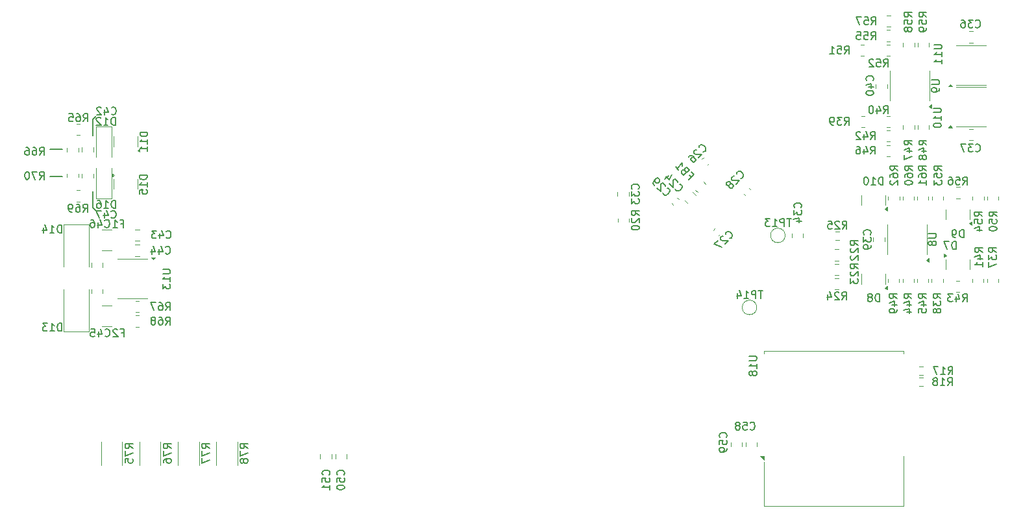
<source format=gbr>
%TF.GenerationSoftware,KiCad,Pcbnew,8.0.7*%
%TF.CreationDate,2025-01-22T12:13:36+01:00*%
%TF.ProjectId,STM32_GateSignalGenerator,53544d33-325f-4476-9174-655369676e61,rev?*%
%TF.SameCoordinates,Original*%
%TF.FileFunction,Legend,Bot*%
%TF.FilePolarity,Positive*%
%FSLAX46Y46*%
G04 Gerber Fmt 4.6, Leading zero omitted, Abs format (unit mm)*
G04 Created by KiCad (PCBNEW 8.0.7) date 2025-01-22 12:13:36*
%MOMM*%
%LPD*%
G01*
G04 APERTURE LIST*
%ADD10C,0.150000*%
%ADD11C,0.120000*%
G04 APERTURE END LIST*
D10*
X90942500Y-94577500D02*
X90942500Y-92427500D01*
X90942500Y-103952500D02*
X91342500Y-104352500D01*
X85282500Y-96337500D02*
X86932500Y-96337500D01*
X90942500Y-92427500D02*
X91342500Y-92027500D01*
X90942500Y-101802500D02*
X90942500Y-103952500D01*
X85277500Y-99887500D02*
X86927500Y-99887500D01*
X195807319Y-115794642D02*
X195331128Y-115461309D01*
X195807319Y-115223214D02*
X194807319Y-115223214D01*
X194807319Y-115223214D02*
X194807319Y-115604166D01*
X194807319Y-115604166D02*
X194854938Y-115699404D01*
X194854938Y-115699404D02*
X194902557Y-115747023D01*
X194902557Y-115747023D02*
X194997795Y-115794642D01*
X194997795Y-115794642D02*
X195140652Y-115794642D01*
X195140652Y-115794642D02*
X195235890Y-115747023D01*
X195235890Y-115747023D02*
X195283509Y-115699404D01*
X195283509Y-115699404D02*
X195331128Y-115604166D01*
X195331128Y-115604166D02*
X195331128Y-115223214D01*
X195140652Y-116651785D02*
X195807319Y-116651785D01*
X194759700Y-116413690D02*
X195473985Y-116175595D01*
X195473985Y-116175595D02*
X195473985Y-116794642D01*
X195807319Y-117223214D02*
X195807319Y-117413690D01*
X195807319Y-117413690D02*
X195759700Y-117508928D01*
X195759700Y-117508928D02*
X195712080Y-117556547D01*
X195712080Y-117556547D02*
X195569223Y-117651785D01*
X195569223Y-117651785D02*
X195378747Y-117699404D01*
X195378747Y-117699404D02*
X194997795Y-117699404D01*
X194997795Y-117699404D02*
X194902557Y-117651785D01*
X194902557Y-117651785D02*
X194854938Y-117604166D01*
X194854938Y-117604166D02*
X194807319Y-117508928D01*
X194807319Y-117508928D02*
X194807319Y-117318452D01*
X194807319Y-117318452D02*
X194854938Y-117223214D01*
X194854938Y-117223214D02*
X194902557Y-117175595D01*
X194902557Y-117175595D02*
X194997795Y-117127976D01*
X194997795Y-117127976D02*
X195235890Y-117127976D01*
X195235890Y-117127976D02*
X195331128Y-117175595D01*
X195331128Y-117175595D02*
X195378747Y-117223214D01*
X195378747Y-117223214D02*
X195426366Y-117318452D01*
X195426366Y-117318452D02*
X195426366Y-117508928D01*
X195426366Y-117508928D02*
X195378747Y-117604166D01*
X195378747Y-117604166D02*
X195331128Y-117651785D01*
X195331128Y-117651785D02*
X195235890Y-117699404D01*
X188665357Y-106722319D02*
X188998690Y-106246128D01*
X189236785Y-106722319D02*
X189236785Y-105722319D01*
X189236785Y-105722319D02*
X188855833Y-105722319D01*
X188855833Y-105722319D02*
X188760595Y-105769938D01*
X188760595Y-105769938D02*
X188712976Y-105817557D01*
X188712976Y-105817557D02*
X188665357Y-105912795D01*
X188665357Y-105912795D02*
X188665357Y-106055652D01*
X188665357Y-106055652D02*
X188712976Y-106150890D01*
X188712976Y-106150890D02*
X188760595Y-106198509D01*
X188760595Y-106198509D02*
X188855833Y-106246128D01*
X188855833Y-106246128D02*
X189236785Y-106246128D01*
X188284404Y-105817557D02*
X188236785Y-105769938D01*
X188236785Y-105769938D02*
X188141547Y-105722319D01*
X188141547Y-105722319D02*
X187903452Y-105722319D01*
X187903452Y-105722319D02*
X187808214Y-105769938D01*
X187808214Y-105769938D02*
X187760595Y-105817557D01*
X187760595Y-105817557D02*
X187712976Y-105912795D01*
X187712976Y-105912795D02*
X187712976Y-106008033D01*
X187712976Y-106008033D02*
X187760595Y-106150890D01*
X187760595Y-106150890D02*
X188332023Y-106722319D01*
X188332023Y-106722319D02*
X187712976Y-106722319D01*
X186808214Y-105722319D02*
X187284404Y-105722319D01*
X187284404Y-105722319D02*
X187332023Y-106198509D01*
X187332023Y-106198509D02*
X187284404Y-106150890D01*
X187284404Y-106150890D02*
X187189166Y-106103271D01*
X187189166Y-106103271D02*
X186951071Y-106103271D01*
X186951071Y-106103271D02*
X186855833Y-106150890D01*
X186855833Y-106150890D02*
X186808214Y-106198509D01*
X186808214Y-106198509D02*
X186760595Y-106293747D01*
X186760595Y-106293747D02*
X186760595Y-106531842D01*
X186760595Y-106531842D02*
X186808214Y-106627080D01*
X186808214Y-106627080D02*
X186855833Y-106674700D01*
X186855833Y-106674700D02*
X186951071Y-106722319D01*
X186951071Y-106722319D02*
X187189166Y-106722319D01*
X187189166Y-106722319D02*
X187284404Y-106674700D01*
X187284404Y-106674700D02*
X187332023Y-106627080D01*
X192335357Y-96972319D02*
X192668690Y-96496128D01*
X192906785Y-96972319D02*
X192906785Y-95972319D01*
X192906785Y-95972319D02*
X192525833Y-95972319D01*
X192525833Y-95972319D02*
X192430595Y-96019938D01*
X192430595Y-96019938D02*
X192382976Y-96067557D01*
X192382976Y-96067557D02*
X192335357Y-96162795D01*
X192335357Y-96162795D02*
X192335357Y-96305652D01*
X192335357Y-96305652D02*
X192382976Y-96400890D01*
X192382976Y-96400890D02*
X192430595Y-96448509D01*
X192430595Y-96448509D02*
X192525833Y-96496128D01*
X192525833Y-96496128D02*
X192906785Y-96496128D01*
X191478214Y-96305652D02*
X191478214Y-96972319D01*
X191716309Y-95924700D02*
X191954404Y-96638985D01*
X191954404Y-96638985D02*
X191335357Y-96638985D01*
X190525833Y-95972319D02*
X190716309Y-95972319D01*
X190716309Y-95972319D02*
X190811547Y-96019938D01*
X190811547Y-96019938D02*
X190859166Y-96067557D01*
X190859166Y-96067557D02*
X190954404Y-96210414D01*
X190954404Y-96210414D02*
X191002023Y-96400890D01*
X191002023Y-96400890D02*
X191002023Y-96781842D01*
X191002023Y-96781842D02*
X190954404Y-96877080D01*
X190954404Y-96877080D02*
X190906785Y-96924700D01*
X190906785Y-96924700D02*
X190811547Y-96972319D01*
X190811547Y-96972319D02*
X190621071Y-96972319D01*
X190621071Y-96972319D02*
X190525833Y-96924700D01*
X190525833Y-96924700D02*
X190478214Y-96877080D01*
X190478214Y-96877080D02*
X190430595Y-96781842D01*
X190430595Y-96781842D02*
X190430595Y-96543747D01*
X190430595Y-96543747D02*
X190478214Y-96448509D01*
X190478214Y-96448509D02*
X190525833Y-96400890D01*
X190525833Y-96400890D02*
X190621071Y-96353271D01*
X190621071Y-96353271D02*
X190811547Y-96353271D01*
X190811547Y-96353271D02*
X190906785Y-96400890D01*
X190906785Y-96400890D02*
X190954404Y-96448509D01*
X190954404Y-96448509D02*
X191002023Y-96543747D01*
X173529580Y-133942142D02*
X173577200Y-133894523D01*
X173577200Y-133894523D02*
X173624819Y-133751666D01*
X173624819Y-133751666D02*
X173624819Y-133656428D01*
X173624819Y-133656428D02*
X173577200Y-133513571D01*
X173577200Y-133513571D02*
X173481961Y-133418333D01*
X173481961Y-133418333D02*
X173386723Y-133370714D01*
X173386723Y-133370714D02*
X173196247Y-133323095D01*
X173196247Y-133323095D02*
X173053390Y-133323095D01*
X173053390Y-133323095D02*
X172862914Y-133370714D01*
X172862914Y-133370714D02*
X172767676Y-133418333D01*
X172767676Y-133418333D02*
X172672438Y-133513571D01*
X172672438Y-133513571D02*
X172624819Y-133656428D01*
X172624819Y-133656428D02*
X172624819Y-133751666D01*
X172624819Y-133751666D02*
X172672438Y-133894523D01*
X172672438Y-133894523D02*
X172720057Y-133942142D01*
X172624819Y-134846904D02*
X172624819Y-134370714D01*
X172624819Y-134370714D02*
X173101009Y-134323095D01*
X173101009Y-134323095D02*
X173053390Y-134370714D01*
X173053390Y-134370714D02*
X173005771Y-134465952D01*
X173005771Y-134465952D02*
X173005771Y-134704047D01*
X173005771Y-134704047D02*
X173053390Y-134799285D01*
X173053390Y-134799285D02*
X173101009Y-134846904D01*
X173101009Y-134846904D02*
X173196247Y-134894523D01*
X173196247Y-134894523D02*
X173434342Y-134894523D01*
X173434342Y-134894523D02*
X173529580Y-134846904D01*
X173529580Y-134846904D02*
X173577200Y-134799285D01*
X173577200Y-134799285D02*
X173624819Y-134704047D01*
X173624819Y-134704047D02*
X173624819Y-134465952D01*
X173624819Y-134465952D02*
X173577200Y-134370714D01*
X173577200Y-134370714D02*
X173529580Y-134323095D01*
X173624819Y-135370714D02*
X173624819Y-135561190D01*
X173624819Y-135561190D02*
X173577200Y-135656428D01*
X173577200Y-135656428D02*
X173529580Y-135704047D01*
X173529580Y-135704047D02*
X173386723Y-135799285D01*
X173386723Y-135799285D02*
X173196247Y-135846904D01*
X173196247Y-135846904D02*
X172815295Y-135846904D01*
X172815295Y-135846904D02*
X172720057Y-135799285D01*
X172720057Y-135799285D02*
X172672438Y-135751666D01*
X172672438Y-135751666D02*
X172624819Y-135656428D01*
X172624819Y-135656428D02*
X172624819Y-135465952D01*
X172624819Y-135465952D02*
X172672438Y-135370714D01*
X172672438Y-135370714D02*
X172720057Y-135323095D01*
X172720057Y-135323095D02*
X172815295Y-135275476D01*
X172815295Y-135275476D02*
X173053390Y-135275476D01*
X173053390Y-135275476D02*
X173148628Y-135323095D01*
X173148628Y-135323095D02*
X173196247Y-135370714D01*
X173196247Y-135370714D02*
X173243866Y-135465952D01*
X173243866Y-135465952D02*
X173243866Y-135656428D01*
X173243866Y-135656428D02*
X173196247Y-135751666D01*
X173196247Y-135751666D02*
X173148628Y-135799285D01*
X173148628Y-135799285D02*
X173053390Y-135846904D01*
X200317319Y-87315595D02*
X201126842Y-87315595D01*
X201126842Y-87315595D02*
X201222080Y-87363214D01*
X201222080Y-87363214D02*
X201269700Y-87410833D01*
X201269700Y-87410833D02*
X201317319Y-87506071D01*
X201317319Y-87506071D02*
X201317319Y-87696547D01*
X201317319Y-87696547D02*
X201269700Y-87791785D01*
X201269700Y-87791785D02*
X201222080Y-87839404D01*
X201222080Y-87839404D02*
X201126842Y-87887023D01*
X201126842Y-87887023D02*
X200317319Y-87887023D01*
X201317319Y-88410833D02*
X201317319Y-88601309D01*
X201317319Y-88601309D02*
X201269700Y-88696547D01*
X201269700Y-88696547D02*
X201222080Y-88744166D01*
X201222080Y-88744166D02*
X201079223Y-88839404D01*
X201079223Y-88839404D02*
X200888747Y-88887023D01*
X200888747Y-88887023D02*
X200507795Y-88887023D01*
X200507795Y-88887023D02*
X200412557Y-88839404D01*
X200412557Y-88839404D02*
X200364938Y-88791785D01*
X200364938Y-88791785D02*
X200317319Y-88696547D01*
X200317319Y-88696547D02*
X200317319Y-88506071D01*
X200317319Y-88506071D02*
X200364938Y-88410833D01*
X200364938Y-88410833D02*
X200412557Y-88363214D01*
X200412557Y-88363214D02*
X200507795Y-88315595D01*
X200507795Y-88315595D02*
X200745890Y-88315595D01*
X200745890Y-88315595D02*
X200841128Y-88363214D01*
X200841128Y-88363214D02*
X200888747Y-88410833D01*
X200888747Y-88410833D02*
X200936366Y-88506071D01*
X200936366Y-88506071D02*
X200936366Y-88696547D01*
X200936366Y-88696547D02*
X200888747Y-88791785D01*
X200888747Y-88791785D02*
X200841128Y-88839404D01*
X200841128Y-88839404D02*
X200745890Y-88887023D01*
X194035357Y-91672319D02*
X194368690Y-91196128D01*
X194606785Y-91672319D02*
X194606785Y-90672319D01*
X194606785Y-90672319D02*
X194225833Y-90672319D01*
X194225833Y-90672319D02*
X194130595Y-90719938D01*
X194130595Y-90719938D02*
X194082976Y-90767557D01*
X194082976Y-90767557D02*
X194035357Y-90862795D01*
X194035357Y-90862795D02*
X194035357Y-91005652D01*
X194035357Y-91005652D02*
X194082976Y-91100890D01*
X194082976Y-91100890D02*
X194130595Y-91148509D01*
X194130595Y-91148509D02*
X194225833Y-91196128D01*
X194225833Y-91196128D02*
X194606785Y-91196128D01*
X193178214Y-91005652D02*
X193178214Y-91672319D01*
X193416309Y-90624700D02*
X193654404Y-91338985D01*
X193654404Y-91338985D02*
X193035357Y-91338985D01*
X192463928Y-90672319D02*
X192368690Y-90672319D01*
X192368690Y-90672319D02*
X192273452Y-90719938D01*
X192273452Y-90719938D02*
X192225833Y-90767557D01*
X192225833Y-90767557D02*
X192178214Y-90862795D01*
X192178214Y-90862795D02*
X192130595Y-91053271D01*
X192130595Y-91053271D02*
X192130595Y-91291366D01*
X192130595Y-91291366D02*
X192178214Y-91481842D01*
X192178214Y-91481842D02*
X192225833Y-91577080D01*
X192225833Y-91577080D02*
X192273452Y-91624700D01*
X192273452Y-91624700D02*
X192368690Y-91672319D01*
X192368690Y-91672319D02*
X192463928Y-91672319D01*
X192463928Y-91672319D02*
X192559166Y-91624700D01*
X192559166Y-91624700D02*
X192606785Y-91577080D01*
X192606785Y-91577080D02*
X192654404Y-91481842D01*
X192654404Y-91481842D02*
X192702023Y-91291366D01*
X192702023Y-91291366D02*
X192702023Y-91053271D01*
X192702023Y-91053271D02*
X192654404Y-90862795D01*
X192654404Y-90862795D02*
X192606785Y-90767557D01*
X192606785Y-90767557D02*
X192559166Y-90719938D01*
X192559166Y-90719938D02*
X192463928Y-90672319D01*
X193943666Y-100964819D02*
X193943666Y-99964819D01*
X193943666Y-99964819D02*
X193705571Y-99964819D01*
X193705571Y-99964819D02*
X193562714Y-100012438D01*
X193562714Y-100012438D02*
X193467476Y-100107676D01*
X193467476Y-100107676D02*
X193419857Y-100202914D01*
X193419857Y-100202914D02*
X193372238Y-100393390D01*
X193372238Y-100393390D02*
X193372238Y-100536247D01*
X193372238Y-100536247D02*
X193419857Y-100726723D01*
X193419857Y-100726723D02*
X193467476Y-100821961D01*
X193467476Y-100821961D02*
X193562714Y-100917200D01*
X193562714Y-100917200D02*
X193705571Y-100964819D01*
X193705571Y-100964819D02*
X193943666Y-100964819D01*
X192419857Y-100964819D02*
X192991285Y-100964819D01*
X192705571Y-100964819D02*
X192705571Y-99964819D01*
X192705571Y-99964819D02*
X192800809Y-100107676D01*
X192800809Y-100107676D02*
X192896047Y-100202914D01*
X192896047Y-100202914D02*
X192991285Y-100250533D01*
X191800809Y-99964819D02*
X191705571Y-99964819D01*
X191705571Y-99964819D02*
X191610333Y-100012438D01*
X191610333Y-100012438D02*
X191562714Y-100060057D01*
X191562714Y-100060057D02*
X191515095Y-100155295D01*
X191515095Y-100155295D02*
X191467476Y-100345771D01*
X191467476Y-100345771D02*
X191467476Y-100583866D01*
X191467476Y-100583866D02*
X191515095Y-100774342D01*
X191515095Y-100774342D02*
X191562714Y-100869580D01*
X191562714Y-100869580D02*
X191610333Y-100917200D01*
X191610333Y-100917200D02*
X191705571Y-100964819D01*
X191705571Y-100964819D02*
X191800809Y-100964819D01*
X191800809Y-100964819D02*
X191896047Y-100917200D01*
X191896047Y-100917200D02*
X191943666Y-100869580D01*
X191943666Y-100869580D02*
X191991285Y-100774342D01*
X191991285Y-100774342D02*
X192038904Y-100583866D01*
X192038904Y-100583866D02*
X192038904Y-100345771D01*
X192038904Y-100345771D02*
X191991285Y-100155295D01*
X191991285Y-100155295D02*
X191943666Y-100060057D01*
X191943666Y-100060057D02*
X191896047Y-100012438D01*
X191896047Y-100012438D02*
X191800809Y-99964819D01*
X162057080Y-101524642D02*
X162104700Y-101477023D01*
X162104700Y-101477023D02*
X162152319Y-101334166D01*
X162152319Y-101334166D02*
X162152319Y-101238928D01*
X162152319Y-101238928D02*
X162104700Y-101096071D01*
X162104700Y-101096071D02*
X162009461Y-101000833D01*
X162009461Y-101000833D02*
X161914223Y-100953214D01*
X161914223Y-100953214D02*
X161723747Y-100905595D01*
X161723747Y-100905595D02*
X161580890Y-100905595D01*
X161580890Y-100905595D02*
X161390414Y-100953214D01*
X161390414Y-100953214D02*
X161295176Y-101000833D01*
X161295176Y-101000833D02*
X161199938Y-101096071D01*
X161199938Y-101096071D02*
X161152319Y-101238928D01*
X161152319Y-101238928D02*
X161152319Y-101334166D01*
X161152319Y-101334166D02*
X161199938Y-101477023D01*
X161199938Y-101477023D02*
X161247557Y-101524642D01*
X161152319Y-101857976D02*
X161152319Y-102477023D01*
X161152319Y-102477023D02*
X161533271Y-102143690D01*
X161533271Y-102143690D02*
X161533271Y-102286547D01*
X161533271Y-102286547D02*
X161580890Y-102381785D01*
X161580890Y-102381785D02*
X161628509Y-102429404D01*
X161628509Y-102429404D02*
X161723747Y-102477023D01*
X161723747Y-102477023D02*
X161961842Y-102477023D01*
X161961842Y-102477023D02*
X162057080Y-102429404D01*
X162057080Y-102429404D02*
X162104700Y-102381785D01*
X162104700Y-102381785D02*
X162152319Y-102286547D01*
X162152319Y-102286547D02*
X162152319Y-102000833D01*
X162152319Y-102000833D02*
X162104700Y-101905595D01*
X162104700Y-101905595D02*
X162057080Y-101857976D01*
X161152319Y-102810357D02*
X161152319Y-103429404D01*
X161152319Y-103429404D02*
X161533271Y-103096071D01*
X161533271Y-103096071D02*
X161533271Y-103238928D01*
X161533271Y-103238928D02*
X161580890Y-103334166D01*
X161580890Y-103334166D02*
X161628509Y-103381785D01*
X161628509Y-103381785D02*
X161723747Y-103429404D01*
X161723747Y-103429404D02*
X161961842Y-103429404D01*
X161961842Y-103429404D02*
X162057080Y-103381785D01*
X162057080Y-103381785D02*
X162104700Y-103334166D01*
X162104700Y-103334166D02*
X162152319Y-103238928D01*
X162152319Y-103238928D02*
X162152319Y-102953214D01*
X162152319Y-102953214D02*
X162104700Y-102857976D01*
X162104700Y-102857976D02*
X162057080Y-102810357D01*
X193499975Y-116214819D02*
X193499975Y-115214819D01*
X193499975Y-115214819D02*
X193261880Y-115214819D01*
X193261880Y-115214819D02*
X193119023Y-115262438D01*
X193119023Y-115262438D02*
X193023785Y-115357676D01*
X193023785Y-115357676D02*
X192976166Y-115452914D01*
X192976166Y-115452914D02*
X192928547Y-115643390D01*
X192928547Y-115643390D02*
X192928547Y-115786247D01*
X192928547Y-115786247D02*
X192976166Y-115976723D01*
X192976166Y-115976723D02*
X193023785Y-116071961D01*
X193023785Y-116071961D02*
X193119023Y-116167200D01*
X193119023Y-116167200D02*
X193261880Y-116214819D01*
X193261880Y-116214819D02*
X193499975Y-116214819D01*
X192357118Y-115643390D02*
X192452356Y-115595771D01*
X192452356Y-115595771D02*
X192499975Y-115548152D01*
X192499975Y-115548152D02*
X192547594Y-115452914D01*
X192547594Y-115452914D02*
X192547594Y-115405295D01*
X192547594Y-115405295D02*
X192499975Y-115310057D01*
X192499975Y-115310057D02*
X192452356Y-115262438D01*
X192452356Y-115262438D02*
X192357118Y-115214819D01*
X192357118Y-115214819D02*
X192166642Y-115214819D01*
X192166642Y-115214819D02*
X192071404Y-115262438D01*
X192071404Y-115262438D02*
X192023785Y-115310057D01*
X192023785Y-115310057D02*
X191976166Y-115405295D01*
X191976166Y-115405295D02*
X191976166Y-115452914D01*
X191976166Y-115452914D02*
X192023785Y-115548152D01*
X192023785Y-115548152D02*
X192071404Y-115595771D01*
X192071404Y-115595771D02*
X192166642Y-115643390D01*
X192166642Y-115643390D02*
X192357118Y-115643390D01*
X192357118Y-115643390D02*
X192452356Y-115691009D01*
X192452356Y-115691009D02*
X192499975Y-115738628D01*
X192499975Y-115738628D02*
X192547594Y-115833866D01*
X192547594Y-115833866D02*
X192547594Y-116024342D01*
X192547594Y-116024342D02*
X192499975Y-116119580D01*
X192499975Y-116119580D02*
X192452356Y-116167200D01*
X192452356Y-116167200D02*
X192357118Y-116214819D01*
X192357118Y-116214819D02*
X192166642Y-116214819D01*
X192166642Y-116214819D02*
X192071404Y-116167200D01*
X192071404Y-116167200D02*
X192023785Y-116119580D01*
X192023785Y-116119580D02*
X191976166Y-116024342D01*
X191976166Y-116024342D02*
X191976166Y-115833866D01*
X191976166Y-115833866D02*
X192023785Y-115738628D01*
X192023785Y-115738628D02*
X192071404Y-115691009D01*
X192071404Y-115691009D02*
X192166642Y-115643390D01*
X101122670Y-135382142D02*
X100646479Y-135048809D01*
X101122670Y-134810714D02*
X100122670Y-134810714D01*
X100122670Y-134810714D02*
X100122670Y-135191666D01*
X100122670Y-135191666D02*
X100170289Y-135286904D01*
X100170289Y-135286904D02*
X100217908Y-135334523D01*
X100217908Y-135334523D02*
X100313146Y-135382142D01*
X100313146Y-135382142D02*
X100456003Y-135382142D01*
X100456003Y-135382142D02*
X100551241Y-135334523D01*
X100551241Y-135334523D02*
X100598860Y-135286904D01*
X100598860Y-135286904D02*
X100646479Y-135191666D01*
X100646479Y-135191666D02*
X100646479Y-134810714D01*
X100122670Y-135715476D02*
X100122670Y-136382142D01*
X100122670Y-136382142D02*
X101122670Y-135953571D01*
X100122670Y-137191666D02*
X100122670Y-137001190D01*
X100122670Y-137001190D02*
X100170289Y-136905952D01*
X100170289Y-136905952D02*
X100217908Y-136858333D01*
X100217908Y-136858333D02*
X100360765Y-136763095D01*
X100360765Y-136763095D02*
X100551241Y-136715476D01*
X100551241Y-136715476D02*
X100932193Y-136715476D01*
X100932193Y-136715476D02*
X101027431Y-136763095D01*
X101027431Y-136763095D02*
X101075051Y-136810714D01*
X101075051Y-136810714D02*
X101122670Y-136905952D01*
X101122670Y-136905952D02*
X101122670Y-137096428D01*
X101122670Y-137096428D02*
X101075051Y-137191666D01*
X101075051Y-137191666D02*
X101027431Y-137239285D01*
X101027431Y-137239285D02*
X100932193Y-137286904D01*
X100932193Y-137286904D02*
X100694098Y-137286904D01*
X100694098Y-137286904D02*
X100598860Y-137239285D01*
X100598860Y-137239285D02*
X100551241Y-137191666D01*
X100551241Y-137191666D02*
X100503622Y-137096428D01*
X100503622Y-137096428D02*
X100503622Y-136905952D01*
X100503622Y-136905952D02*
X100551241Y-136810714D01*
X100551241Y-136810714D02*
X100598860Y-136763095D01*
X100598860Y-136763095D02*
X100694098Y-136715476D01*
X111122670Y-135382142D02*
X110646479Y-135048809D01*
X111122670Y-134810714D02*
X110122670Y-134810714D01*
X110122670Y-134810714D02*
X110122670Y-135191666D01*
X110122670Y-135191666D02*
X110170289Y-135286904D01*
X110170289Y-135286904D02*
X110217908Y-135334523D01*
X110217908Y-135334523D02*
X110313146Y-135382142D01*
X110313146Y-135382142D02*
X110456003Y-135382142D01*
X110456003Y-135382142D02*
X110551241Y-135334523D01*
X110551241Y-135334523D02*
X110598860Y-135286904D01*
X110598860Y-135286904D02*
X110646479Y-135191666D01*
X110646479Y-135191666D02*
X110646479Y-134810714D01*
X110122670Y-135715476D02*
X110122670Y-136382142D01*
X110122670Y-136382142D02*
X111122670Y-135953571D01*
X110551241Y-136905952D02*
X110503622Y-136810714D01*
X110503622Y-136810714D02*
X110456003Y-136763095D01*
X110456003Y-136763095D02*
X110360765Y-136715476D01*
X110360765Y-136715476D02*
X110313146Y-136715476D01*
X110313146Y-136715476D02*
X110217908Y-136763095D01*
X110217908Y-136763095D02*
X110170289Y-136810714D01*
X110170289Y-136810714D02*
X110122670Y-136905952D01*
X110122670Y-136905952D02*
X110122670Y-137096428D01*
X110122670Y-137096428D02*
X110170289Y-137191666D01*
X110170289Y-137191666D02*
X110217908Y-137239285D01*
X110217908Y-137239285D02*
X110313146Y-137286904D01*
X110313146Y-137286904D02*
X110360765Y-137286904D01*
X110360765Y-137286904D02*
X110456003Y-137239285D01*
X110456003Y-137239285D02*
X110503622Y-137191666D01*
X110503622Y-137191666D02*
X110551241Y-137096428D01*
X110551241Y-137096428D02*
X110551241Y-136905952D01*
X110551241Y-136905952D02*
X110598860Y-136810714D01*
X110598860Y-136810714D02*
X110646479Y-136763095D01*
X110646479Y-136763095D02*
X110741717Y-136715476D01*
X110741717Y-136715476D02*
X110932193Y-136715476D01*
X110932193Y-136715476D02*
X111027431Y-136763095D01*
X111027431Y-136763095D02*
X111075051Y-136810714D01*
X111075051Y-136810714D02*
X111122670Y-136905952D01*
X111122670Y-136905952D02*
X111122670Y-137096428D01*
X111122670Y-137096428D02*
X111075051Y-137191666D01*
X111075051Y-137191666D02*
X111027431Y-137239285D01*
X111027431Y-137239285D02*
X110932193Y-137286904D01*
X110932193Y-137286904D02*
X110741717Y-137286904D01*
X110741717Y-137286904D02*
X110646479Y-137239285D01*
X110646479Y-137239285D02*
X110598860Y-137191666D01*
X110598860Y-137191666D02*
X110551241Y-137096428D01*
X94575833Y-106058509D02*
X94909166Y-106058509D01*
X94909166Y-106582319D02*
X94909166Y-105582319D01*
X94909166Y-105582319D02*
X94432976Y-105582319D01*
X93528214Y-106582319D02*
X94099642Y-106582319D01*
X93813928Y-106582319D02*
X93813928Y-105582319D01*
X93813928Y-105582319D02*
X93909166Y-105725176D01*
X93909166Y-105725176D02*
X94004404Y-105820414D01*
X94004404Y-105820414D02*
X94099642Y-105868033D01*
X100405357Y-119252319D02*
X100738690Y-118776128D01*
X100976785Y-119252319D02*
X100976785Y-118252319D01*
X100976785Y-118252319D02*
X100595833Y-118252319D01*
X100595833Y-118252319D02*
X100500595Y-118299938D01*
X100500595Y-118299938D02*
X100452976Y-118347557D01*
X100452976Y-118347557D02*
X100405357Y-118442795D01*
X100405357Y-118442795D02*
X100405357Y-118585652D01*
X100405357Y-118585652D02*
X100452976Y-118680890D01*
X100452976Y-118680890D02*
X100500595Y-118728509D01*
X100500595Y-118728509D02*
X100595833Y-118776128D01*
X100595833Y-118776128D02*
X100976785Y-118776128D01*
X99548214Y-118252319D02*
X99738690Y-118252319D01*
X99738690Y-118252319D02*
X99833928Y-118299938D01*
X99833928Y-118299938D02*
X99881547Y-118347557D01*
X99881547Y-118347557D02*
X99976785Y-118490414D01*
X99976785Y-118490414D02*
X100024404Y-118680890D01*
X100024404Y-118680890D02*
X100024404Y-119061842D01*
X100024404Y-119061842D02*
X99976785Y-119157080D01*
X99976785Y-119157080D02*
X99929166Y-119204700D01*
X99929166Y-119204700D02*
X99833928Y-119252319D01*
X99833928Y-119252319D02*
X99643452Y-119252319D01*
X99643452Y-119252319D02*
X99548214Y-119204700D01*
X99548214Y-119204700D02*
X99500595Y-119157080D01*
X99500595Y-119157080D02*
X99452976Y-119061842D01*
X99452976Y-119061842D02*
X99452976Y-118823747D01*
X99452976Y-118823747D02*
X99500595Y-118728509D01*
X99500595Y-118728509D02*
X99548214Y-118680890D01*
X99548214Y-118680890D02*
X99643452Y-118633271D01*
X99643452Y-118633271D02*
X99833928Y-118633271D01*
X99833928Y-118633271D02*
X99929166Y-118680890D01*
X99929166Y-118680890D02*
X99976785Y-118728509D01*
X99976785Y-118728509D02*
X100024404Y-118823747D01*
X98881547Y-118680890D02*
X98976785Y-118633271D01*
X98976785Y-118633271D02*
X99024404Y-118585652D01*
X99024404Y-118585652D02*
X99072023Y-118490414D01*
X99072023Y-118490414D02*
X99072023Y-118442795D01*
X99072023Y-118442795D02*
X99024404Y-118347557D01*
X99024404Y-118347557D02*
X98976785Y-118299938D01*
X98976785Y-118299938D02*
X98881547Y-118252319D01*
X98881547Y-118252319D02*
X98691071Y-118252319D01*
X98691071Y-118252319D02*
X98595833Y-118299938D01*
X98595833Y-118299938D02*
X98548214Y-118347557D01*
X98548214Y-118347557D02*
X98500595Y-118442795D01*
X98500595Y-118442795D02*
X98500595Y-118490414D01*
X98500595Y-118490414D02*
X98548214Y-118585652D01*
X98548214Y-118585652D02*
X98595833Y-118633271D01*
X98595833Y-118633271D02*
X98691071Y-118680890D01*
X98691071Y-118680890D02*
X98881547Y-118680890D01*
X98881547Y-118680890D02*
X98976785Y-118728509D01*
X98976785Y-118728509D02*
X99024404Y-118776128D01*
X99024404Y-118776128D02*
X99072023Y-118871366D01*
X99072023Y-118871366D02*
X99072023Y-119061842D01*
X99072023Y-119061842D02*
X99024404Y-119157080D01*
X99024404Y-119157080D02*
X98976785Y-119204700D01*
X98976785Y-119204700D02*
X98881547Y-119252319D01*
X98881547Y-119252319D02*
X98691071Y-119252319D01*
X98691071Y-119252319D02*
X98595833Y-119204700D01*
X98595833Y-119204700D02*
X98548214Y-119157080D01*
X98548214Y-119157080D02*
X98500595Y-119061842D01*
X98500595Y-119061842D02*
X98500595Y-118871366D01*
X98500595Y-118871366D02*
X98548214Y-118776128D01*
X98548214Y-118776128D02*
X98595833Y-118728509D01*
X98595833Y-118728509D02*
X98691071Y-118680890D01*
X181993094Y-105396819D02*
X181421666Y-105396819D01*
X181707380Y-106396819D02*
X181707380Y-105396819D01*
X181088332Y-106396819D02*
X181088332Y-105396819D01*
X181088332Y-105396819D02*
X180707380Y-105396819D01*
X180707380Y-105396819D02*
X180612142Y-105444438D01*
X180612142Y-105444438D02*
X180564523Y-105492057D01*
X180564523Y-105492057D02*
X180516904Y-105587295D01*
X180516904Y-105587295D02*
X180516904Y-105730152D01*
X180516904Y-105730152D02*
X180564523Y-105825390D01*
X180564523Y-105825390D02*
X180612142Y-105873009D01*
X180612142Y-105873009D02*
X180707380Y-105920628D01*
X180707380Y-105920628D02*
X181088332Y-105920628D01*
X179564523Y-106396819D02*
X180135951Y-106396819D01*
X179850237Y-106396819D02*
X179850237Y-105396819D01*
X179850237Y-105396819D02*
X179945475Y-105539676D01*
X179945475Y-105539676D02*
X180040713Y-105634914D01*
X180040713Y-105634914D02*
X180135951Y-105682533D01*
X179231189Y-105396819D02*
X178612142Y-105396819D01*
X178612142Y-105396819D02*
X178945475Y-105777771D01*
X178945475Y-105777771D02*
X178802618Y-105777771D01*
X178802618Y-105777771D02*
X178707380Y-105825390D01*
X178707380Y-105825390D02*
X178659761Y-105873009D01*
X178659761Y-105873009D02*
X178612142Y-105968247D01*
X178612142Y-105968247D02*
X178612142Y-106206342D01*
X178612142Y-106206342D02*
X178659761Y-106301580D01*
X178659761Y-106301580D02*
X178707380Y-106349200D01*
X178707380Y-106349200D02*
X178802618Y-106396819D01*
X178802618Y-106396819D02*
X179088332Y-106396819D01*
X179088332Y-106396819D02*
X179183570Y-106349200D01*
X179183570Y-106349200D02*
X179231189Y-106301580D01*
X203490594Y-109392319D02*
X203490594Y-108392319D01*
X203490594Y-108392319D02*
X203252499Y-108392319D01*
X203252499Y-108392319D02*
X203109642Y-108439938D01*
X203109642Y-108439938D02*
X203014404Y-108535176D01*
X203014404Y-108535176D02*
X202966785Y-108630414D01*
X202966785Y-108630414D02*
X202919166Y-108820890D01*
X202919166Y-108820890D02*
X202919166Y-108963747D01*
X202919166Y-108963747D02*
X202966785Y-109154223D01*
X202966785Y-109154223D02*
X203014404Y-109249461D01*
X203014404Y-109249461D02*
X203109642Y-109344700D01*
X203109642Y-109344700D02*
X203252499Y-109392319D01*
X203252499Y-109392319D02*
X203490594Y-109392319D01*
X202585832Y-108392319D02*
X201919166Y-108392319D01*
X201919166Y-108392319D02*
X202347737Y-109392319D01*
X89615357Y-104524819D02*
X89948690Y-104048628D01*
X90186785Y-104524819D02*
X90186785Y-103524819D01*
X90186785Y-103524819D02*
X89805833Y-103524819D01*
X89805833Y-103524819D02*
X89710595Y-103572438D01*
X89710595Y-103572438D02*
X89662976Y-103620057D01*
X89662976Y-103620057D02*
X89615357Y-103715295D01*
X89615357Y-103715295D02*
X89615357Y-103858152D01*
X89615357Y-103858152D02*
X89662976Y-103953390D01*
X89662976Y-103953390D02*
X89710595Y-104001009D01*
X89710595Y-104001009D02*
X89805833Y-104048628D01*
X89805833Y-104048628D02*
X90186785Y-104048628D01*
X88758214Y-103524819D02*
X88948690Y-103524819D01*
X88948690Y-103524819D02*
X89043928Y-103572438D01*
X89043928Y-103572438D02*
X89091547Y-103620057D01*
X89091547Y-103620057D02*
X89186785Y-103762914D01*
X89186785Y-103762914D02*
X89234404Y-103953390D01*
X89234404Y-103953390D02*
X89234404Y-104334342D01*
X89234404Y-104334342D02*
X89186785Y-104429580D01*
X89186785Y-104429580D02*
X89139166Y-104477200D01*
X89139166Y-104477200D02*
X89043928Y-104524819D01*
X89043928Y-104524819D02*
X88853452Y-104524819D01*
X88853452Y-104524819D02*
X88758214Y-104477200D01*
X88758214Y-104477200D02*
X88710595Y-104429580D01*
X88710595Y-104429580D02*
X88662976Y-104334342D01*
X88662976Y-104334342D02*
X88662976Y-104096247D01*
X88662976Y-104096247D02*
X88710595Y-104001009D01*
X88710595Y-104001009D02*
X88758214Y-103953390D01*
X88758214Y-103953390D02*
X88853452Y-103905771D01*
X88853452Y-103905771D02*
X89043928Y-103905771D01*
X89043928Y-103905771D02*
X89139166Y-103953390D01*
X89139166Y-103953390D02*
X89186785Y-104001009D01*
X89186785Y-104001009D02*
X89234404Y-104096247D01*
X88186785Y-104524819D02*
X87996309Y-104524819D01*
X87996309Y-104524819D02*
X87901071Y-104477200D01*
X87901071Y-104477200D02*
X87853452Y-104429580D01*
X87853452Y-104429580D02*
X87758214Y-104286723D01*
X87758214Y-104286723D02*
X87710595Y-104096247D01*
X87710595Y-104096247D02*
X87710595Y-103715295D01*
X87710595Y-103715295D02*
X87758214Y-103620057D01*
X87758214Y-103620057D02*
X87805833Y-103572438D01*
X87805833Y-103572438D02*
X87901071Y-103524819D01*
X87901071Y-103524819D02*
X88091547Y-103524819D01*
X88091547Y-103524819D02*
X88186785Y-103572438D01*
X88186785Y-103572438D02*
X88234404Y-103620057D01*
X88234404Y-103620057D02*
X88282023Y-103715295D01*
X88282023Y-103715295D02*
X88282023Y-103953390D01*
X88282023Y-103953390D02*
X88234404Y-104048628D01*
X88234404Y-104048628D02*
X88186785Y-104096247D01*
X88186785Y-104096247D02*
X88091547Y-104143866D01*
X88091547Y-104143866D02*
X87901071Y-104143866D01*
X87901071Y-104143866D02*
X87805833Y-104096247D01*
X87805833Y-104096247D02*
X87758214Y-104048628D01*
X87758214Y-104048628D02*
X87710595Y-103953390D01*
X192402857Y-82022319D02*
X192736190Y-81546128D01*
X192974285Y-82022319D02*
X192974285Y-81022319D01*
X192974285Y-81022319D02*
X192593333Y-81022319D01*
X192593333Y-81022319D02*
X192498095Y-81069938D01*
X192498095Y-81069938D02*
X192450476Y-81117557D01*
X192450476Y-81117557D02*
X192402857Y-81212795D01*
X192402857Y-81212795D02*
X192402857Y-81355652D01*
X192402857Y-81355652D02*
X192450476Y-81450890D01*
X192450476Y-81450890D02*
X192498095Y-81498509D01*
X192498095Y-81498509D02*
X192593333Y-81546128D01*
X192593333Y-81546128D02*
X192974285Y-81546128D01*
X191498095Y-81022319D02*
X191974285Y-81022319D01*
X191974285Y-81022319D02*
X192021904Y-81498509D01*
X192021904Y-81498509D02*
X191974285Y-81450890D01*
X191974285Y-81450890D02*
X191879047Y-81403271D01*
X191879047Y-81403271D02*
X191640952Y-81403271D01*
X191640952Y-81403271D02*
X191545714Y-81450890D01*
X191545714Y-81450890D02*
X191498095Y-81498509D01*
X191498095Y-81498509D02*
X191450476Y-81593747D01*
X191450476Y-81593747D02*
X191450476Y-81831842D01*
X191450476Y-81831842D02*
X191498095Y-81927080D01*
X191498095Y-81927080D02*
X191545714Y-81974700D01*
X191545714Y-81974700D02*
X191640952Y-82022319D01*
X191640952Y-82022319D02*
X191879047Y-82022319D01*
X191879047Y-82022319D02*
X191974285Y-81974700D01*
X191974285Y-81974700D02*
X192021904Y-81927080D01*
X190545714Y-81022319D02*
X191021904Y-81022319D01*
X191021904Y-81022319D02*
X191069523Y-81498509D01*
X191069523Y-81498509D02*
X191021904Y-81450890D01*
X191021904Y-81450890D02*
X190926666Y-81403271D01*
X190926666Y-81403271D02*
X190688571Y-81403271D01*
X190688571Y-81403271D02*
X190593333Y-81450890D01*
X190593333Y-81450890D02*
X190545714Y-81498509D01*
X190545714Y-81498509D02*
X190498095Y-81593747D01*
X190498095Y-81593747D02*
X190498095Y-81831842D01*
X190498095Y-81831842D02*
X190545714Y-81927080D01*
X190545714Y-81927080D02*
X190593333Y-81974700D01*
X190593333Y-81974700D02*
X190688571Y-82022319D01*
X190688571Y-82022319D02*
X190926666Y-82022319D01*
X190926666Y-82022319D02*
X191021904Y-81974700D01*
X191021904Y-81974700D02*
X191069523Y-81927080D01*
X121732080Y-138844642D02*
X121779700Y-138797023D01*
X121779700Y-138797023D02*
X121827319Y-138654166D01*
X121827319Y-138654166D02*
X121827319Y-138558928D01*
X121827319Y-138558928D02*
X121779700Y-138416071D01*
X121779700Y-138416071D02*
X121684461Y-138320833D01*
X121684461Y-138320833D02*
X121589223Y-138273214D01*
X121589223Y-138273214D02*
X121398747Y-138225595D01*
X121398747Y-138225595D02*
X121255890Y-138225595D01*
X121255890Y-138225595D02*
X121065414Y-138273214D01*
X121065414Y-138273214D02*
X120970176Y-138320833D01*
X120970176Y-138320833D02*
X120874938Y-138416071D01*
X120874938Y-138416071D02*
X120827319Y-138558928D01*
X120827319Y-138558928D02*
X120827319Y-138654166D01*
X120827319Y-138654166D02*
X120874938Y-138797023D01*
X120874938Y-138797023D02*
X120922557Y-138844642D01*
X120827319Y-139749404D02*
X120827319Y-139273214D01*
X120827319Y-139273214D02*
X121303509Y-139225595D01*
X121303509Y-139225595D02*
X121255890Y-139273214D01*
X121255890Y-139273214D02*
X121208271Y-139368452D01*
X121208271Y-139368452D02*
X121208271Y-139606547D01*
X121208271Y-139606547D02*
X121255890Y-139701785D01*
X121255890Y-139701785D02*
X121303509Y-139749404D01*
X121303509Y-139749404D02*
X121398747Y-139797023D01*
X121398747Y-139797023D02*
X121636842Y-139797023D01*
X121636842Y-139797023D02*
X121732080Y-139749404D01*
X121732080Y-139749404D02*
X121779700Y-139701785D01*
X121779700Y-139701785D02*
X121827319Y-139606547D01*
X121827319Y-139606547D02*
X121827319Y-139368452D01*
X121827319Y-139368452D02*
X121779700Y-139273214D01*
X121779700Y-139273214D02*
X121732080Y-139225595D01*
X121827319Y-140749404D02*
X121827319Y-140177976D01*
X121827319Y-140463690D02*
X120827319Y-140463690D01*
X120827319Y-140463690D02*
X120970176Y-140368452D01*
X120970176Y-140368452D02*
X121065414Y-140273214D01*
X121065414Y-140273214D02*
X121113033Y-140177976D01*
X208766700Y-109794642D02*
X208290509Y-109461309D01*
X208766700Y-109223214D02*
X207766700Y-109223214D01*
X207766700Y-109223214D02*
X207766700Y-109604166D01*
X207766700Y-109604166D02*
X207814319Y-109699404D01*
X207814319Y-109699404D02*
X207861938Y-109747023D01*
X207861938Y-109747023D02*
X207957176Y-109794642D01*
X207957176Y-109794642D02*
X208100033Y-109794642D01*
X208100033Y-109794642D02*
X208195271Y-109747023D01*
X208195271Y-109747023D02*
X208242890Y-109699404D01*
X208242890Y-109699404D02*
X208290509Y-109604166D01*
X208290509Y-109604166D02*
X208290509Y-109223214D01*
X207766700Y-110127976D02*
X207766700Y-110747023D01*
X207766700Y-110747023D02*
X208147652Y-110413690D01*
X208147652Y-110413690D02*
X208147652Y-110556547D01*
X208147652Y-110556547D02*
X208195271Y-110651785D01*
X208195271Y-110651785D02*
X208242890Y-110699404D01*
X208242890Y-110699404D02*
X208338128Y-110747023D01*
X208338128Y-110747023D02*
X208576223Y-110747023D01*
X208576223Y-110747023D02*
X208671461Y-110699404D01*
X208671461Y-110699404D02*
X208719081Y-110651785D01*
X208719081Y-110651785D02*
X208766700Y-110556547D01*
X208766700Y-110556547D02*
X208766700Y-110270833D01*
X208766700Y-110270833D02*
X208719081Y-110175595D01*
X208719081Y-110175595D02*
X208671461Y-110127976D01*
X207766700Y-111080357D02*
X207766700Y-111747023D01*
X207766700Y-111747023D02*
X208766700Y-111318452D01*
X168718645Y-99721642D02*
X168954347Y-99957344D01*
X168583958Y-100327733D02*
X169291065Y-99620626D01*
X169291065Y-99620626D02*
X168954347Y-99283909D01*
X168112553Y-99115550D02*
X167977866Y-99048206D01*
X167977866Y-99048206D02*
X167910523Y-99048206D01*
X167910523Y-99048206D02*
X167809507Y-99081878D01*
X167809507Y-99081878D02*
X167708492Y-99182893D01*
X167708492Y-99182893D02*
X167674820Y-99283909D01*
X167674820Y-99283909D02*
X167674820Y-99351252D01*
X167674820Y-99351252D02*
X167708492Y-99452267D01*
X167708492Y-99452267D02*
X167977866Y-99721641D01*
X167977866Y-99721641D02*
X168684973Y-99014535D01*
X168684973Y-99014535D02*
X168449271Y-98778832D01*
X168449271Y-98778832D02*
X168348255Y-98745161D01*
X168348255Y-98745161D02*
X168280912Y-98745161D01*
X168280912Y-98745161D02*
X168179897Y-98778832D01*
X168179897Y-98778832D02*
X168112553Y-98846176D01*
X168112553Y-98846176D02*
X168078881Y-98947191D01*
X168078881Y-98947191D02*
X168078881Y-99014535D01*
X168078881Y-99014535D02*
X168112553Y-99115550D01*
X168112553Y-99115550D02*
X168348255Y-99351252D01*
X166900370Y-98644145D02*
X167304431Y-99048206D01*
X167102401Y-98846176D02*
X167809507Y-98139069D01*
X167809507Y-98139069D02*
X167775836Y-98307428D01*
X167775836Y-98307428D02*
X167775836Y-98442115D01*
X167775836Y-98442115D02*
X167809507Y-98543130D01*
X201507319Y-115794642D02*
X201031128Y-115461309D01*
X201507319Y-115223214D02*
X200507319Y-115223214D01*
X200507319Y-115223214D02*
X200507319Y-115604166D01*
X200507319Y-115604166D02*
X200554938Y-115699404D01*
X200554938Y-115699404D02*
X200602557Y-115747023D01*
X200602557Y-115747023D02*
X200697795Y-115794642D01*
X200697795Y-115794642D02*
X200840652Y-115794642D01*
X200840652Y-115794642D02*
X200935890Y-115747023D01*
X200935890Y-115747023D02*
X200983509Y-115699404D01*
X200983509Y-115699404D02*
X201031128Y-115604166D01*
X201031128Y-115604166D02*
X201031128Y-115223214D01*
X200507319Y-116127976D02*
X200507319Y-116747023D01*
X200507319Y-116747023D02*
X200888271Y-116413690D01*
X200888271Y-116413690D02*
X200888271Y-116556547D01*
X200888271Y-116556547D02*
X200935890Y-116651785D01*
X200935890Y-116651785D02*
X200983509Y-116699404D01*
X200983509Y-116699404D02*
X201078747Y-116747023D01*
X201078747Y-116747023D02*
X201316842Y-116747023D01*
X201316842Y-116747023D02*
X201412080Y-116699404D01*
X201412080Y-116699404D02*
X201459700Y-116651785D01*
X201459700Y-116651785D02*
X201507319Y-116556547D01*
X201507319Y-116556547D02*
X201507319Y-116270833D01*
X201507319Y-116270833D02*
X201459700Y-116175595D01*
X201459700Y-116175595D02*
X201412080Y-116127976D01*
X200935890Y-117318452D02*
X200888271Y-117223214D01*
X200888271Y-117223214D02*
X200840652Y-117175595D01*
X200840652Y-117175595D02*
X200745414Y-117127976D01*
X200745414Y-117127976D02*
X200697795Y-117127976D01*
X200697795Y-117127976D02*
X200602557Y-117175595D01*
X200602557Y-117175595D02*
X200554938Y-117223214D01*
X200554938Y-117223214D02*
X200507319Y-117318452D01*
X200507319Y-117318452D02*
X200507319Y-117508928D01*
X200507319Y-117508928D02*
X200554938Y-117604166D01*
X200554938Y-117604166D02*
X200602557Y-117651785D01*
X200602557Y-117651785D02*
X200697795Y-117699404D01*
X200697795Y-117699404D02*
X200745414Y-117699404D01*
X200745414Y-117699404D02*
X200840652Y-117651785D01*
X200840652Y-117651785D02*
X200888271Y-117604166D01*
X200888271Y-117604166D02*
X200935890Y-117508928D01*
X200935890Y-117508928D02*
X200935890Y-117318452D01*
X200935890Y-117318452D02*
X200983509Y-117223214D01*
X200983509Y-117223214D02*
X201031128Y-117175595D01*
X201031128Y-117175595D02*
X201126366Y-117127976D01*
X201126366Y-117127976D02*
X201316842Y-117127976D01*
X201316842Y-117127976D02*
X201412080Y-117175595D01*
X201412080Y-117175595D02*
X201459700Y-117223214D01*
X201459700Y-117223214D02*
X201507319Y-117318452D01*
X201507319Y-117318452D02*
X201507319Y-117508928D01*
X201507319Y-117508928D02*
X201459700Y-117604166D01*
X201459700Y-117604166D02*
X201412080Y-117651785D01*
X201412080Y-117651785D02*
X201316842Y-117699404D01*
X201316842Y-117699404D02*
X201126366Y-117699404D01*
X201126366Y-117699404D02*
X201031128Y-117651785D01*
X201031128Y-117651785D02*
X200983509Y-117604166D01*
X200983509Y-117604166D02*
X200935890Y-117508928D01*
X93866785Y-104022319D02*
X93866785Y-103022319D01*
X93866785Y-103022319D02*
X93628690Y-103022319D01*
X93628690Y-103022319D02*
X93485833Y-103069938D01*
X93485833Y-103069938D02*
X93390595Y-103165176D01*
X93390595Y-103165176D02*
X93342976Y-103260414D01*
X93342976Y-103260414D02*
X93295357Y-103450890D01*
X93295357Y-103450890D02*
X93295357Y-103593747D01*
X93295357Y-103593747D02*
X93342976Y-103784223D01*
X93342976Y-103784223D02*
X93390595Y-103879461D01*
X93390595Y-103879461D02*
X93485833Y-103974700D01*
X93485833Y-103974700D02*
X93628690Y-104022319D01*
X93628690Y-104022319D02*
X93866785Y-104022319D01*
X92342976Y-104022319D02*
X92914404Y-104022319D01*
X92628690Y-104022319D02*
X92628690Y-103022319D01*
X92628690Y-103022319D02*
X92723928Y-103165176D01*
X92723928Y-103165176D02*
X92819166Y-103260414D01*
X92819166Y-103260414D02*
X92914404Y-103308033D01*
X91485833Y-103022319D02*
X91676309Y-103022319D01*
X91676309Y-103022319D02*
X91771547Y-103069938D01*
X91771547Y-103069938D02*
X91819166Y-103117557D01*
X91819166Y-103117557D02*
X91914404Y-103260414D01*
X91914404Y-103260414D02*
X91962023Y-103450890D01*
X91962023Y-103450890D02*
X91962023Y-103831842D01*
X91962023Y-103831842D02*
X91914404Y-103927080D01*
X91914404Y-103927080D02*
X91866785Y-103974700D01*
X91866785Y-103974700D02*
X91771547Y-104022319D01*
X91771547Y-104022319D02*
X91581071Y-104022319D01*
X91581071Y-104022319D02*
X91485833Y-103974700D01*
X91485833Y-103974700D02*
X91438214Y-103927080D01*
X91438214Y-103927080D02*
X91390595Y-103831842D01*
X91390595Y-103831842D02*
X91390595Y-103593747D01*
X91390595Y-103593747D02*
X91438214Y-103498509D01*
X91438214Y-103498509D02*
X91485833Y-103450890D01*
X91485833Y-103450890D02*
X91581071Y-103403271D01*
X91581071Y-103403271D02*
X91771547Y-103403271D01*
X91771547Y-103403271D02*
X91866785Y-103450890D01*
X91866785Y-103450890D02*
X91914404Y-103498509D01*
X91914404Y-103498509D02*
X91962023Y-103593747D01*
X206035357Y-80377080D02*
X206082976Y-80424700D01*
X206082976Y-80424700D02*
X206225833Y-80472319D01*
X206225833Y-80472319D02*
X206321071Y-80472319D01*
X206321071Y-80472319D02*
X206463928Y-80424700D01*
X206463928Y-80424700D02*
X206559166Y-80329461D01*
X206559166Y-80329461D02*
X206606785Y-80234223D01*
X206606785Y-80234223D02*
X206654404Y-80043747D01*
X206654404Y-80043747D02*
X206654404Y-79900890D01*
X206654404Y-79900890D02*
X206606785Y-79710414D01*
X206606785Y-79710414D02*
X206559166Y-79615176D01*
X206559166Y-79615176D02*
X206463928Y-79519938D01*
X206463928Y-79519938D02*
X206321071Y-79472319D01*
X206321071Y-79472319D02*
X206225833Y-79472319D01*
X206225833Y-79472319D02*
X206082976Y-79519938D01*
X206082976Y-79519938D02*
X206035357Y-79567557D01*
X205702023Y-79472319D02*
X205082976Y-79472319D01*
X205082976Y-79472319D02*
X205416309Y-79853271D01*
X205416309Y-79853271D02*
X205273452Y-79853271D01*
X205273452Y-79853271D02*
X205178214Y-79900890D01*
X205178214Y-79900890D02*
X205130595Y-79948509D01*
X205130595Y-79948509D02*
X205082976Y-80043747D01*
X205082976Y-80043747D02*
X205082976Y-80281842D01*
X205082976Y-80281842D02*
X205130595Y-80377080D01*
X205130595Y-80377080D02*
X205178214Y-80424700D01*
X205178214Y-80424700D02*
X205273452Y-80472319D01*
X205273452Y-80472319D02*
X205559166Y-80472319D01*
X205559166Y-80472319D02*
X205654404Y-80424700D01*
X205654404Y-80424700D02*
X205702023Y-80377080D01*
X204225833Y-79472319D02*
X204416309Y-79472319D01*
X204416309Y-79472319D02*
X204511547Y-79519938D01*
X204511547Y-79519938D02*
X204559166Y-79567557D01*
X204559166Y-79567557D02*
X204654404Y-79710414D01*
X204654404Y-79710414D02*
X204702023Y-79900890D01*
X204702023Y-79900890D02*
X204702023Y-80281842D01*
X204702023Y-80281842D02*
X204654404Y-80377080D01*
X204654404Y-80377080D02*
X204606785Y-80424700D01*
X204606785Y-80424700D02*
X204511547Y-80472319D01*
X204511547Y-80472319D02*
X204321071Y-80472319D01*
X204321071Y-80472319D02*
X204225833Y-80424700D01*
X204225833Y-80424700D02*
X204178214Y-80377080D01*
X204178214Y-80377080D02*
X204130595Y-80281842D01*
X204130595Y-80281842D02*
X204130595Y-80043747D01*
X204130595Y-80043747D02*
X204178214Y-79948509D01*
X204178214Y-79948509D02*
X204225833Y-79900890D01*
X204225833Y-79900890D02*
X204321071Y-79853271D01*
X204321071Y-79853271D02*
X204511547Y-79853271D01*
X204511547Y-79853271D02*
X204606785Y-79900890D01*
X204606785Y-79900890D02*
X204654404Y-79948509D01*
X204654404Y-79948509D02*
X204702023Y-80043747D01*
X194035357Y-85572319D02*
X194368690Y-85096128D01*
X194606785Y-85572319D02*
X194606785Y-84572319D01*
X194606785Y-84572319D02*
X194225833Y-84572319D01*
X194225833Y-84572319D02*
X194130595Y-84619938D01*
X194130595Y-84619938D02*
X194082976Y-84667557D01*
X194082976Y-84667557D02*
X194035357Y-84762795D01*
X194035357Y-84762795D02*
X194035357Y-84905652D01*
X194035357Y-84905652D02*
X194082976Y-85000890D01*
X194082976Y-85000890D02*
X194130595Y-85048509D01*
X194130595Y-85048509D02*
X194225833Y-85096128D01*
X194225833Y-85096128D02*
X194606785Y-85096128D01*
X193130595Y-84572319D02*
X193606785Y-84572319D01*
X193606785Y-84572319D02*
X193654404Y-85048509D01*
X193654404Y-85048509D02*
X193606785Y-85000890D01*
X193606785Y-85000890D02*
X193511547Y-84953271D01*
X193511547Y-84953271D02*
X193273452Y-84953271D01*
X193273452Y-84953271D02*
X193178214Y-85000890D01*
X193178214Y-85000890D02*
X193130595Y-85048509D01*
X193130595Y-85048509D02*
X193082976Y-85143747D01*
X193082976Y-85143747D02*
X193082976Y-85381842D01*
X193082976Y-85381842D02*
X193130595Y-85477080D01*
X193130595Y-85477080D02*
X193178214Y-85524700D01*
X193178214Y-85524700D02*
X193273452Y-85572319D01*
X193273452Y-85572319D02*
X193511547Y-85572319D01*
X193511547Y-85572319D02*
X193606785Y-85524700D01*
X193606785Y-85524700D02*
X193654404Y-85477080D01*
X192702023Y-84667557D02*
X192654404Y-84619938D01*
X192654404Y-84619938D02*
X192559166Y-84572319D01*
X192559166Y-84572319D02*
X192321071Y-84572319D01*
X192321071Y-84572319D02*
X192225833Y-84619938D01*
X192225833Y-84619938D02*
X192178214Y-84667557D01*
X192178214Y-84667557D02*
X192130595Y-84762795D01*
X192130595Y-84762795D02*
X192130595Y-84858033D01*
X192130595Y-84858033D02*
X192178214Y-85000890D01*
X192178214Y-85000890D02*
X192749642Y-85572319D01*
X192749642Y-85572319D02*
X192130595Y-85572319D01*
X188595357Y-115962319D02*
X188928690Y-115486128D01*
X189166785Y-115962319D02*
X189166785Y-114962319D01*
X189166785Y-114962319D02*
X188785833Y-114962319D01*
X188785833Y-114962319D02*
X188690595Y-115009938D01*
X188690595Y-115009938D02*
X188642976Y-115057557D01*
X188642976Y-115057557D02*
X188595357Y-115152795D01*
X188595357Y-115152795D02*
X188595357Y-115295652D01*
X188595357Y-115295652D02*
X188642976Y-115390890D01*
X188642976Y-115390890D02*
X188690595Y-115438509D01*
X188690595Y-115438509D02*
X188785833Y-115486128D01*
X188785833Y-115486128D02*
X189166785Y-115486128D01*
X188214404Y-115057557D02*
X188166785Y-115009938D01*
X188166785Y-115009938D02*
X188071547Y-114962319D01*
X188071547Y-114962319D02*
X187833452Y-114962319D01*
X187833452Y-114962319D02*
X187738214Y-115009938D01*
X187738214Y-115009938D02*
X187690595Y-115057557D01*
X187690595Y-115057557D02*
X187642976Y-115152795D01*
X187642976Y-115152795D02*
X187642976Y-115248033D01*
X187642976Y-115248033D02*
X187690595Y-115390890D01*
X187690595Y-115390890D02*
X188262023Y-115962319D01*
X188262023Y-115962319D02*
X187642976Y-115962319D01*
X186785833Y-115295652D02*
X186785833Y-115962319D01*
X187023928Y-114914700D02*
X187262023Y-115628985D01*
X187262023Y-115628985D02*
X186642976Y-115628985D01*
X176632857Y-132864580D02*
X176680476Y-132912200D01*
X176680476Y-132912200D02*
X176823333Y-132959819D01*
X176823333Y-132959819D02*
X176918571Y-132959819D01*
X176918571Y-132959819D02*
X177061428Y-132912200D01*
X177061428Y-132912200D02*
X177156666Y-132816961D01*
X177156666Y-132816961D02*
X177204285Y-132721723D01*
X177204285Y-132721723D02*
X177251904Y-132531247D01*
X177251904Y-132531247D02*
X177251904Y-132388390D01*
X177251904Y-132388390D02*
X177204285Y-132197914D01*
X177204285Y-132197914D02*
X177156666Y-132102676D01*
X177156666Y-132102676D02*
X177061428Y-132007438D01*
X177061428Y-132007438D02*
X176918571Y-131959819D01*
X176918571Y-131959819D02*
X176823333Y-131959819D01*
X176823333Y-131959819D02*
X176680476Y-132007438D01*
X176680476Y-132007438D02*
X176632857Y-132055057D01*
X175728095Y-131959819D02*
X176204285Y-131959819D01*
X176204285Y-131959819D02*
X176251904Y-132436009D01*
X176251904Y-132436009D02*
X176204285Y-132388390D01*
X176204285Y-132388390D02*
X176109047Y-132340771D01*
X176109047Y-132340771D02*
X175870952Y-132340771D01*
X175870952Y-132340771D02*
X175775714Y-132388390D01*
X175775714Y-132388390D02*
X175728095Y-132436009D01*
X175728095Y-132436009D02*
X175680476Y-132531247D01*
X175680476Y-132531247D02*
X175680476Y-132769342D01*
X175680476Y-132769342D02*
X175728095Y-132864580D01*
X175728095Y-132864580D02*
X175775714Y-132912200D01*
X175775714Y-132912200D02*
X175870952Y-132959819D01*
X175870952Y-132959819D02*
X176109047Y-132959819D01*
X176109047Y-132959819D02*
X176204285Y-132912200D01*
X176204285Y-132912200D02*
X176251904Y-132864580D01*
X175109047Y-132388390D02*
X175204285Y-132340771D01*
X175204285Y-132340771D02*
X175251904Y-132293152D01*
X175251904Y-132293152D02*
X175299523Y-132197914D01*
X175299523Y-132197914D02*
X175299523Y-132150295D01*
X175299523Y-132150295D02*
X175251904Y-132055057D01*
X175251904Y-132055057D02*
X175204285Y-132007438D01*
X175204285Y-132007438D02*
X175109047Y-131959819D01*
X175109047Y-131959819D02*
X174918571Y-131959819D01*
X174918571Y-131959819D02*
X174823333Y-132007438D01*
X174823333Y-132007438D02*
X174775714Y-132055057D01*
X174775714Y-132055057D02*
X174728095Y-132150295D01*
X174728095Y-132150295D02*
X174728095Y-132197914D01*
X174728095Y-132197914D02*
X174775714Y-132293152D01*
X174775714Y-132293152D02*
X174823333Y-132340771D01*
X174823333Y-132340771D02*
X174918571Y-132388390D01*
X174918571Y-132388390D02*
X175109047Y-132388390D01*
X175109047Y-132388390D02*
X175204285Y-132436009D01*
X175204285Y-132436009D02*
X175251904Y-132483628D01*
X175251904Y-132483628D02*
X175299523Y-132578866D01*
X175299523Y-132578866D02*
X175299523Y-132769342D01*
X175299523Y-132769342D02*
X175251904Y-132864580D01*
X175251904Y-132864580D02*
X175204285Y-132912200D01*
X175204285Y-132912200D02*
X175109047Y-132959819D01*
X175109047Y-132959819D02*
X174918571Y-132959819D01*
X174918571Y-132959819D02*
X174823333Y-132912200D01*
X174823333Y-132912200D02*
X174775714Y-132864580D01*
X174775714Y-132864580D02*
X174728095Y-132769342D01*
X174728095Y-132769342D02*
X174728095Y-132578866D01*
X174728095Y-132578866D02*
X174775714Y-132483628D01*
X174775714Y-132483628D02*
X174823333Y-132436009D01*
X174823333Y-132436009D02*
X174918571Y-132388390D01*
X165250306Y-101983830D02*
X165250306Y-102051174D01*
X165250306Y-102051174D02*
X165317650Y-102185861D01*
X165317650Y-102185861D02*
X165384993Y-102253204D01*
X165384993Y-102253204D02*
X165519680Y-102320548D01*
X165519680Y-102320548D02*
X165654367Y-102320548D01*
X165654367Y-102320548D02*
X165755382Y-102286876D01*
X165755382Y-102286876D02*
X165923741Y-102185861D01*
X165923741Y-102185861D02*
X166024756Y-102084846D01*
X166024756Y-102084846D02*
X166125772Y-101916487D01*
X166125772Y-101916487D02*
X166159443Y-101815472D01*
X166159443Y-101815472D02*
X166159443Y-101680785D01*
X166159443Y-101680785D02*
X166092100Y-101546098D01*
X166092100Y-101546098D02*
X166024756Y-101478754D01*
X166024756Y-101478754D02*
X165890069Y-101411411D01*
X165890069Y-101411411D02*
X165822726Y-101411411D01*
X165553352Y-101142037D02*
X165553352Y-101074693D01*
X165553352Y-101074693D02*
X165519680Y-100973678D01*
X165519680Y-100973678D02*
X165351321Y-100805319D01*
X165351321Y-100805319D02*
X165250306Y-100771647D01*
X165250306Y-100771647D02*
X165182963Y-100771647D01*
X165182963Y-100771647D02*
X165081947Y-100805319D01*
X165081947Y-100805319D02*
X165014604Y-100872663D01*
X165014604Y-100872663D02*
X164947260Y-101007350D01*
X164947260Y-101007350D02*
X164947260Y-101815472D01*
X164947260Y-101815472D02*
X164509528Y-101377739D01*
X164172810Y-101041021D02*
X164038123Y-100906334D01*
X164038123Y-100906334D02*
X164004451Y-100805319D01*
X164004451Y-100805319D02*
X164004451Y-100737975D01*
X164004451Y-100737975D02*
X164038123Y-100569617D01*
X164038123Y-100569617D02*
X164139138Y-100401258D01*
X164139138Y-100401258D02*
X164408512Y-100131884D01*
X164408512Y-100131884D02*
X164509527Y-100098212D01*
X164509527Y-100098212D02*
X164576871Y-100098212D01*
X164576871Y-100098212D02*
X164677886Y-100131884D01*
X164677886Y-100131884D02*
X164812573Y-100266571D01*
X164812573Y-100266571D02*
X164846245Y-100367586D01*
X164846245Y-100367586D02*
X164846245Y-100434930D01*
X164846245Y-100434930D02*
X164812573Y-100535945D01*
X164812573Y-100535945D02*
X164644214Y-100704304D01*
X164644214Y-100704304D02*
X164543199Y-100737975D01*
X164543199Y-100737975D02*
X164475856Y-100737975D01*
X164475856Y-100737975D02*
X164374840Y-100704304D01*
X164374840Y-100704304D02*
X164240153Y-100569617D01*
X164240153Y-100569617D02*
X164206482Y-100468601D01*
X164206482Y-100468601D02*
X164206482Y-100401258D01*
X164206482Y-100401258D02*
X164240153Y-100300243D01*
X162152319Y-104964642D02*
X161676128Y-104631309D01*
X162152319Y-104393214D02*
X161152319Y-104393214D01*
X161152319Y-104393214D02*
X161152319Y-104774166D01*
X161152319Y-104774166D02*
X161199938Y-104869404D01*
X161199938Y-104869404D02*
X161247557Y-104917023D01*
X161247557Y-104917023D02*
X161342795Y-104964642D01*
X161342795Y-104964642D02*
X161485652Y-104964642D01*
X161485652Y-104964642D02*
X161580890Y-104917023D01*
X161580890Y-104917023D02*
X161628509Y-104869404D01*
X161628509Y-104869404D02*
X161676128Y-104774166D01*
X161676128Y-104774166D02*
X161676128Y-104393214D01*
X161247557Y-105345595D02*
X161199938Y-105393214D01*
X161199938Y-105393214D02*
X161152319Y-105488452D01*
X161152319Y-105488452D02*
X161152319Y-105726547D01*
X161152319Y-105726547D02*
X161199938Y-105821785D01*
X161199938Y-105821785D02*
X161247557Y-105869404D01*
X161247557Y-105869404D02*
X161342795Y-105917023D01*
X161342795Y-105917023D02*
X161438033Y-105917023D01*
X161438033Y-105917023D02*
X161580890Y-105869404D01*
X161580890Y-105869404D02*
X162152319Y-105297976D01*
X162152319Y-105297976D02*
X162152319Y-105917023D01*
X161152319Y-106536071D02*
X161152319Y-106631309D01*
X161152319Y-106631309D02*
X161199938Y-106726547D01*
X161199938Y-106726547D02*
X161247557Y-106774166D01*
X161247557Y-106774166D02*
X161342795Y-106821785D01*
X161342795Y-106821785D02*
X161533271Y-106869404D01*
X161533271Y-106869404D02*
X161771366Y-106869404D01*
X161771366Y-106869404D02*
X161961842Y-106821785D01*
X161961842Y-106821785D02*
X162057080Y-106774166D01*
X162057080Y-106774166D02*
X162104700Y-106726547D01*
X162104700Y-106726547D02*
X162152319Y-106631309D01*
X162152319Y-106631309D02*
X162152319Y-106536071D01*
X162152319Y-106536071D02*
X162104700Y-106440833D01*
X162104700Y-106440833D02*
X162057080Y-106393214D01*
X162057080Y-106393214D02*
X161961842Y-106345595D01*
X161961842Y-106345595D02*
X161771366Y-106297976D01*
X161771366Y-106297976D02*
X161533271Y-106297976D01*
X161533271Y-106297976D02*
X161342795Y-106345595D01*
X161342795Y-106345595D02*
X161247557Y-106393214D01*
X161247557Y-106393214D02*
X161199938Y-106440833D01*
X161199938Y-106440833D02*
X161152319Y-106536071D01*
X204392238Y-100962319D02*
X204725571Y-100486128D01*
X204963666Y-100962319D02*
X204963666Y-99962319D01*
X204963666Y-99962319D02*
X204582714Y-99962319D01*
X204582714Y-99962319D02*
X204487476Y-100009938D01*
X204487476Y-100009938D02*
X204439857Y-100057557D01*
X204439857Y-100057557D02*
X204392238Y-100152795D01*
X204392238Y-100152795D02*
X204392238Y-100295652D01*
X204392238Y-100295652D02*
X204439857Y-100390890D01*
X204439857Y-100390890D02*
X204487476Y-100438509D01*
X204487476Y-100438509D02*
X204582714Y-100486128D01*
X204582714Y-100486128D02*
X204963666Y-100486128D01*
X203487476Y-99962319D02*
X203963666Y-99962319D01*
X203963666Y-99962319D02*
X204011285Y-100438509D01*
X204011285Y-100438509D02*
X203963666Y-100390890D01*
X203963666Y-100390890D02*
X203868428Y-100343271D01*
X203868428Y-100343271D02*
X203630333Y-100343271D01*
X203630333Y-100343271D02*
X203535095Y-100390890D01*
X203535095Y-100390890D02*
X203487476Y-100438509D01*
X203487476Y-100438509D02*
X203439857Y-100533747D01*
X203439857Y-100533747D02*
X203439857Y-100771842D01*
X203439857Y-100771842D02*
X203487476Y-100867080D01*
X203487476Y-100867080D02*
X203535095Y-100914700D01*
X203535095Y-100914700D02*
X203630333Y-100962319D01*
X203630333Y-100962319D02*
X203868428Y-100962319D01*
X203868428Y-100962319D02*
X203963666Y-100914700D01*
X203963666Y-100914700D02*
X204011285Y-100867080D01*
X202582714Y-99962319D02*
X202773190Y-99962319D01*
X202773190Y-99962319D02*
X202868428Y-100009938D01*
X202868428Y-100009938D02*
X202916047Y-100057557D01*
X202916047Y-100057557D02*
X203011285Y-100200414D01*
X203011285Y-100200414D02*
X203058904Y-100390890D01*
X203058904Y-100390890D02*
X203058904Y-100771842D01*
X203058904Y-100771842D02*
X203011285Y-100867080D01*
X203011285Y-100867080D02*
X202963666Y-100914700D01*
X202963666Y-100914700D02*
X202868428Y-100962319D01*
X202868428Y-100962319D02*
X202677952Y-100962319D01*
X202677952Y-100962319D02*
X202582714Y-100914700D01*
X202582714Y-100914700D02*
X202535095Y-100867080D01*
X202535095Y-100867080D02*
X202487476Y-100771842D01*
X202487476Y-100771842D02*
X202487476Y-100533747D01*
X202487476Y-100533747D02*
X202535095Y-100438509D01*
X202535095Y-100438509D02*
X202582714Y-100390890D01*
X202582714Y-100390890D02*
X202677952Y-100343271D01*
X202677952Y-100343271D02*
X202868428Y-100343271D01*
X202868428Y-100343271D02*
X202963666Y-100390890D01*
X202963666Y-100390890D02*
X203011285Y-100438509D01*
X203011285Y-100438509D02*
X203058904Y-100533747D01*
X175425632Y-100129911D02*
X175492976Y-100129911D01*
X175492976Y-100129911D02*
X175627663Y-100062567D01*
X175627663Y-100062567D02*
X175695006Y-99995224D01*
X175695006Y-99995224D02*
X175762350Y-99860537D01*
X175762350Y-99860537D02*
X175762350Y-99725850D01*
X175762350Y-99725850D02*
X175728678Y-99624835D01*
X175728678Y-99624835D02*
X175627663Y-99456476D01*
X175627663Y-99456476D02*
X175526648Y-99355461D01*
X175526648Y-99355461D02*
X175358289Y-99254445D01*
X175358289Y-99254445D02*
X175257274Y-99220774D01*
X175257274Y-99220774D02*
X175122587Y-99220774D01*
X175122587Y-99220774D02*
X174987900Y-99288117D01*
X174987900Y-99288117D02*
X174920556Y-99355461D01*
X174920556Y-99355461D02*
X174853213Y-99490148D01*
X174853213Y-99490148D02*
X174853213Y-99557491D01*
X174583839Y-99826865D02*
X174516495Y-99826865D01*
X174516495Y-99826865D02*
X174415480Y-99860537D01*
X174415480Y-99860537D02*
X174247121Y-100028896D01*
X174247121Y-100028896D02*
X174213449Y-100129911D01*
X174213449Y-100129911D02*
X174213449Y-100197254D01*
X174213449Y-100197254D02*
X174247121Y-100298270D01*
X174247121Y-100298270D02*
X174314465Y-100365613D01*
X174314465Y-100365613D02*
X174449152Y-100432957D01*
X174449152Y-100432957D02*
X175257274Y-100432957D01*
X175257274Y-100432957D02*
X174819541Y-100870689D01*
X174011419Y-100870690D02*
X174045090Y-100769674D01*
X174045090Y-100769674D02*
X174045090Y-100702331D01*
X174045090Y-100702331D02*
X174011419Y-100601316D01*
X174011419Y-100601316D02*
X173977747Y-100567644D01*
X173977747Y-100567644D02*
X173876732Y-100533972D01*
X173876732Y-100533972D02*
X173809388Y-100533972D01*
X173809388Y-100533972D02*
X173708373Y-100567644D01*
X173708373Y-100567644D02*
X173573686Y-100702331D01*
X173573686Y-100702331D02*
X173540014Y-100803346D01*
X173540014Y-100803346D02*
X173540014Y-100870690D01*
X173540014Y-100870690D02*
X173573686Y-100971705D01*
X173573686Y-100971705D02*
X173607358Y-101005377D01*
X173607358Y-101005377D02*
X173708373Y-101039048D01*
X173708373Y-101039048D02*
X173775716Y-101039048D01*
X173775716Y-101039048D02*
X173876732Y-101005377D01*
X173876732Y-101005377D02*
X174011419Y-100870690D01*
X174011419Y-100870690D02*
X174112434Y-100837018D01*
X174112434Y-100837018D02*
X174179777Y-100837018D01*
X174179777Y-100837018D02*
X174280793Y-100870690D01*
X174280793Y-100870690D02*
X174415480Y-101005377D01*
X174415480Y-101005377D02*
X174449151Y-101106392D01*
X174449151Y-101106392D02*
X174449151Y-101173735D01*
X174449151Y-101173735D02*
X174415480Y-101274751D01*
X174415480Y-101274751D02*
X174280793Y-101409438D01*
X174280793Y-101409438D02*
X174179777Y-101443109D01*
X174179777Y-101443109D02*
X174112434Y-101443109D01*
X174112434Y-101443109D02*
X174011419Y-101409438D01*
X174011419Y-101409438D02*
X173876732Y-101274751D01*
X173876732Y-101274751D02*
X173843060Y-101173735D01*
X173843060Y-101173735D02*
X173843060Y-101106392D01*
X173843060Y-101106392D02*
X173876732Y-101005377D01*
X170518311Y-96693372D02*
X170585655Y-96693372D01*
X170585655Y-96693372D02*
X170720342Y-96626028D01*
X170720342Y-96626028D02*
X170787685Y-96558685D01*
X170787685Y-96558685D02*
X170855029Y-96423998D01*
X170855029Y-96423998D02*
X170855029Y-96289311D01*
X170855029Y-96289311D02*
X170821357Y-96188296D01*
X170821357Y-96188296D02*
X170720342Y-96019937D01*
X170720342Y-96019937D02*
X170619327Y-95918922D01*
X170619327Y-95918922D02*
X170450968Y-95817906D01*
X170450968Y-95817906D02*
X170349953Y-95784235D01*
X170349953Y-95784235D02*
X170215266Y-95784235D01*
X170215266Y-95784235D02*
X170080579Y-95851578D01*
X170080579Y-95851578D02*
X170013235Y-95918922D01*
X170013235Y-95918922D02*
X169945892Y-96053609D01*
X169945892Y-96053609D02*
X169945892Y-96120952D01*
X169676518Y-96390326D02*
X169609174Y-96390326D01*
X169609174Y-96390326D02*
X169508159Y-96423998D01*
X169508159Y-96423998D02*
X169339800Y-96592357D01*
X169339800Y-96592357D02*
X169306128Y-96693372D01*
X169306128Y-96693372D02*
X169306128Y-96760715D01*
X169306128Y-96760715D02*
X169339800Y-96861731D01*
X169339800Y-96861731D02*
X169407144Y-96929074D01*
X169407144Y-96929074D02*
X169541831Y-96996418D01*
X169541831Y-96996418D02*
X170349953Y-96996418D01*
X170349953Y-96996418D02*
X169912220Y-97434150D01*
X168599021Y-97333135D02*
X168733708Y-97198448D01*
X168733708Y-97198448D02*
X168834724Y-97164777D01*
X168834724Y-97164777D02*
X168902067Y-97164777D01*
X168902067Y-97164777D02*
X169070426Y-97198448D01*
X169070426Y-97198448D02*
X169238785Y-97299464D01*
X169238785Y-97299464D02*
X169508159Y-97568838D01*
X169508159Y-97568838D02*
X169541830Y-97669853D01*
X169541830Y-97669853D02*
X169541830Y-97737196D01*
X169541830Y-97737196D02*
X169508159Y-97838212D01*
X169508159Y-97838212D02*
X169373472Y-97972899D01*
X169373472Y-97972899D02*
X169272456Y-98006570D01*
X169272456Y-98006570D02*
X169205113Y-98006570D01*
X169205113Y-98006570D02*
X169104098Y-97972899D01*
X169104098Y-97972899D02*
X168935739Y-97804540D01*
X168935739Y-97804540D02*
X168902067Y-97703525D01*
X168902067Y-97703525D02*
X168902067Y-97636181D01*
X168902067Y-97636181D02*
X168935739Y-97535166D01*
X168935739Y-97535166D02*
X169070426Y-97400479D01*
X169070426Y-97400479D02*
X169171441Y-97366807D01*
X169171441Y-97366807D02*
X169238785Y-97366807D01*
X169238785Y-97366807D02*
X169339800Y-97400479D01*
X176504819Y-123346905D02*
X177314342Y-123346905D01*
X177314342Y-123346905D02*
X177409580Y-123394524D01*
X177409580Y-123394524D02*
X177457200Y-123442143D01*
X177457200Y-123442143D02*
X177504819Y-123537381D01*
X177504819Y-123537381D02*
X177504819Y-123727857D01*
X177504819Y-123727857D02*
X177457200Y-123823095D01*
X177457200Y-123823095D02*
X177409580Y-123870714D01*
X177409580Y-123870714D02*
X177314342Y-123918333D01*
X177314342Y-123918333D02*
X176504819Y-123918333D01*
X177504819Y-124918333D02*
X177504819Y-124346905D01*
X177504819Y-124632619D02*
X176504819Y-124632619D01*
X176504819Y-124632619D02*
X176647676Y-124537381D01*
X176647676Y-124537381D02*
X176742914Y-124442143D01*
X176742914Y-124442143D02*
X176790533Y-124346905D01*
X176933390Y-125489762D02*
X176885771Y-125394524D01*
X176885771Y-125394524D02*
X176838152Y-125346905D01*
X176838152Y-125346905D02*
X176742914Y-125299286D01*
X176742914Y-125299286D02*
X176695295Y-125299286D01*
X176695295Y-125299286D02*
X176600057Y-125346905D01*
X176600057Y-125346905D02*
X176552438Y-125394524D01*
X176552438Y-125394524D02*
X176504819Y-125489762D01*
X176504819Y-125489762D02*
X176504819Y-125680238D01*
X176504819Y-125680238D02*
X176552438Y-125775476D01*
X176552438Y-125775476D02*
X176600057Y-125823095D01*
X176600057Y-125823095D02*
X176695295Y-125870714D01*
X176695295Y-125870714D02*
X176742914Y-125870714D01*
X176742914Y-125870714D02*
X176838152Y-125823095D01*
X176838152Y-125823095D02*
X176885771Y-125775476D01*
X176885771Y-125775476D02*
X176933390Y-125680238D01*
X176933390Y-125680238D02*
X176933390Y-125489762D01*
X176933390Y-125489762D02*
X176981009Y-125394524D01*
X176981009Y-125394524D02*
X177028628Y-125346905D01*
X177028628Y-125346905D02*
X177123866Y-125299286D01*
X177123866Y-125299286D02*
X177314342Y-125299286D01*
X177314342Y-125299286D02*
X177409580Y-125346905D01*
X177409580Y-125346905D02*
X177457200Y-125394524D01*
X177457200Y-125394524D02*
X177504819Y-125489762D01*
X177504819Y-125489762D02*
X177504819Y-125680238D01*
X177504819Y-125680238D02*
X177457200Y-125775476D01*
X177457200Y-125775476D02*
X177409580Y-125823095D01*
X177409580Y-125823095D02*
X177314342Y-125870714D01*
X177314342Y-125870714D02*
X177123866Y-125870714D01*
X177123866Y-125870714D02*
X177028628Y-125823095D01*
X177028628Y-125823095D02*
X176981009Y-125775476D01*
X176981009Y-125775476D02*
X176933390Y-125680238D01*
X197807319Y-99094642D02*
X197331128Y-98761309D01*
X197807319Y-98523214D02*
X196807319Y-98523214D01*
X196807319Y-98523214D02*
X196807319Y-98904166D01*
X196807319Y-98904166D02*
X196854938Y-98999404D01*
X196854938Y-98999404D02*
X196902557Y-99047023D01*
X196902557Y-99047023D02*
X196997795Y-99094642D01*
X196997795Y-99094642D02*
X197140652Y-99094642D01*
X197140652Y-99094642D02*
X197235890Y-99047023D01*
X197235890Y-99047023D02*
X197283509Y-98999404D01*
X197283509Y-98999404D02*
X197331128Y-98904166D01*
X197331128Y-98904166D02*
X197331128Y-98523214D01*
X196807319Y-99951785D02*
X196807319Y-99761309D01*
X196807319Y-99761309D02*
X196854938Y-99666071D01*
X196854938Y-99666071D02*
X196902557Y-99618452D01*
X196902557Y-99618452D02*
X197045414Y-99523214D01*
X197045414Y-99523214D02*
X197235890Y-99475595D01*
X197235890Y-99475595D02*
X197616842Y-99475595D01*
X197616842Y-99475595D02*
X197712080Y-99523214D01*
X197712080Y-99523214D02*
X197759700Y-99570833D01*
X197759700Y-99570833D02*
X197807319Y-99666071D01*
X197807319Y-99666071D02*
X197807319Y-99856547D01*
X197807319Y-99856547D02*
X197759700Y-99951785D01*
X197759700Y-99951785D02*
X197712080Y-99999404D01*
X197712080Y-99999404D02*
X197616842Y-100047023D01*
X197616842Y-100047023D02*
X197378747Y-100047023D01*
X197378747Y-100047023D02*
X197283509Y-99999404D01*
X197283509Y-99999404D02*
X197235890Y-99951785D01*
X197235890Y-99951785D02*
X197188271Y-99856547D01*
X197188271Y-99856547D02*
X197188271Y-99666071D01*
X197188271Y-99666071D02*
X197235890Y-99570833D01*
X197235890Y-99570833D02*
X197283509Y-99523214D01*
X197283509Y-99523214D02*
X197378747Y-99475595D01*
X196807319Y-100666071D02*
X196807319Y-100761309D01*
X196807319Y-100761309D02*
X196854938Y-100856547D01*
X196854938Y-100856547D02*
X196902557Y-100904166D01*
X196902557Y-100904166D02*
X196997795Y-100951785D01*
X196997795Y-100951785D02*
X197188271Y-100999404D01*
X197188271Y-100999404D02*
X197426366Y-100999404D01*
X197426366Y-100999404D02*
X197616842Y-100951785D01*
X197616842Y-100951785D02*
X197712080Y-100904166D01*
X197712080Y-100904166D02*
X197759700Y-100856547D01*
X197759700Y-100856547D02*
X197807319Y-100761309D01*
X197807319Y-100761309D02*
X197807319Y-100666071D01*
X197807319Y-100666071D02*
X197759700Y-100570833D01*
X197759700Y-100570833D02*
X197712080Y-100523214D01*
X197712080Y-100523214D02*
X197616842Y-100475595D01*
X197616842Y-100475595D02*
X197426366Y-100427976D01*
X197426366Y-100427976D02*
X197188271Y-100427976D01*
X197188271Y-100427976D02*
X196997795Y-100475595D01*
X196997795Y-100475595D02*
X196902557Y-100523214D01*
X196902557Y-100523214D02*
X196854938Y-100570833D01*
X196854938Y-100570833D02*
X196807319Y-100666071D01*
X202457857Y-125719819D02*
X202791190Y-125243628D01*
X203029285Y-125719819D02*
X203029285Y-124719819D01*
X203029285Y-124719819D02*
X202648333Y-124719819D01*
X202648333Y-124719819D02*
X202553095Y-124767438D01*
X202553095Y-124767438D02*
X202505476Y-124815057D01*
X202505476Y-124815057D02*
X202457857Y-124910295D01*
X202457857Y-124910295D02*
X202457857Y-125053152D01*
X202457857Y-125053152D02*
X202505476Y-125148390D01*
X202505476Y-125148390D02*
X202553095Y-125196009D01*
X202553095Y-125196009D02*
X202648333Y-125243628D01*
X202648333Y-125243628D02*
X203029285Y-125243628D01*
X201505476Y-125719819D02*
X202076904Y-125719819D01*
X201791190Y-125719819D02*
X201791190Y-124719819D01*
X201791190Y-124719819D02*
X201886428Y-124862676D01*
X201886428Y-124862676D02*
X201981666Y-124957914D01*
X201981666Y-124957914D02*
X202076904Y-125005533D01*
X201172142Y-124719819D02*
X200505476Y-124719819D01*
X200505476Y-124719819D02*
X200934047Y-125719819D01*
X93325357Y-91747080D02*
X93372976Y-91794700D01*
X93372976Y-91794700D02*
X93515833Y-91842319D01*
X93515833Y-91842319D02*
X93611071Y-91842319D01*
X93611071Y-91842319D02*
X93753928Y-91794700D01*
X93753928Y-91794700D02*
X93849166Y-91699461D01*
X93849166Y-91699461D02*
X93896785Y-91604223D01*
X93896785Y-91604223D02*
X93944404Y-91413747D01*
X93944404Y-91413747D02*
X93944404Y-91270890D01*
X93944404Y-91270890D02*
X93896785Y-91080414D01*
X93896785Y-91080414D02*
X93849166Y-90985176D01*
X93849166Y-90985176D02*
X93753928Y-90889938D01*
X93753928Y-90889938D02*
X93611071Y-90842319D01*
X93611071Y-90842319D02*
X93515833Y-90842319D01*
X93515833Y-90842319D02*
X93372976Y-90889938D01*
X93372976Y-90889938D02*
X93325357Y-90937557D01*
X92468214Y-91175652D02*
X92468214Y-91842319D01*
X92706309Y-90794700D02*
X92944404Y-91508985D01*
X92944404Y-91508985D02*
X92325357Y-91508985D01*
X91992023Y-90937557D02*
X91944404Y-90889938D01*
X91944404Y-90889938D02*
X91849166Y-90842319D01*
X91849166Y-90842319D02*
X91611071Y-90842319D01*
X91611071Y-90842319D02*
X91515833Y-90889938D01*
X91515833Y-90889938D02*
X91468214Y-90937557D01*
X91468214Y-90937557D02*
X91420595Y-91032795D01*
X91420595Y-91032795D02*
X91420595Y-91128033D01*
X91420595Y-91128033D02*
X91468214Y-91270890D01*
X91468214Y-91270890D02*
X92039642Y-91842319D01*
X92039642Y-91842319D02*
X91420595Y-91842319D01*
X199909819Y-107328095D02*
X200719342Y-107328095D01*
X200719342Y-107328095D02*
X200814580Y-107375714D01*
X200814580Y-107375714D02*
X200862200Y-107423333D01*
X200862200Y-107423333D02*
X200909819Y-107518571D01*
X200909819Y-107518571D02*
X200909819Y-107709047D01*
X200909819Y-107709047D02*
X200862200Y-107804285D01*
X200862200Y-107804285D02*
X200814580Y-107851904D01*
X200814580Y-107851904D02*
X200719342Y-107899523D01*
X200719342Y-107899523D02*
X199909819Y-107899523D01*
X200338390Y-108518571D02*
X200290771Y-108423333D01*
X200290771Y-108423333D02*
X200243152Y-108375714D01*
X200243152Y-108375714D02*
X200147914Y-108328095D01*
X200147914Y-108328095D02*
X200100295Y-108328095D01*
X200100295Y-108328095D02*
X200005057Y-108375714D01*
X200005057Y-108375714D02*
X199957438Y-108423333D01*
X199957438Y-108423333D02*
X199909819Y-108518571D01*
X199909819Y-108518571D02*
X199909819Y-108709047D01*
X199909819Y-108709047D02*
X199957438Y-108804285D01*
X199957438Y-108804285D02*
X200005057Y-108851904D01*
X200005057Y-108851904D02*
X200100295Y-108899523D01*
X200100295Y-108899523D02*
X200147914Y-108899523D01*
X200147914Y-108899523D02*
X200243152Y-108851904D01*
X200243152Y-108851904D02*
X200290771Y-108804285D01*
X200290771Y-108804285D02*
X200338390Y-108709047D01*
X200338390Y-108709047D02*
X200338390Y-108518571D01*
X200338390Y-108518571D02*
X200386009Y-108423333D01*
X200386009Y-108423333D02*
X200433628Y-108375714D01*
X200433628Y-108375714D02*
X200528866Y-108328095D01*
X200528866Y-108328095D02*
X200719342Y-108328095D01*
X200719342Y-108328095D02*
X200814580Y-108375714D01*
X200814580Y-108375714D02*
X200862200Y-108423333D01*
X200862200Y-108423333D02*
X200909819Y-108518571D01*
X200909819Y-108518571D02*
X200909819Y-108709047D01*
X200909819Y-108709047D02*
X200862200Y-108804285D01*
X200862200Y-108804285D02*
X200814580Y-108851904D01*
X200814580Y-108851904D02*
X200719342Y-108899523D01*
X200719342Y-108899523D02*
X200528866Y-108899523D01*
X200528866Y-108899523D02*
X200433628Y-108851904D01*
X200433628Y-108851904D02*
X200386009Y-108804285D01*
X200386009Y-108804285D02*
X200338390Y-108709047D01*
X190707319Y-108884642D02*
X190231128Y-108551309D01*
X190707319Y-108313214D02*
X189707319Y-108313214D01*
X189707319Y-108313214D02*
X189707319Y-108694166D01*
X189707319Y-108694166D02*
X189754938Y-108789404D01*
X189754938Y-108789404D02*
X189802557Y-108837023D01*
X189802557Y-108837023D02*
X189897795Y-108884642D01*
X189897795Y-108884642D02*
X190040652Y-108884642D01*
X190040652Y-108884642D02*
X190135890Y-108837023D01*
X190135890Y-108837023D02*
X190183509Y-108789404D01*
X190183509Y-108789404D02*
X190231128Y-108694166D01*
X190231128Y-108694166D02*
X190231128Y-108313214D01*
X189802557Y-109265595D02*
X189754938Y-109313214D01*
X189754938Y-109313214D02*
X189707319Y-109408452D01*
X189707319Y-109408452D02*
X189707319Y-109646547D01*
X189707319Y-109646547D02*
X189754938Y-109741785D01*
X189754938Y-109741785D02*
X189802557Y-109789404D01*
X189802557Y-109789404D02*
X189897795Y-109837023D01*
X189897795Y-109837023D02*
X189993033Y-109837023D01*
X189993033Y-109837023D02*
X190135890Y-109789404D01*
X190135890Y-109789404D02*
X190707319Y-109217976D01*
X190707319Y-109217976D02*
X190707319Y-109837023D01*
X189802557Y-110217976D02*
X189754938Y-110265595D01*
X189754938Y-110265595D02*
X189707319Y-110360833D01*
X189707319Y-110360833D02*
X189707319Y-110598928D01*
X189707319Y-110598928D02*
X189754938Y-110694166D01*
X189754938Y-110694166D02*
X189802557Y-110741785D01*
X189802557Y-110741785D02*
X189897795Y-110789404D01*
X189897795Y-110789404D02*
X189993033Y-110789404D01*
X189993033Y-110789404D02*
X190135890Y-110741785D01*
X190135890Y-110741785D02*
X190707319Y-110170357D01*
X190707319Y-110170357D02*
X190707319Y-110789404D01*
X92495357Y-120707080D02*
X92542976Y-120754700D01*
X92542976Y-120754700D02*
X92685833Y-120802319D01*
X92685833Y-120802319D02*
X92781071Y-120802319D01*
X92781071Y-120802319D02*
X92923928Y-120754700D01*
X92923928Y-120754700D02*
X93019166Y-120659461D01*
X93019166Y-120659461D02*
X93066785Y-120564223D01*
X93066785Y-120564223D02*
X93114404Y-120373747D01*
X93114404Y-120373747D02*
X93114404Y-120230890D01*
X93114404Y-120230890D02*
X93066785Y-120040414D01*
X93066785Y-120040414D02*
X93019166Y-119945176D01*
X93019166Y-119945176D02*
X92923928Y-119849938D01*
X92923928Y-119849938D02*
X92781071Y-119802319D01*
X92781071Y-119802319D02*
X92685833Y-119802319D01*
X92685833Y-119802319D02*
X92542976Y-119849938D01*
X92542976Y-119849938D02*
X92495357Y-119897557D01*
X91638214Y-120135652D02*
X91638214Y-120802319D01*
X91876309Y-119754700D02*
X92114404Y-120468985D01*
X92114404Y-120468985D02*
X91495357Y-120468985D01*
X90638214Y-119802319D02*
X91114404Y-119802319D01*
X91114404Y-119802319D02*
X91162023Y-120278509D01*
X91162023Y-120278509D02*
X91114404Y-120230890D01*
X91114404Y-120230890D02*
X91019166Y-120183271D01*
X91019166Y-120183271D02*
X90781071Y-120183271D01*
X90781071Y-120183271D02*
X90685833Y-120230890D01*
X90685833Y-120230890D02*
X90638214Y-120278509D01*
X90638214Y-120278509D02*
X90590595Y-120373747D01*
X90590595Y-120373747D02*
X90590595Y-120611842D01*
X90590595Y-120611842D02*
X90638214Y-120707080D01*
X90638214Y-120707080D02*
X90685833Y-120754700D01*
X90685833Y-120754700D02*
X90781071Y-120802319D01*
X90781071Y-120802319D02*
X91019166Y-120802319D01*
X91019166Y-120802319D02*
X91114404Y-120754700D01*
X91114404Y-120754700D02*
X91162023Y-120707080D01*
X178293094Y-114796819D02*
X177721666Y-114796819D01*
X178007380Y-115796819D02*
X178007380Y-114796819D01*
X177388332Y-115796819D02*
X177388332Y-114796819D01*
X177388332Y-114796819D02*
X177007380Y-114796819D01*
X177007380Y-114796819D02*
X176912142Y-114844438D01*
X176912142Y-114844438D02*
X176864523Y-114892057D01*
X176864523Y-114892057D02*
X176816904Y-114987295D01*
X176816904Y-114987295D02*
X176816904Y-115130152D01*
X176816904Y-115130152D02*
X176864523Y-115225390D01*
X176864523Y-115225390D02*
X176912142Y-115273009D01*
X176912142Y-115273009D02*
X177007380Y-115320628D01*
X177007380Y-115320628D02*
X177388332Y-115320628D01*
X175864523Y-115796819D02*
X176435951Y-115796819D01*
X176150237Y-115796819D02*
X176150237Y-114796819D01*
X176150237Y-114796819D02*
X176245475Y-114939676D01*
X176245475Y-114939676D02*
X176340713Y-115034914D01*
X176340713Y-115034914D02*
X176435951Y-115082533D01*
X175007380Y-115130152D02*
X175007380Y-115796819D01*
X175245475Y-114749200D02*
X175483570Y-115463485D01*
X175483570Y-115463485D02*
X174864523Y-115463485D01*
X98047319Y-94100714D02*
X97047319Y-94100714D01*
X97047319Y-94100714D02*
X97047319Y-94338809D01*
X97047319Y-94338809D02*
X97094938Y-94481666D01*
X97094938Y-94481666D02*
X97190176Y-94576904D01*
X97190176Y-94576904D02*
X97285414Y-94624523D01*
X97285414Y-94624523D02*
X97475890Y-94672142D01*
X97475890Y-94672142D02*
X97618747Y-94672142D01*
X97618747Y-94672142D02*
X97809223Y-94624523D01*
X97809223Y-94624523D02*
X97904461Y-94576904D01*
X97904461Y-94576904D02*
X97999700Y-94481666D01*
X97999700Y-94481666D02*
X98047319Y-94338809D01*
X98047319Y-94338809D02*
X98047319Y-94100714D01*
X98047319Y-95624523D02*
X98047319Y-95053095D01*
X98047319Y-95338809D02*
X97047319Y-95338809D01*
X97047319Y-95338809D02*
X97190176Y-95243571D01*
X97190176Y-95243571D02*
X97285414Y-95148333D01*
X97285414Y-95148333D02*
X97333033Y-95053095D01*
X98047319Y-96576904D02*
X98047319Y-96005476D01*
X98047319Y-96291190D02*
X97047319Y-96291190D01*
X97047319Y-96291190D02*
X97190176Y-96195952D01*
X97190176Y-96195952D02*
X97285414Y-96100714D01*
X97285414Y-96100714D02*
X97333033Y-96005476D01*
X192652080Y-87374642D02*
X192699700Y-87327023D01*
X192699700Y-87327023D02*
X192747319Y-87184166D01*
X192747319Y-87184166D02*
X192747319Y-87088928D01*
X192747319Y-87088928D02*
X192699700Y-86946071D01*
X192699700Y-86946071D02*
X192604461Y-86850833D01*
X192604461Y-86850833D02*
X192509223Y-86803214D01*
X192509223Y-86803214D02*
X192318747Y-86755595D01*
X192318747Y-86755595D02*
X192175890Y-86755595D01*
X192175890Y-86755595D02*
X191985414Y-86803214D01*
X191985414Y-86803214D02*
X191890176Y-86850833D01*
X191890176Y-86850833D02*
X191794938Y-86946071D01*
X191794938Y-86946071D02*
X191747319Y-87088928D01*
X191747319Y-87088928D02*
X191747319Y-87184166D01*
X191747319Y-87184166D02*
X191794938Y-87327023D01*
X191794938Y-87327023D02*
X191842557Y-87374642D01*
X192080652Y-88231785D02*
X192747319Y-88231785D01*
X191699700Y-87993690D02*
X192413985Y-87755595D01*
X192413985Y-87755595D02*
X192413985Y-88374642D01*
X191747319Y-88946071D02*
X191747319Y-89041309D01*
X191747319Y-89041309D02*
X191794938Y-89136547D01*
X191794938Y-89136547D02*
X191842557Y-89184166D01*
X191842557Y-89184166D02*
X191937795Y-89231785D01*
X191937795Y-89231785D02*
X192128271Y-89279404D01*
X192128271Y-89279404D02*
X192366366Y-89279404D01*
X192366366Y-89279404D02*
X192556842Y-89231785D01*
X192556842Y-89231785D02*
X192652080Y-89184166D01*
X192652080Y-89184166D02*
X192699700Y-89136547D01*
X192699700Y-89136547D02*
X192747319Y-89041309D01*
X192747319Y-89041309D02*
X192747319Y-88946071D01*
X192747319Y-88946071D02*
X192699700Y-88850833D01*
X192699700Y-88850833D02*
X192652080Y-88803214D01*
X192652080Y-88803214D02*
X192556842Y-88755595D01*
X192556842Y-88755595D02*
X192366366Y-88707976D01*
X192366366Y-88707976D02*
X192128271Y-88707976D01*
X192128271Y-88707976D02*
X191937795Y-88755595D01*
X191937795Y-88755595D02*
X191842557Y-88803214D01*
X191842557Y-88803214D02*
X191794938Y-88850833D01*
X191794938Y-88850833D02*
X191747319Y-88946071D01*
X197747319Y-79074642D02*
X197271128Y-78741309D01*
X197747319Y-78503214D02*
X196747319Y-78503214D01*
X196747319Y-78503214D02*
X196747319Y-78884166D01*
X196747319Y-78884166D02*
X196794938Y-78979404D01*
X196794938Y-78979404D02*
X196842557Y-79027023D01*
X196842557Y-79027023D02*
X196937795Y-79074642D01*
X196937795Y-79074642D02*
X197080652Y-79074642D01*
X197080652Y-79074642D02*
X197175890Y-79027023D01*
X197175890Y-79027023D02*
X197223509Y-78979404D01*
X197223509Y-78979404D02*
X197271128Y-78884166D01*
X197271128Y-78884166D02*
X197271128Y-78503214D01*
X196747319Y-79979404D02*
X196747319Y-79503214D01*
X196747319Y-79503214D02*
X197223509Y-79455595D01*
X197223509Y-79455595D02*
X197175890Y-79503214D01*
X197175890Y-79503214D02*
X197128271Y-79598452D01*
X197128271Y-79598452D02*
X197128271Y-79836547D01*
X197128271Y-79836547D02*
X197175890Y-79931785D01*
X197175890Y-79931785D02*
X197223509Y-79979404D01*
X197223509Y-79979404D02*
X197318747Y-80027023D01*
X197318747Y-80027023D02*
X197556842Y-80027023D01*
X197556842Y-80027023D02*
X197652080Y-79979404D01*
X197652080Y-79979404D02*
X197699700Y-79931785D01*
X197699700Y-79931785D02*
X197747319Y-79836547D01*
X197747319Y-79836547D02*
X197747319Y-79598452D01*
X197747319Y-79598452D02*
X197699700Y-79503214D01*
X197699700Y-79503214D02*
X197652080Y-79455595D01*
X197175890Y-80598452D02*
X197128271Y-80503214D01*
X197128271Y-80503214D02*
X197080652Y-80455595D01*
X197080652Y-80455595D02*
X196985414Y-80407976D01*
X196985414Y-80407976D02*
X196937795Y-80407976D01*
X196937795Y-80407976D02*
X196842557Y-80455595D01*
X196842557Y-80455595D02*
X196794938Y-80503214D01*
X196794938Y-80503214D02*
X196747319Y-80598452D01*
X196747319Y-80598452D02*
X196747319Y-80788928D01*
X196747319Y-80788928D02*
X196794938Y-80884166D01*
X196794938Y-80884166D02*
X196842557Y-80931785D01*
X196842557Y-80931785D02*
X196937795Y-80979404D01*
X196937795Y-80979404D02*
X196985414Y-80979404D01*
X196985414Y-80979404D02*
X197080652Y-80931785D01*
X197080652Y-80931785D02*
X197128271Y-80884166D01*
X197128271Y-80884166D02*
X197175890Y-80788928D01*
X197175890Y-80788928D02*
X197175890Y-80598452D01*
X197175890Y-80598452D02*
X197223509Y-80503214D01*
X197223509Y-80503214D02*
X197271128Y-80455595D01*
X197271128Y-80455595D02*
X197366366Y-80407976D01*
X197366366Y-80407976D02*
X197556842Y-80407976D01*
X197556842Y-80407976D02*
X197652080Y-80455595D01*
X197652080Y-80455595D02*
X197699700Y-80503214D01*
X197699700Y-80503214D02*
X197747319Y-80598452D01*
X197747319Y-80598452D02*
X197747319Y-80788928D01*
X197747319Y-80788928D02*
X197699700Y-80884166D01*
X197699700Y-80884166D02*
X197652080Y-80931785D01*
X197652080Y-80931785D02*
X197556842Y-80979404D01*
X197556842Y-80979404D02*
X197366366Y-80979404D01*
X197366366Y-80979404D02*
X197271128Y-80931785D01*
X197271128Y-80931785D02*
X197223509Y-80884166D01*
X197223509Y-80884166D02*
X197175890Y-80788928D01*
X93836785Y-93182319D02*
X93836785Y-92182319D01*
X93836785Y-92182319D02*
X93598690Y-92182319D01*
X93598690Y-92182319D02*
X93455833Y-92229938D01*
X93455833Y-92229938D02*
X93360595Y-92325176D01*
X93360595Y-92325176D02*
X93312976Y-92420414D01*
X93312976Y-92420414D02*
X93265357Y-92610890D01*
X93265357Y-92610890D02*
X93265357Y-92753747D01*
X93265357Y-92753747D02*
X93312976Y-92944223D01*
X93312976Y-92944223D02*
X93360595Y-93039461D01*
X93360595Y-93039461D02*
X93455833Y-93134700D01*
X93455833Y-93134700D02*
X93598690Y-93182319D01*
X93598690Y-93182319D02*
X93836785Y-93182319D01*
X92312976Y-93182319D02*
X92884404Y-93182319D01*
X92598690Y-93182319D02*
X92598690Y-92182319D01*
X92598690Y-92182319D02*
X92693928Y-92325176D01*
X92693928Y-92325176D02*
X92789166Y-92420414D01*
X92789166Y-92420414D02*
X92884404Y-92468033D01*
X91932023Y-92277557D02*
X91884404Y-92229938D01*
X91884404Y-92229938D02*
X91789166Y-92182319D01*
X91789166Y-92182319D02*
X91551071Y-92182319D01*
X91551071Y-92182319D02*
X91455833Y-92229938D01*
X91455833Y-92229938D02*
X91408214Y-92277557D01*
X91408214Y-92277557D02*
X91360595Y-92372795D01*
X91360595Y-92372795D02*
X91360595Y-92468033D01*
X91360595Y-92468033D02*
X91408214Y-92610890D01*
X91408214Y-92610890D02*
X91979642Y-93182319D01*
X91979642Y-93182319D02*
X91360595Y-93182319D01*
X94595833Y-120288509D02*
X94929166Y-120288509D01*
X94929166Y-120812319D02*
X94929166Y-119812319D01*
X94929166Y-119812319D02*
X94452976Y-119812319D01*
X94119642Y-119907557D02*
X94072023Y-119859938D01*
X94072023Y-119859938D02*
X93976785Y-119812319D01*
X93976785Y-119812319D02*
X93738690Y-119812319D01*
X93738690Y-119812319D02*
X93643452Y-119859938D01*
X93643452Y-119859938D02*
X93595833Y-119907557D01*
X93595833Y-119907557D02*
X93548214Y-120002795D01*
X93548214Y-120002795D02*
X93548214Y-120098033D01*
X93548214Y-120098033D02*
X93595833Y-120240890D01*
X93595833Y-120240890D02*
X94167261Y-120812319D01*
X94167261Y-120812319D02*
X93548214Y-120812319D01*
X199604819Y-99112142D02*
X199128628Y-98778809D01*
X199604819Y-98540714D02*
X198604819Y-98540714D01*
X198604819Y-98540714D02*
X198604819Y-98921666D01*
X198604819Y-98921666D02*
X198652438Y-99016904D01*
X198652438Y-99016904D02*
X198700057Y-99064523D01*
X198700057Y-99064523D02*
X198795295Y-99112142D01*
X198795295Y-99112142D02*
X198938152Y-99112142D01*
X198938152Y-99112142D02*
X199033390Y-99064523D01*
X199033390Y-99064523D02*
X199081009Y-99016904D01*
X199081009Y-99016904D02*
X199128628Y-98921666D01*
X199128628Y-98921666D02*
X199128628Y-98540714D01*
X198604819Y-99969285D02*
X198604819Y-99778809D01*
X198604819Y-99778809D02*
X198652438Y-99683571D01*
X198652438Y-99683571D02*
X198700057Y-99635952D01*
X198700057Y-99635952D02*
X198842914Y-99540714D01*
X198842914Y-99540714D02*
X199033390Y-99493095D01*
X199033390Y-99493095D02*
X199414342Y-99493095D01*
X199414342Y-99493095D02*
X199509580Y-99540714D01*
X199509580Y-99540714D02*
X199557200Y-99588333D01*
X199557200Y-99588333D02*
X199604819Y-99683571D01*
X199604819Y-99683571D02*
X199604819Y-99874047D01*
X199604819Y-99874047D02*
X199557200Y-99969285D01*
X199557200Y-99969285D02*
X199509580Y-100016904D01*
X199509580Y-100016904D02*
X199414342Y-100064523D01*
X199414342Y-100064523D02*
X199176247Y-100064523D01*
X199176247Y-100064523D02*
X199081009Y-100016904D01*
X199081009Y-100016904D02*
X199033390Y-99969285D01*
X199033390Y-99969285D02*
X198985771Y-99874047D01*
X198985771Y-99874047D02*
X198985771Y-99683571D01*
X198985771Y-99683571D02*
X199033390Y-99588333D01*
X199033390Y-99588333D02*
X199081009Y-99540714D01*
X199081009Y-99540714D02*
X199176247Y-99493095D01*
X199604819Y-101016904D02*
X199604819Y-100445476D01*
X199604819Y-100731190D02*
X198604819Y-100731190D01*
X198604819Y-100731190D02*
X198747676Y-100635952D01*
X198747676Y-100635952D02*
X198842914Y-100540714D01*
X198842914Y-100540714D02*
X198890533Y-100445476D01*
X86816785Y-107232319D02*
X86816785Y-106232319D01*
X86816785Y-106232319D02*
X86578690Y-106232319D01*
X86578690Y-106232319D02*
X86435833Y-106279938D01*
X86435833Y-106279938D02*
X86340595Y-106375176D01*
X86340595Y-106375176D02*
X86292976Y-106470414D01*
X86292976Y-106470414D02*
X86245357Y-106660890D01*
X86245357Y-106660890D02*
X86245357Y-106803747D01*
X86245357Y-106803747D02*
X86292976Y-106994223D01*
X86292976Y-106994223D02*
X86340595Y-107089461D01*
X86340595Y-107089461D02*
X86435833Y-107184700D01*
X86435833Y-107184700D02*
X86578690Y-107232319D01*
X86578690Y-107232319D02*
X86816785Y-107232319D01*
X85292976Y-107232319D02*
X85864404Y-107232319D01*
X85578690Y-107232319D02*
X85578690Y-106232319D01*
X85578690Y-106232319D02*
X85673928Y-106375176D01*
X85673928Y-106375176D02*
X85769166Y-106470414D01*
X85769166Y-106470414D02*
X85864404Y-106518033D01*
X84435833Y-106565652D02*
X84435833Y-107232319D01*
X84673928Y-106184700D02*
X84912023Y-106898985D01*
X84912023Y-106898985D02*
X84292976Y-106898985D01*
X89655357Y-92724819D02*
X89988690Y-92248628D01*
X90226785Y-92724819D02*
X90226785Y-91724819D01*
X90226785Y-91724819D02*
X89845833Y-91724819D01*
X89845833Y-91724819D02*
X89750595Y-91772438D01*
X89750595Y-91772438D02*
X89702976Y-91820057D01*
X89702976Y-91820057D02*
X89655357Y-91915295D01*
X89655357Y-91915295D02*
X89655357Y-92058152D01*
X89655357Y-92058152D02*
X89702976Y-92153390D01*
X89702976Y-92153390D02*
X89750595Y-92201009D01*
X89750595Y-92201009D02*
X89845833Y-92248628D01*
X89845833Y-92248628D02*
X90226785Y-92248628D01*
X88798214Y-91724819D02*
X88988690Y-91724819D01*
X88988690Y-91724819D02*
X89083928Y-91772438D01*
X89083928Y-91772438D02*
X89131547Y-91820057D01*
X89131547Y-91820057D02*
X89226785Y-91962914D01*
X89226785Y-91962914D02*
X89274404Y-92153390D01*
X89274404Y-92153390D02*
X89274404Y-92534342D01*
X89274404Y-92534342D02*
X89226785Y-92629580D01*
X89226785Y-92629580D02*
X89179166Y-92677200D01*
X89179166Y-92677200D02*
X89083928Y-92724819D01*
X89083928Y-92724819D02*
X88893452Y-92724819D01*
X88893452Y-92724819D02*
X88798214Y-92677200D01*
X88798214Y-92677200D02*
X88750595Y-92629580D01*
X88750595Y-92629580D02*
X88702976Y-92534342D01*
X88702976Y-92534342D02*
X88702976Y-92296247D01*
X88702976Y-92296247D02*
X88750595Y-92201009D01*
X88750595Y-92201009D02*
X88798214Y-92153390D01*
X88798214Y-92153390D02*
X88893452Y-92105771D01*
X88893452Y-92105771D02*
X89083928Y-92105771D01*
X89083928Y-92105771D02*
X89179166Y-92153390D01*
X89179166Y-92153390D02*
X89226785Y-92201009D01*
X89226785Y-92201009D02*
X89274404Y-92296247D01*
X87798214Y-91724819D02*
X88274404Y-91724819D01*
X88274404Y-91724819D02*
X88322023Y-92201009D01*
X88322023Y-92201009D02*
X88274404Y-92153390D01*
X88274404Y-92153390D02*
X88179166Y-92105771D01*
X88179166Y-92105771D02*
X87941071Y-92105771D01*
X87941071Y-92105771D02*
X87845833Y-92153390D01*
X87845833Y-92153390D02*
X87798214Y-92201009D01*
X87798214Y-92201009D02*
X87750595Y-92296247D01*
X87750595Y-92296247D02*
X87750595Y-92534342D01*
X87750595Y-92534342D02*
X87798214Y-92629580D01*
X87798214Y-92629580D02*
X87845833Y-92677200D01*
X87845833Y-92677200D02*
X87941071Y-92724819D01*
X87941071Y-92724819D02*
X88179166Y-92724819D01*
X88179166Y-92724819D02*
X88274404Y-92677200D01*
X88274404Y-92677200D02*
X88322023Y-92629580D01*
X202397857Y-127169819D02*
X202731190Y-126693628D01*
X202969285Y-127169819D02*
X202969285Y-126169819D01*
X202969285Y-126169819D02*
X202588333Y-126169819D01*
X202588333Y-126169819D02*
X202493095Y-126217438D01*
X202493095Y-126217438D02*
X202445476Y-126265057D01*
X202445476Y-126265057D02*
X202397857Y-126360295D01*
X202397857Y-126360295D02*
X202397857Y-126503152D01*
X202397857Y-126503152D02*
X202445476Y-126598390D01*
X202445476Y-126598390D02*
X202493095Y-126646009D01*
X202493095Y-126646009D02*
X202588333Y-126693628D01*
X202588333Y-126693628D02*
X202969285Y-126693628D01*
X201445476Y-127169819D02*
X202016904Y-127169819D01*
X201731190Y-127169819D02*
X201731190Y-126169819D01*
X201731190Y-126169819D02*
X201826428Y-126312676D01*
X201826428Y-126312676D02*
X201921666Y-126407914D01*
X201921666Y-126407914D02*
X202016904Y-126455533D01*
X200874047Y-126598390D02*
X200969285Y-126550771D01*
X200969285Y-126550771D02*
X201016904Y-126503152D01*
X201016904Y-126503152D02*
X201064523Y-126407914D01*
X201064523Y-126407914D02*
X201064523Y-126360295D01*
X201064523Y-126360295D02*
X201016904Y-126265057D01*
X201016904Y-126265057D02*
X200969285Y-126217438D01*
X200969285Y-126217438D02*
X200874047Y-126169819D01*
X200874047Y-126169819D02*
X200683571Y-126169819D01*
X200683571Y-126169819D02*
X200588333Y-126217438D01*
X200588333Y-126217438D02*
X200540714Y-126265057D01*
X200540714Y-126265057D02*
X200493095Y-126360295D01*
X200493095Y-126360295D02*
X200493095Y-126407914D01*
X200493095Y-126407914D02*
X200540714Y-126503152D01*
X200540714Y-126503152D02*
X200588333Y-126550771D01*
X200588333Y-126550771D02*
X200683571Y-126598390D01*
X200683571Y-126598390D02*
X200874047Y-126598390D01*
X200874047Y-126598390D02*
X200969285Y-126646009D01*
X200969285Y-126646009D02*
X201016904Y-126693628D01*
X201016904Y-126693628D02*
X201064523Y-126788866D01*
X201064523Y-126788866D02*
X201064523Y-126979342D01*
X201064523Y-126979342D02*
X201016904Y-127074580D01*
X201016904Y-127074580D02*
X200969285Y-127122200D01*
X200969285Y-127122200D02*
X200874047Y-127169819D01*
X200874047Y-127169819D02*
X200683571Y-127169819D01*
X200683571Y-127169819D02*
X200588333Y-127122200D01*
X200588333Y-127122200D02*
X200540714Y-127074580D01*
X200540714Y-127074580D02*
X200493095Y-126979342D01*
X200493095Y-126979342D02*
X200493095Y-126788866D01*
X200493095Y-126788866D02*
X200540714Y-126693628D01*
X200540714Y-126693628D02*
X200588333Y-126646009D01*
X200588333Y-126646009D02*
X200683571Y-126598390D01*
X208807319Y-105094642D02*
X208331128Y-104761309D01*
X208807319Y-104523214D02*
X207807319Y-104523214D01*
X207807319Y-104523214D02*
X207807319Y-104904166D01*
X207807319Y-104904166D02*
X207854938Y-104999404D01*
X207854938Y-104999404D02*
X207902557Y-105047023D01*
X207902557Y-105047023D02*
X207997795Y-105094642D01*
X207997795Y-105094642D02*
X208140652Y-105094642D01*
X208140652Y-105094642D02*
X208235890Y-105047023D01*
X208235890Y-105047023D02*
X208283509Y-104999404D01*
X208283509Y-104999404D02*
X208331128Y-104904166D01*
X208331128Y-104904166D02*
X208331128Y-104523214D01*
X207807319Y-105999404D02*
X207807319Y-105523214D01*
X207807319Y-105523214D02*
X208283509Y-105475595D01*
X208283509Y-105475595D02*
X208235890Y-105523214D01*
X208235890Y-105523214D02*
X208188271Y-105618452D01*
X208188271Y-105618452D02*
X208188271Y-105856547D01*
X208188271Y-105856547D02*
X208235890Y-105951785D01*
X208235890Y-105951785D02*
X208283509Y-105999404D01*
X208283509Y-105999404D02*
X208378747Y-106047023D01*
X208378747Y-106047023D02*
X208616842Y-106047023D01*
X208616842Y-106047023D02*
X208712080Y-105999404D01*
X208712080Y-105999404D02*
X208759700Y-105951785D01*
X208759700Y-105951785D02*
X208807319Y-105856547D01*
X208807319Y-105856547D02*
X208807319Y-105618452D01*
X208807319Y-105618452D02*
X208759700Y-105523214D01*
X208759700Y-105523214D02*
X208712080Y-105475595D01*
X207807319Y-106666071D02*
X207807319Y-106761309D01*
X207807319Y-106761309D02*
X207854938Y-106856547D01*
X207854938Y-106856547D02*
X207902557Y-106904166D01*
X207902557Y-106904166D02*
X207997795Y-106951785D01*
X207997795Y-106951785D02*
X208188271Y-106999404D01*
X208188271Y-106999404D02*
X208426366Y-106999404D01*
X208426366Y-106999404D02*
X208616842Y-106951785D01*
X208616842Y-106951785D02*
X208712080Y-106904166D01*
X208712080Y-106904166D02*
X208759700Y-106856547D01*
X208759700Y-106856547D02*
X208807319Y-106761309D01*
X208807319Y-106761309D02*
X208807319Y-106666071D01*
X208807319Y-106666071D02*
X208759700Y-106570833D01*
X208759700Y-106570833D02*
X208712080Y-106523214D01*
X208712080Y-106523214D02*
X208616842Y-106475595D01*
X208616842Y-106475595D02*
X208426366Y-106427976D01*
X208426366Y-106427976D02*
X208188271Y-106427976D01*
X208188271Y-106427976D02*
X207997795Y-106475595D01*
X207997795Y-106475595D02*
X207902557Y-106523214D01*
X207902557Y-106523214D02*
X207854938Y-106570833D01*
X207854938Y-106570833D02*
X207807319Y-106666071D01*
X92465357Y-106447080D02*
X92512976Y-106494700D01*
X92512976Y-106494700D02*
X92655833Y-106542319D01*
X92655833Y-106542319D02*
X92751071Y-106542319D01*
X92751071Y-106542319D02*
X92893928Y-106494700D01*
X92893928Y-106494700D02*
X92989166Y-106399461D01*
X92989166Y-106399461D02*
X93036785Y-106304223D01*
X93036785Y-106304223D02*
X93084404Y-106113747D01*
X93084404Y-106113747D02*
X93084404Y-105970890D01*
X93084404Y-105970890D02*
X93036785Y-105780414D01*
X93036785Y-105780414D02*
X92989166Y-105685176D01*
X92989166Y-105685176D02*
X92893928Y-105589938D01*
X92893928Y-105589938D02*
X92751071Y-105542319D01*
X92751071Y-105542319D02*
X92655833Y-105542319D01*
X92655833Y-105542319D02*
X92512976Y-105589938D01*
X92512976Y-105589938D02*
X92465357Y-105637557D01*
X91608214Y-105875652D02*
X91608214Y-106542319D01*
X91846309Y-105494700D02*
X92084404Y-106208985D01*
X92084404Y-106208985D02*
X91465357Y-106208985D01*
X90655833Y-105542319D02*
X90846309Y-105542319D01*
X90846309Y-105542319D02*
X90941547Y-105589938D01*
X90941547Y-105589938D02*
X90989166Y-105637557D01*
X90989166Y-105637557D02*
X91084404Y-105780414D01*
X91084404Y-105780414D02*
X91132023Y-105970890D01*
X91132023Y-105970890D02*
X91132023Y-106351842D01*
X91132023Y-106351842D02*
X91084404Y-106447080D01*
X91084404Y-106447080D02*
X91036785Y-106494700D01*
X91036785Y-106494700D02*
X90941547Y-106542319D01*
X90941547Y-106542319D02*
X90751071Y-106542319D01*
X90751071Y-106542319D02*
X90655833Y-106494700D01*
X90655833Y-106494700D02*
X90608214Y-106447080D01*
X90608214Y-106447080D02*
X90560595Y-106351842D01*
X90560595Y-106351842D02*
X90560595Y-106113747D01*
X90560595Y-106113747D02*
X90608214Y-106018509D01*
X90608214Y-106018509D02*
X90655833Y-105970890D01*
X90655833Y-105970890D02*
X90751071Y-105923271D01*
X90751071Y-105923271D02*
X90941547Y-105923271D01*
X90941547Y-105923271D02*
X91036785Y-105970890D01*
X91036785Y-105970890D02*
X91084404Y-106018509D01*
X91084404Y-106018509D02*
X91132023Y-106113747D01*
X83952857Y-97089819D02*
X84286190Y-96613628D01*
X84524285Y-97089819D02*
X84524285Y-96089819D01*
X84524285Y-96089819D02*
X84143333Y-96089819D01*
X84143333Y-96089819D02*
X84048095Y-96137438D01*
X84048095Y-96137438D02*
X84000476Y-96185057D01*
X84000476Y-96185057D02*
X83952857Y-96280295D01*
X83952857Y-96280295D02*
X83952857Y-96423152D01*
X83952857Y-96423152D02*
X84000476Y-96518390D01*
X84000476Y-96518390D02*
X84048095Y-96566009D01*
X84048095Y-96566009D02*
X84143333Y-96613628D01*
X84143333Y-96613628D02*
X84524285Y-96613628D01*
X83095714Y-96089819D02*
X83286190Y-96089819D01*
X83286190Y-96089819D02*
X83381428Y-96137438D01*
X83381428Y-96137438D02*
X83429047Y-96185057D01*
X83429047Y-96185057D02*
X83524285Y-96327914D01*
X83524285Y-96327914D02*
X83571904Y-96518390D01*
X83571904Y-96518390D02*
X83571904Y-96899342D01*
X83571904Y-96899342D02*
X83524285Y-96994580D01*
X83524285Y-96994580D02*
X83476666Y-97042200D01*
X83476666Y-97042200D02*
X83381428Y-97089819D01*
X83381428Y-97089819D02*
X83190952Y-97089819D01*
X83190952Y-97089819D02*
X83095714Y-97042200D01*
X83095714Y-97042200D02*
X83048095Y-96994580D01*
X83048095Y-96994580D02*
X83000476Y-96899342D01*
X83000476Y-96899342D02*
X83000476Y-96661247D01*
X83000476Y-96661247D02*
X83048095Y-96566009D01*
X83048095Y-96566009D02*
X83095714Y-96518390D01*
X83095714Y-96518390D02*
X83190952Y-96470771D01*
X83190952Y-96470771D02*
X83381428Y-96470771D01*
X83381428Y-96470771D02*
X83476666Y-96518390D01*
X83476666Y-96518390D02*
X83524285Y-96566009D01*
X83524285Y-96566009D02*
X83571904Y-96661247D01*
X82143333Y-96089819D02*
X82333809Y-96089819D01*
X82333809Y-96089819D02*
X82429047Y-96137438D01*
X82429047Y-96137438D02*
X82476666Y-96185057D01*
X82476666Y-96185057D02*
X82571904Y-96327914D01*
X82571904Y-96327914D02*
X82619523Y-96518390D01*
X82619523Y-96518390D02*
X82619523Y-96899342D01*
X82619523Y-96899342D02*
X82571904Y-96994580D01*
X82571904Y-96994580D02*
X82524285Y-97042200D01*
X82524285Y-97042200D02*
X82429047Y-97089819D01*
X82429047Y-97089819D02*
X82238571Y-97089819D01*
X82238571Y-97089819D02*
X82143333Y-97042200D01*
X82143333Y-97042200D02*
X82095714Y-96994580D01*
X82095714Y-96994580D02*
X82048095Y-96899342D01*
X82048095Y-96899342D02*
X82048095Y-96661247D01*
X82048095Y-96661247D02*
X82095714Y-96566009D01*
X82095714Y-96566009D02*
X82143333Y-96518390D01*
X82143333Y-96518390D02*
X82238571Y-96470771D01*
X82238571Y-96470771D02*
X82429047Y-96470771D01*
X82429047Y-96470771D02*
X82524285Y-96518390D01*
X82524285Y-96518390D02*
X82571904Y-96566009D01*
X82571904Y-96566009D02*
X82619523Y-96661247D01*
X192301461Y-107474642D02*
X192349081Y-107427023D01*
X192349081Y-107427023D02*
X192396700Y-107284166D01*
X192396700Y-107284166D02*
X192396700Y-107188928D01*
X192396700Y-107188928D02*
X192349081Y-107046071D01*
X192349081Y-107046071D02*
X192253842Y-106950833D01*
X192253842Y-106950833D02*
X192158604Y-106903214D01*
X192158604Y-106903214D02*
X191968128Y-106855595D01*
X191968128Y-106855595D02*
X191825271Y-106855595D01*
X191825271Y-106855595D02*
X191634795Y-106903214D01*
X191634795Y-106903214D02*
X191539557Y-106950833D01*
X191539557Y-106950833D02*
X191444319Y-107046071D01*
X191444319Y-107046071D02*
X191396700Y-107188928D01*
X191396700Y-107188928D02*
X191396700Y-107284166D01*
X191396700Y-107284166D02*
X191444319Y-107427023D01*
X191444319Y-107427023D02*
X191491938Y-107474642D01*
X191396700Y-107807976D02*
X191396700Y-108427023D01*
X191396700Y-108427023D02*
X191777652Y-108093690D01*
X191777652Y-108093690D02*
X191777652Y-108236547D01*
X191777652Y-108236547D02*
X191825271Y-108331785D01*
X191825271Y-108331785D02*
X191872890Y-108379404D01*
X191872890Y-108379404D02*
X191968128Y-108427023D01*
X191968128Y-108427023D02*
X192206223Y-108427023D01*
X192206223Y-108427023D02*
X192301461Y-108379404D01*
X192301461Y-108379404D02*
X192349081Y-108331785D01*
X192349081Y-108331785D02*
X192396700Y-108236547D01*
X192396700Y-108236547D02*
X192396700Y-107950833D01*
X192396700Y-107950833D02*
X192349081Y-107855595D01*
X192349081Y-107855595D02*
X192301461Y-107807976D01*
X192396700Y-108903214D02*
X192396700Y-109093690D01*
X192396700Y-109093690D02*
X192349081Y-109188928D01*
X192349081Y-109188928D02*
X192301461Y-109236547D01*
X192301461Y-109236547D02*
X192158604Y-109331785D01*
X192158604Y-109331785D02*
X191968128Y-109379404D01*
X191968128Y-109379404D02*
X191587176Y-109379404D01*
X191587176Y-109379404D02*
X191491938Y-109331785D01*
X191491938Y-109331785D02*
X191444319Y-109284166D01*
X191444319Y-109284166D02*
X191396700Y-109188928D01*
X191396700Y-109188928D02*
X191396700Y-108998452D01*
X191396700Y-108998452D02*
X191444319Y-108903214D01*
X191444319Y-108903214D02*
X191491938Y-108855595D01*
X191491938Y-108855595D02*
X191587176Y-108807976D01*
X191587176Y-108807976D02*
X191825271Y-108807976D01*
X191825271Y-108807976D02*
X191920509Y-108855595D01*
X191920509Y-108855595D02*
X191968128Y-108903214D01*
X191968128Y-108903214D02*
X192015747Y-108998452D01*
X192015747Y-108998452D02*
X192015747Y-109188928D01*
X192015747Y-109188928D02*
X191968128Y-109284166D01*
X191968128Y-109284166D02*
X191920509Y-109331785D01*
X191920509Y-109331785D02*
X191825271Y-109379404D01*
X197747319Y-95774642D02*
X197271128Y-95441309D01*
X197747319Y-95203214D02*
X196747319Y-95203214D01*
X196747319Y-95203214D02*
X196747319Y-95584166D01*
X196747319Y-95584166D02*
X196794938Y-95679404D01*
X196794938Y-95679404D02*
X196842557Y-95727023D01*
X196842557Y-95727023D02*
X196937795Y-95774642D01*
X196937795Y-95774642D02*
X197080652Y-95774642D01*
X197080652Y-95774642D02*
X197175890Y-95727023D01*
X197175890Y-95727023D02*
X197223509Y-95679404D01*
X197223509Y-95679404D02*
X197271128Y-95584166D01*
X197271128Y-95584166D02*
X197271128Y-95203214D01*
X197080652Y-96631785D02*
X197747319Y-96631785D01*
X196699700Y-96393690D02*
X197413985Y-96155595D01*
X197413985Y-96155595D02*
X197413985Y-96774642D01*
X196747319Y-97060357D02*
X196747319Y-97727023D01*
X196747319Y-97727023D02*
X197747319Y-97298452D01*
X199607319Y-115794642D02*
X199131128Y-115461309D01*
X199607319Y-115223214D02*
X198607319Y-115223214D01*
X198607319Y-115223214D02*
X198607319Y-115604166D01*
X198607319Y-115604166D02*
X198654938Y-115699404D01*
X198654938Y-115699404D02*
X198702557Y-115747023D01*
X198702557Y-115747023D02*
X198797795Y-115794642D01*
X198797795Y-115794642D02*
X198940652Y-115794642D01*
X198940652Y-115794642D02*
X199035890Y-115747023D01*
X199035890Y-115747023D02*
X199083509Y-115699404D01*
X199083509Y-115699404D02*
X199131128Y-115604166D01*
X199131128Y-115604166D02*
X199131128Y-115223214D01*
X198940652Y-116651785D02*
X199607319Y-116651785D01*
X198559700Y-116413690D02*
X199273985Y-116175595D01*
X199273985Y-116175595D02*
X199273985Y-116794642D01*
X198607319Y-117651785D02*
X198607319Y-117175595D01*
X198607319Y-117175595D02*
X199083509Y-117127976D01*
X199083509Y-117127976D02*
X199035890Y-117175595D01*
X199035890Y-117175595D02*
X198988271Y-117270833D01*
X198988271Y-117270833D02*
X198988271Y-117508928D01*
X198988271Y-117508928D02*
X199035890Y-117604166D01*
X199035890Y-117604166D02*
X199083509Y-117651785D01*
X199083509Y-117651785D02*
X199178747Y-117699404D01*
X199178747Y-117699404D02*
X199416842Y-117699404D01*
X199416842Y-117699404D02*
X199512080Y-117651785D01*
X199512080Y-117651785D02*
X199559700Y-117604166D01*
X199559700Y-117604166D02*
X199607319Y-117508928D01*
X199607319Y-117508928D02*
X199607319Y-117270833D01*
X199607319Y-117270833D02*
X199559700Y-117175595D01*
X199559700Y-117175595D02*
X199512080Y-117127976D01*
X93295357Y-105247080D02*
X93342976Y-105294700D01*
X93342976Y-105294700D02*
X93485833Y-105342319D01*
X93485833Y-105342319D02*
X93581071Y-105342319D01*
X93581071Y-105342319D02*
X93723928Y-105294700D01*
X93723928Y-105294700D02*
X93819166Y-105199461D01*
X93819166Y-105199461D02*
X93866785Y-105104223D01*
X93866785Y-105104223D02*
X93914404Y-104913747D01*
X93914404Y-104913747D02*
X93914404Y-104770890D01*
X93914404Y-104770890D02*
X93866785Y-104580414D01*
X93866785Y-104580414D02*
X93819166Y-104485176D01*
X93819166Y-104485176D02*
X93723928Y-104389938D01*
X93723928Y-104389938D02*
X93581071Y-104342319D01*
X93581071Y-104342319D02*
X93485833Y-104342319D01*
X93485833Y-104342319D02*
X93342976Y-104389938D01*
X93342976Y-104389938D02*
X93295357Y-104437557D01*
X92438214Y-104675652D02*
X92438214Y-105342319D01*
X92676309Y-104294700D02*
X92914404Y-105008985D01*
X92914404Y-105008985D02*
X92295357Y-105008985D01*
X92009642Y-104342319D02*
X91342976Y-104342319D01*
X91342976Y-104342319D02*
X91771547Y-105342319D01*
X197707319Y-115794642D02*
X197231128Y-115461309D01*
X197707319Y-115223214D02*
X196707319Y-115223214D01*
X196707319Y-115223214D02*
X196707319Y-115604166D01*
X196707319Y-115604166D02*
X196754938Y-115699404D01*
X196754938Y-115699404D02*
X196802557Y-115747023D01*
X196802557Y-115747023D02*
X196897795Y-115794642D01*
X196897795Y-115794642D02*
X197040652Y-115794642D01*
X197040652Y-115794642D02*
X197135890Y-115747023D01*
X197135890Y-115747023D02*
X197183509Y-115699404D01*
X197183509Y-115699404D02*
X197231128Y-115604166D01*
X197231128Y-115604166D02*
X197231128Y-115223214D01*
X197040652Y-116651785D02*
X197707319Y-116651785D01*
X196659700Y-116413690D02*
X197373985Y-116175595D01*
X197373985Y-116175595D02*
X197373985Y-116794642D01*
X197040652Y-117604166D02*
X197707319Y-117604166D01*
X196659700Y-117366071D02*
X197373985Y-117127976D01*
X197373985Y-117127976D02*
X197373985Y-117747023D01*
X192435357Y-80072319D02*
X192768690Y-79596128D01*
X193006785Y-80072319D02*
X193006785Y-79072319D01*
X193006785Y-79072319D02*
X192625833Y-79072319D01*
X192625833Y-79072319D02*
X192530595Y-79119938D01*
X192530595Y-79119938D02*
X192482976Y-79167557D01*
X192482976Y-79167557D02*
X192435357Y-79262795D01*
X192435357Y-79262795D02*
X192435357Y-79405652D01*
X192435357Y-79405652D02*
X192482976Y-79500890D01*
X192482976Y-79500890D02*
X192530595Y-79548509D01*
X192530595Y-79548509D02*
X192625833Y-79596128D01*
X192625833Y-79596128D02*
X193006785Y-79596128D01*
X191530595Y-79072319D02*
X192006785Y-79072319D01*
X192006785Y-79072319D02*
X192054404Y-79548509D01*
X192054404Y-79548509D02*
X192006785Y-79500890D01*
X192006785Y-79500890D02*
X191911547Y-79453271D01*
X191911547Y-79453271D02*
X191673452Y-79453271D01*
X191673452Y-79453271D02*
X191578214Y-79500890D01*
X191578214Y-79500890D02*
X191530595Y-79548509D01*
X191530595Y-79548509D02*
X191482976Y-79643747D01*
X191482976Y-79643747D02*
X191482976Y-79881842D01*
X191482976Y-79881842D02*
X191530595Y-79977080D01*
X191530595Y-79977080D02*
X191578214Y-80024700D01*
X191578214Y-80024700D02*
X191673452Y-80072319D01*
X191673452Y-80072319D02*
X191911547Y-80072319D01*
X191911547Y-80072319D02*
X192006785Y-80024700D01*
X192006785Y-80024700D02*
X192054404Y-79977080D01*
X191149642Y-79072319D02*
X190482976Y-79072319D01*
X190482976Y-79072319D02*
X190911547Y-80072319D01*
X206035357Y-96577080D02*
X206082976Y-96624700D01*
X206082976Y-96624700D02*
X206225833Y-96672319D01*
X206225833Y-96672319D02*
X206321071Y-96672319D01*
X206321071Y-96672319D02*
X206463928Y-96624700D01*
X206463928Y-96624700D02*
X206559166Y-96529461D01*
X206559166Y-96529461D02*
X206606785Y-96434223D01*
X206606785Y-96434223D02*
X206654404Y-96243747D01*
X206654404Y-96243747D02*
X206654404Y-96100890D01*
X206654404Y-96100890D02*
X206606785Y-95910414D01*
X206606785Y-95910414D02*
X206559166Y-95815176D01*
X206559166Y-95815176D02*
X206463928Y-95719938D01*
X206463928Y-95719938D02*
X206321071Y-95672319D01*
X206321071Y-95672319D02*
X206225833Y-95672319D01*
X206225833Y-95672319D02*
X206082976Y-95719938D01*
X206082976Y-95719938D02*
X206035357Y-95767557D01*
X205702023Y-95672319D02*
X205082976Y-95672319D01*
X205082976Y-95672319D02*
X205416309Y-96053271D01*
X205416309Y-96053271D02*
X205273452Y-96053271D01*
X205273452Y-96053271D02*
X205178214Y-96100890D01*
X205178214Y-96100890D02*
X205130595Y-96148509D01*
X205130595Y-96148509D02*
X205082976Y-96243747D01*
X205082976Y-96243747D02*
X205082976Y-96481842D01*
X205082976Y-96481842D02*
X205130595Y-96577080D01*
X205130595Y-96577080D02*
X205178214Y-96624700D01*
X205178214Y-96624700D02*
X205273452Y-96672319D01*
X205273452Y-96672319D02*
X205559166Y-96672319D01*
X205559166Y-96672319D02*
X205654404Y-96624700D01*
X205654404Y-96624700D02*
X205702023Y-96577080D01*
X204749642Y-95672319D02*
X204082976Y-95672319D01*
X204082976Y-95672319D02*
X204511547Y-96672319D01*
X97979819Y-99720714D02*
X96979819Y-99720714D01*
X96979819Y-99720714D02*
X96979819Y-99958809D01*
X96979819Y-99958809D02*
X97027438Y-100101666D01*
X97027438Y-100101666D02*
X97122676Y-100196904D01*
X97122676Y-100196904D02*
X97217914Y-100244523D01*
X97217914Y-100244523D02*
X97408390Y-100292142D01*
X97408390Y-100292142D02*
X97551247Y-100292142D01*
X97551247Y-100292142D02*
X97741723Y-100244523D01*
X97741723Y-100244523D02*
X97836961Y-100196904D01*
X97836961Y-100196904D02*
X97932200Y-100101666D01*
X97932200Y-100101666D02*
X97979819Y-99958809D01*
X97979819Y-99958809D02*
X97979819Y-99720714D01*
X97979819Y-101244523D02*
X97979819Y-100673095D01*
X97979819Y-100958809D02*
X96979819Y-100958809D01*
X96979819Y-100958809D02*
X97122676Y-100863571D01*
X97122676Y-100863571D02*
X97217914Y-100768333D01*
X97217914Y-100768333D02*
X97265533Y-100673095D01*
X96979819Y-102149285D02*
X96979819Y-101673095D01*
X96979819Y-101673095D02*
X97456009Y-101625476D01*
X97456009Y-101625476D02*
X97408390Y-101673095D01*
X97408390Y-101673095D02*
X97360771Y-101768333D01*
X97360771Y-101768333D02*
X97360771Y-102006428D01*
X97360771Y-102006428D02*
X97408390Y-102101666D01*
X97408390Y-102101666D02*
X97456009Y-102149285D01*
X97456009Y-102149285D02*
X97551247Y-102196904D01*
X97551247Y-102196904D02*
X97789342Y-102196904D01*
X97789342Y-102196904D02*
X97884580Y-102149285D01*
X97884580Y-102149285D02*
X97932200Y-102101666D01*
X97932200Y-102101666D02*
X97979819Y-102006428D01*
X97979819Y-102006428D02*
X97979819Y-101768333D01*
X97979819Y-101768333D02*
X97932200Y-101673095D01*
X97932200Y-101673095D02*
X97884580Y-101625476D01*
X204354738Y-116232319D02*
X204688071Y-115756128D01*
X204926166Y-116232319D02*
X204926166Y-115232319D01*
X204926166Y-115232319D02*
X204545214Y-115232319D01*
X204545214Y-115232319D02*
X204449976Y-115279938D01*
X204449976Y-115279938D02*
X204402357Y-115327557D01*
X204402357Y-115327557D02*
X204354738Y-115422795D01*
X204354738Y-115422795D02*
X204354738Y-115565652D01*
X204354738Y-115565652D02*
X204402357Y-115660890D01*
X204402357Y-115660890D02*
X204449976Y-115708509D01*
X204449976Y-115708509D02*
X204545214Y-115756128D01*
X204545214Y-115756128D02*
X204926166Y-115756128D01*
X203497595Y-115565652D02*
X203497595Y-116232319D01*
X203735690Y-115184700D02*
X203973785Y-115898985D01*
X203973785Y-115898985D02*
X203354738Y-115898985D01*
X203069023Y-115232319D02*
X202449976Y-115232319D01*
X202449976Y-115232319D02*
X202783309Y-115613271D01*
X202783309Y-115613271D02*
X202640452Y-115613271D01*
X202640452Y-115613271D02*
X202545214Y-115660890D01*
X202545214Y-115660890D02*
X202497595Y-115708509D01*
X202497595Y-115708509D02*
X202449976Y-115803747D01*
X202449976Y-115803747D02*
X202449976Y-116041842D01*
X202449976Y-116041842D02*
X202497595Y-116137080D01*
X202497595Y-116137080D02*
X202545214Y-116184700D01*
X202545214Y-116184700D02*
X202640452Y-116232319D01*
X202640452Y-116232319D02*
X202926166Y-116232319D01*
X202926166Y-116232319D02*
X203021404Y-116184700D01*
X203021404Y-116184700D02*
X203069023Y-116137080D01*
X100385357Y-109927080D02*
X100432976Y-109974700D01*
X100432976Y-109974700D02*
X100575833Y-110022319D01*
X100575833Y-110022319D02*
X100671071Y-110022319D01*
X100671071Y-110022319D02*
X100813928Y-109974700D01*
X100813928Y-109974700D02*
X100909166Y-109879461D01*
X100909166Y-109879461D02*
X100956785Y-109784223D01*
X100956785Y-109784223D02*
X101004404Y-109593747D01*
X101004404Y-109593747D02*
X101004404Y-109450890D01*
X101004404Y-109450890D02*
X100956785Y-109260414D01*
X100956785Y-109260414D02*
X100909166Y-109165176D01*
X100909166Y-109165176D02*
X100813928Y-109069938D01*
X100813928Y-109069938D02*
X100671071Y-109022319D01*
X100671071Y-109022319D02*
X100575833Y-109022319D01*
X100575833Y-109022319D02*
X100432976Y-109069938D01*
X100432976Y-109069938D02*
X100385357Y-109117557D01*
X99528214Y-109355652D02*
X99528214Y-110022319D01*
X99766309Y-108974700D02*
X100004404Y-109688985D01*
X100004404Y-109688985D02*
X99385357Y-109688985D01*
X98575833Y-109355652D02*
X98575833Y-110022319D01*
X98813928Y-108974700D02*
X99052023Y-109688985D01*
X99052023Y-109688985D02*
X98432976Y-109688985D01*
X173983135Y-107978797D02*
X174050479Y-107978797D01*
X174050479Y-107978797D02*
X174185166Y-107911453D01*
X174185166Y-107911453D02*
X174252509Y-107844110D01*
X174252509Y-107844110D02*
X174319853Y-107709423D01*
X174319853Y-107709423D02*
X174319853Y-107574736D01*
X174319853Y-107574736D02*
X174286181Y-107473721D01*
X174286181Y-107473721D02*
X174185166Y-107305362D01*
X174185166Y-107305362D02*
X174084151Y-107204347D01*
X174084151Y-107204347D02*
X173915792Y-107103331D01*
X173915792Y-107103331D02*
X173814777Y-107069660D01*
X173814777Y-107069660D02*
X173680090Y-107069660D01*
X173680090Y-107069660D02*
X173545403Y-107137003D01*
X173545403Y-107137003D02*
X173478059Y-107204347D01*
X173478059Y-107204347D02*
X173410716Y-107339034D01*
X173410716Y-107339034D02*
X173410716Y-107406377D01*
X173141342Y-107675751D02*
X173073998Y-107675751D01*
X173073998Y-107675751D02*
X172972983Y-107709423D01*
X172972983Y-107709423D02*
X172804624Y-107877782D01*
X172804624Y-107877782D02*
X172770952Y-107978797D01*
X172770952Y-107978797D02*
X172770952Y-108046140D01*
X172770952Y-108046140D02*
X172804624Y-108147156D01*
X172804624Y-108147156D02*
X172871968Y-108214499D01*
X172871968Y-108214499D02*
X173006655Y-108281843D01*
X173006655Y-108281843D02*
X173814777Y-108281843D01*
X173814777Y-108281843D02*
X173377044Y-108719575D01*
X172434235Y-108248171D02*
X171962830Y-108719576D01*
X171962830Y-108719576D02*
X172972983Y-109123637D01*
X96122670Y-135382142D02*
X95646479Y-135048809D01*
X96122670Y-134810714D02*
X95122670Y-134810714D01*
X95122670Y-134810714D02*
X95122670Y-135191666D01*
X95122670Y-135191666D02*
X95170289Y-135286904D01*
X95170289Y-135286904D02*
X95217908Y-135334523D01*
X95217908Y-135334523D02*
X95313146Y-135382142D01*
X95313146Y-135382142D02*
X95456003Y-135382142D01*
X95456003Y-135382142D02*
X95551241Y-135334523D01*
X95551241Y-135334523D02*
X95598860Y-135286904D01*
X95598860Y-135286904D02*
X95646479Y-135191666D01*
X95646479Y-135191666D02*
X95646479Y-134810714D01*
X95122670Y-135715476D02*
X95122670Y-136382142D01*
X95122670Y-136382142D02*
X96122670Y-135953571D01*
X95122670Y-137239285D02*
X95122670Y-136763095D01*
X95122670Y-136763095D02*
X95598860Y-136715476D01*
X95598860Y-136715476D02*
X95551241Y-136763095D01*
X95551241Y-136763095D02*
X95503622Y-136858333D01*
X95503622Y-136858333D02*
X95503622Y-137096428D01*
X95503622Y-137096428D02*
X95551241Y-137191666D01*
X95551241Y-137191666D02*
X95598860Y-137239285D01*
X95598860Y-137239285D02*
X95694098Y-137286904D01*
X95694098Y-137286904D02*
X95932193Y-137286904D01*
X95932193Y-137286904D02*
X96027431Y-137239285D01*
X96027431Y-137239285D02*
X96075051Y-137191666D01*
X96075051Y-137191666D02*
X96122670Y-137096428D01*
X96122670Y-137096428D02*
X96122670Y-136858333D01*
X96122670Y-136858333D02*
X96075051Y-136763095D01*
X96075051Y-136763095D02*
X96027431Y-136715476D01*
X192335357Y-95052319D02*
X192668690Y-94576128D01*
X192906785Y-95052319D02*
X192906785Y-94052319D01*
X192906785Y-94052319D02*
X192525833Y-94052319D01*
X192525833Y-94052319D02*
X192430595Y-94099938D01*
X192430595Y-94099938D02*
X192382976Y-94147557D01*
X192382976Y-94147557D02*
X192335357Y-94242795D01*
X192335357Y-94242795D02*
X192335357Y-94385652D01*
X192335357Y-94385652D02*
X192382976Y-94480890D01*
X192382976Y-94480890D02*
X192430595Y-94528509D01*
X192430595Y-94528509D02*
X192525833Y-94576128D01*
X192525833Y-94576128D02*
X192906785Y-94576128D01*
X191478214Y-94385652D02*
X191478214Y-95052319D01*
X191716309Y-94004700D02*
X191954404Y-94718985D01*
X191954404Y-94718985D02*
X191335357Y-94718985D01*
X191002023Y-94147557D02*
X190954404Y-94099938D01*
X190954404Y-94099938D02*
X190859166Y-94052319D01*
X190859166Y-94052319D02*
X190621071Y-94052319D01*
X190621071Y-94052319D02*
X190525833Y-94099938D01*
X190525833Y-94099938D02*
X190478214Y-94147557D01*
X190478214Y-94147557D02*
X190430595Y-94242795D01*
X190430595Y-94242795D02*
X190430595Y-94338033D01*
X190430595Y-94338033D02*
X190478214Y-94480890D01*
X190478214Y-94480890D02*
X191049642Y-95052319D01*
X191049642Y-95052319D02*
X190430595Y-95052319D01*
X188935357Y-93172319D02*
X189268690Y-92696128D01*
X189506785Y-93172319D02*
X189506785Y-92172319D01*
X189506785Y-92172319D02*
X189125833Y-92172319D01*
X189125833Y-92172319D02*
X189030595Y-92219938D01*
X189030595Y-92219938D02*
X188982976Y-92267557D01*
X188982976Y-92267557D02*
X188935357Y-92362795D01*
X188935357Y-92362795D02*
X188935357Y-92505652D01*
X188935357Y-92505652D02*
X188982976Y-92600890D01*
X188982976Y-92600890D02*
X189030595Y-92648509D01*
X189030595Y-92648509D02*
X189125833Y-92696128D01*
X189125833Y-92696128D02*
X189506785Y-92696128D01*
X188602023Y-92172319D02*
X187982976Y-92172319D01*
X187982976Y-92172319D02*
X188316309Y-92553271D01*
X188316309Y-92553271D02*
X188173452Y-92553271D01*
X188173452Y-92553271D02*
X188078214Y-92600890D01*
X188078214Y-92600890D02*
X188030595Y-92648509D01*
X188030595Y-92648509D02*
X187982976Y-92743747D01*
X187982976Y-92743747D02*
X187982976Y-92981842D01*
X187982976Y-92981842D02*
X188030595Y-93077080D01*
X188030595Y-93077080D02*
X188078214Y-93124700D01*
X188078214Y-93124700D02*
X188173452Y-93172319D01*
X188173452Y-93172319D02*
X188459166Y-93172319D01*
X188459166Y-93172319D02*
X188554404Y-93124700D01*
X188554404Y-93124700D02*
X188602023Y-93077080D01*
X187506785Y-93172319D02*
X187316309Y-93172319D01*
X187316309Y-93172319D02*
X187221071Y-93124700D01*
X187221071Y-93124700D02*
X187173452Y-93077080D01*
X187173452Y-93077080D02*
X187078214Y-92934223D01*
X187078214Y-92934223D02*
X187030595Y-92743747D01*
X187030595Y-92743747D02*
X187030595Y-92362795D01*
X187030595Y-92362795D02*
X187078214Y-92267557D01*
X187078214Y-92267557D02*
X187125833Y-92219938D01*
X187125833Y-92219938D02*
X187221071Y-92172319D01*
X187221071Y-92172319D02*
X187411547Y-92172319D01*
X187411547Y-92172319D02*
X187506785Y-92219938D01*
X187506785Y-92219938D02*
X187554404Y-92267557D01*
X187554404Y-92267557D02*
X187602023Y-92362795D01*
X187602023Y-92362795D02*
X187602023Y-92600890D01*
X187602023Y-92600890D02*
X187554404Y-92696128D01*
X187554404Y-92696128D02*
X187506785Y-92743747D01*
X187506785Y-92743747D02*
X187411547Y-92791366D01*
X187411547Y-92791366D02*
X187221071Y-92791366D01*
X187221071Y-92791366D02*
X187125833Y-92743747D01*
X187125833Y-92743747D02*
X187078214Y-92696128D01*
X187078214Y-92696128D02*
X187030595Y-92600890D01*
X204493094Y-107854819D02*
X204493094Y-106854819D01*
X204493094Y-106854819D02*
X204254999Y-106854819D01*
X204254999Y-106854819D02*
X204112142Y-106902438D01*
X204112142Y-106902438D02*
X204016904Y-106997676D01*
X204016904Y-106997676D02*
X203969285Y-107092914D01*
X203969285Y-107092914D02*
X203921666Y-107283390D01*
X203921666Y-107283390D02*
X203921666Y-107426247D01*
X203921666Y-107426247D02*
X203969285Y-107616723D01*
X203969285Y-107616723D02*
X204016904Y-107711961D01*
X204016904Y-107711961D02*
X204112142Y-107807200D01*
X204112142Y-107807200D02*
X204254999Y-107854819D01*
X204254999Y-107854819D02*
X204493094Y-107854819D01*
X203445475Y-107854819D02*
X203254999Y-107854819D01*
X203254999Y-107854819D02*
X203159761Y-107807200D01*
X203159761Y-107807200D02*
X203112142Y-107759580D01*
X203112142Y-107759580D02*
X203016904Y-107616723D01*
X203016904Y-107616723D02*
X202969285Y-107426247D01*
X202969285Y-107426247D02*
X202969285Y-107045295D01*
X202969285Y-107045295D02*
X203016904Y-106950057D01*
X203016904Y-106950057D02*
X203064523Y-106902438D01*
X203064523Y-106902438D02*
X203159761Y-106854819D01*
X203159761Y-106854819D02*
X203350237Y-106854819D01*
X203350237Y-106854819D02*
X203445475Y-106902438D01*
X203445475Y-106902438D02*
X203493094Y-106950057D01*
X203493094Y-106950057D02*
X203540713Y-107045295D01*
X203540713Y-107045295D02*
X203540713Y-107283390D01*
X203540713Y-107283390D02*
X203493094Y-107378628D01*
X203493094Y-107378628D02*
X203445475Y-107426247D01*
X203445475Y-107426247D02*
X203350237Y-107473866D01*
X203350237Y-107473866D02*
X203159761Y-107473866D01*
X203159761Y-107473866D02*
X203064523Y-107426247D01*
X203064523Y-107426247D02*
X203016904Y-107378628D01*
X203016904Y-107378628D02*
X202969285Y-107283390D01*
X206946700Y-109774642D02*
X206470509Y-109441309D01*
X206946700Y-109203214D02*
X205946700Y-109203214D01*
X205946700Y-109203214D02*
X205946700Y-109584166D01*
X205946700Y-109584166D02*
X205994319Y-109679404D01*
X205994319Y-109679404D02*
X206041938Y-109727023D01*
X206041938Y-109727023D02*
X206137176Y-109774642D01*
X206137176Y-109774642D02*
X206280033Y-109774642D01*
X206280033Y-109774642D02*
X206375271Y-109727023D01*
X206375271Y-109727023D02*
X206422890Y-109679404D01*
X206422890Y-109679404D02*
X206470509Y-109584166D01*
X206470509Y-109584166D02*
X206470509Y-109203214D01*
X206280033Y-110631785D02*
X206946700Y-110631785D01*
X205899081Y-110393690D02*
X206613366Y-110155595D01*
X206613366Y-110155595D02*
X206613366Y-110774642D01*
X206946700Y-111679404D02*
X206946700Y-111107976D01*
X206946700Y-111393690D02*
X205946700Y-111393690D01*
X205946700Y-111393690D02*
X206089557Y-111298452D01*
X206089557Y-111298452D02*
X206184795Y-111203214D01*
X206184795Y-111203214D02*
X206232414Y-111107976D01*
X200647319Y-82679405D02*
X201456842Y-82679405D01*
X201456842Y-82679405D02*
X201552080Y-82727024D01*
X201552080Y-82727024D02*
X201599700Y-82774643D01*
X201599700Y-82774643D02*
X201647319Y-82869881D01*
X201647319Y-82869881D02*
X201647319Y-83060357D01*
X201647319Y-83060357D02*
X201599700Y-83155595D01*
X201599700Y-83155595D02*
X201552080Y-83203214D01*
X201552080Y-83203214D02*
X201456842Y-83250833D01*
X201456842Y-83250833D02*
X200647319Y-83250833D01*
X201647319Y-84250833D02*
X201647319Y-83679405D01*
X201647319Y-83965119D02*
X200647319Y-83965119D01*
X200647319Y-83965119D02*
X200790176Y-83869881D01*
X200790176Y-83869881D02*
X200885414Y-83774643D01*
X200885414Y-83774643D02*
X200933033Y-83679405D01*
X201647319Y-85203214D02*
X201647319Y-84631786D01*
X201647319Y-84917500D02*
X200647319Y-84917500D01*
X200647319Y-84917500D02*
X200790176Y-84822262D01*
X200790176Y-84822262D02*
X200885414Y-84727024D01*
X200885414Y-84727024D02*
X200933033Y-84631786D01*
X206907319Y-105094642D02*
X206431128Y-104761309D01*
X206907319Y-104523214D02*
X205907319Y-104523214D01*
X205907319Y-104523214D02*
X205907319Y-104904166D01*
X205907319Y-104904166D02*
X205954938Y-104999404D01*
X205954938Y-104999404D02*
X206002557Y-105047023D01*
X206002557Y-105047023D02*
X206097795Y-105094642D01*
X206097795Y-105094642D02*
X206240652Y-105094642D01*
X206240652Y-105094642D02*
X206335890Y-105047023D01*
X206335890Y-105047023D02*
X206383509Y-104999404D01*
X206383509Y-104999404D02*
X206431128Y-104904166D01*
X206431128Y-104904166D02*
X206431128Y-104523214D01*
X205907319Y-105999404D02*
X205907319Y-105523214D01*
X205907319Y-105523214D02*
X206383509Y-105475595D01*
X206383509Y-105475595D02*
X206335890Y-105523214D01*
X206335890Y-105523214D02*
X206288271Y-105618452D01*
X206288271Y-105618452D02*
X206288271Y-105856547D01*
X206288271Y-105856547D02*
X206335890Y-105951785D01*
X206335890Y-105951785D02*
X206383509Y-105999404D01*
X206383509Y-105999404D02*
X206478747Y-106047023D01*
X206478747Y-106047023D02*
X206716842Y-106047023D01*
X206716842Y-106047023D02*
X206812080Y-105999404D01*
X206812080Y-105999404D02*
X206859700Y-105951785D01*
X206859700Y-105951785D02*
X206907319Y-105856547D01*
X206907319Y-105856547D02*
X206907319Y-105618452D01*
X206907319Y-105618452D02*
X206859700Y-105523214D01*
X206859700Y-105523214D02*
X206812080Y-105475595D01*
X206240652Y-106904166D02*
X206907319Y-106904166D01*
X205859700Y-106666071D02*
X206573985Y-106427976D01*
X206573985Y-106427976D02*
X206573985Y-107047023D01*
X190717319Y-111934642D02*
X190241128Y-111601309D01*
X190717319Y-111363214D02*
X189717319Y-111363214D01*
X189717319Y-111363214D02*
X189717319Y-111744166D01*
X189717319Y-111744166D02*
X189764938Y-111839404D01*
X189764938Y-111839404D02*
X189812557Y-111887023D01*
X189812557Y-111887023D02*
X189907795Y-111934642D01*
X189907795Y-111934642D02*
X190050652Y-111934642D01*
X190050652Y-111934642D02*
X190145890Y-111887023D01*
X190145890Y-111887023D02*
X190193509Y-111839404D01*
X190193509Y-111839404D02*
X190241128Y-111744166D01*
X190241128Y-111744166D02*
X190241128Y-111363214D01*
X189812557Y-112315595D02*
X189764938Y-112363214D01*
X189764938Y-112363214D02*
X189717319Y-112458452D01*
X189717319Y-112458452D02*
X189717319Y-112696547D01*
X189717319Y-112696547D02*
X189764938Y-112791785D01*
X189764938Y-112791785D02*
X189812557Y-112839404D01*
X189812557Y-112839404D02*
X189907795Y-112887023D01*
X189907795Y-112887023D02*
X190003033Y-112887023D01*
X190003033Y-112887023D02*
X190145890Y-112839404D01*
X190145890Y-112839404D02*
X190717319Y-112267976D01*
X190717319Y-112267976D02*
X190717319Y-112887023D01*
X189717319Y-113220357D02*
X189717319Y-113839404D01*
X189717319Y-113839404D02*
X190098271Y-113506071D01*
X190098271Y-113506071D02*
X190098271Y-113648928D01*
X190098271Y-113648928D02*
X190145890Y-113744166D01*
X190145890Y-113744166D02*
X190193509Y-113791785D01*
X190193509Y-113791785D02*
X190288747Y-113839404D01*
X190288747Y-113839404D02*
X190526842Y-113839404D01*
X190526842Y-113839404D02*
X190622080Y-113791785D01*
X190622080Y-113791785D02*
X190669700Y-113744166D01*
X190669700Y-113744166D02*
X190717319Y-113648928D01*
X190717319Y-113648928D02*
X190717319Y-113363214D01*
X190717319Y-113363214D02*
X190669700Y-113267976D01*
X190669700Y-113267976D02*
X190622080Y-113220357D01*
X106122670Y-135382142D02*
X105646479Y-135048809D01*
X106122670Y-134810714D02*
X105122670Y-134810714D01*
X105122670Y-134810714D02*
X105122670Y-135191666D01*
X105122670Y-135191666D02*
X105170289Y-135286904D01*
X105170289Y-135286904D02*
X105217908Y-135334523D01*
X105217908Y-135334523D02*
X105313146Y-135382142D01*
X105313146Y-135382142D02*
X105456003Y-135382142D01*
X105456003Y-135382142D02*
X105551241Y-135334523D01*
X105551241Y-135334523D02*
X105598860Y-135286904D01*
X105598860Y-135286904D02*
X105646479Y-135191666D01*
X105646479Y-135191666D02*
X105646479Y-134810714D01*
X105122670Y-135715476D02*
X105122670Y-136382142D01*
X105122670Y-136382142D02*
X106122670Y-135953571D01*
X105122670Y-136667857D02*
X105122670Y-137334523D01*
X105122670Y-137334523D02*
X106122670Y-136905952D01*
X100485357Y-107877080D02*
X100532976Y-107924700D01*
X100532976Y-107924700D02*
X100675833Y-107972319D01*
X100675833Y-107972319D02*
X100771071Y-107972319D01*
X100771071Y-107972319D02*
X100913928Y-107924700D01*
X100913928Y-107924700D02*
X101009166Y-107829461D01*
X101009166Y-107829461D02*
X101056785Y-107734223D01*
X101056785Y-107734223D02*
X101104404Y-107543747D01*
X101104404Y-107543747D02*
X101104404Y-107400890D01*
X101104404Y-107400890D02*
X101056785Y-107210414D01*
X101056785Y-107210414D02*
X101009166Y-107115176D01*
X101009166Y-107115176D02*
X100913928Y-107019938D01*
X100913928Y-107019938D02*
X100771071Y-106972319D01*
X100771071Y-106972319D02*
X100675833Y-106972319D01*
X100675833Y-106972319D02*
X100532976Y-107019938D01*
X100532976Y-107019938D02*
X100485357Y-107067557D01*
X99628214Y-107305652D02*
X99628214Y-107972319D01*
X99866309Y-106924700D02*
X100104404Y-107638985D01*
X100104404Y-107638985D02*
X99485357Y-107638985D01*
X99199642Y-106972319D02*
X98580595Y-106972319D01*
X98580595Y-106972319D02*
X98913928Y-107353271D01*
X98913928Y-107353271D02*
X98771071Y-107353271D01*
X98771071Y-107353271D02*
X98675833Y-107400890D01*
X98675833Y-107400890D02*
X98628214Y-107448509D01*
X98628214Y-107448509D02*
X98580595Y-107543747D01*
X98580595Y-107543747D02*
X98580595Y-107781842D01*
X98580595Y-107781842D02*
X98628214Y-107877080D01*
X98628214Y-107877080D02*
X98675833Y-107924700D01*
X98675833Y-107924700D02*
X98771071Y-107972319D01*
X98771071Y-107972319D02*
X99056785Y-107972319D01*
X99056785Y-107972319D02*
X99152023Y-107924700D01*
X99152023Y-107924700D02*
X99199642Y-107877080D01*
X201607319Y-99094642D02*
X201131128Y-98761309D01*
X201607319Y-98523214D02*
X200607319Y-98523214D01*
X200607319Y-98523214D02*
X200607319Y-98904166D01*
X200607319Y-98904166D02*
X200654938Y-98999404D01*
X200654938Y-98999404D02*
X200702557Y-99047023D01*
X200702557Y-99047023D02*
X200797795Y-99094642D01*
X200797795Y-99094642D02*
X200940652Y-99094642D01*
X200940652Y-99094642D02*
X201035890Y-99047023D01*
X201035890Y-99047023D02*
X201083509Y-98999404D01*
X201083509Y-98999404D02*
X201131128Y-98904166D01*
X201131128Y-98904166D02*
X201131128Y-98523214D01*
X200607319Y-99999404D02*
X200607319Y-99523214D01*
X200607319Y-99523214D02*
X201083509Y-99475595D01*
X201083509Y-99475595D02*
X201035890Y-99523214D01*
X201035890Y-99523214D02*
X200988271Y-99618452D01*
X200988271Y-99618452D02*
X200988271Y-99856547D01*
X200988271Y-99856547D02*
X201035890Y-99951785D01*
X201035890Y-99951785D02*
X201083509Y-99999404D01*
X201083509Y-99999404D02*
X201178747Y-100047023D01*
X201178747Y-100047023D02*
X201416842Y-100047023D01*
X201416842Y-100047023D02*
X201512080Y-99999404D01*
X201512080Y-99999404D02*
X201559700Y-99951785D01*
X201559700Y-99951785D02*
X201607319Y-99856547D01*
X201607319Y-99856547D02*
X201607319Y-99618452D01*
X201607319Y-99618452D02*
X201559700Y-99523214D01*
X201559700Y-99523214D02*
X201512080Y-99475595D01*
X200607319Y-100380357D02*
X200607319Y-100999404D01*
X200607319Y-100999404D02*
X200988271Y-100666071D01*
X200988271Y-100666071D02*
X200988271Y-100808928D01*
X200988271Y-100808928D02*
X201035890Y-100904166D01*
X201035890Y-100904166D02*
X201083509Y-100951785D01*
X201083509Y-100951785D02*
X201178747Y-100999404D01*
X201178747Y-100999404D02*
X201416842Y-100999404D01*
X201416842Y-100999404D02*
X201512080Y-100951785D01*
X201512080Y-100951785D02*
X201559700Y-100904166D01*
X201559700Y-100904166D02*
X201607319Y-100808928D01*
X201607319Y-100808928D02*
X201607319Y-100523214D01*
X201607319Y-100523214D02*
X201559700Y-100427976D01*
X201559700Y-100427976D02*
X201512080Y-100380357D01*
X83952857Y-100279819D02*
X84286190Y-99803628D01*
X84524285Y-100279819D02*
X84524285Y-99279819D01*
X84524285Y-99279819D02*
X84143333Y-99279819D01*
X84143333Y-99279819D02*
X84048095Y-99327438D01*
X84048095Y-99327438D02*
X84000476Y-99375057D01*
X84000476Y-99375057D02*
X83952857Y-99470295D01*
X83952857Y-99470295D02*
X83952857Y-99613152D01*
X83952857Y-99613152D02*
X84000476Y-99708390D01*
X84000476Y-99708390D02*
X84048095Y-99756009D01*
X84048095Y-99756009D02*
X84143333Y-99803628D01*
X84143333Y-99803628D02*
X84524285Y-99803628D01*
X83619523Y-99279819D02*
X82952857Y-99279819D01*
X82952857Y-99279819D02*
X83381428Y-100279819D01*
X82381428Y-99279819D02*
X82286190Y-99279819D01*
X82286190Y-99279819D02*
X82190952Y-99327438D01*
X82190952Y-99327438D02*
X82143333Y-99375057D01*
X82143333Y-99375057D02*
X82095714Y-99470295D01*
X82095714Y-99470295D02*
X82048095Y-99660771D01*
X82048095Y-99660771D02*
X82048095Y-99898866D01*
X82048095Y-99898866D02*
X82095714Y-100089342D01*
X82095714Y-100089342D02*
X82143333Y-100184580D01*
X82143333Y-100184580D02*
X82190952Y-100232200D01*
X82190952Y-100232200D02*
X82286190Y-100279819D01*
X82286190Y-100279819D02*
X82381428Y-100279819D01*
X82381428Y-100279819D02*
X82476666Y-100232200D01*
X82476666Y-100232200D02*
X82524285Y-100184580D01*
X82524285Y-100184580D02*
X82571904Y-100089342D01*
X82571904Y-100089342D02*
X82619523Y-99898866D01*
X82619523Y-99898866D02*
X82619523Y-99660771D01*
X82619523Y-99660771D02*
X82571904Y-99470295D01*
X82571904Y-99470295D02*
X82524285Y-99375057D01*
X82524285Y-99375057D02*
X82476666Y-99327438D01*
X82476666Y-99327438D02*
X82381428Y-99279819D01*
X199647319Y-79074642D02*
X199171128Y-78741309D01*
X199647319Y-78503214D02*
X198647319Y-78503214D01*
X198647319Y-78503214D02*
X198647319Y-78884166D01*
X198647319Y-78884166D02*
X198694938Y-78979404D01*
X198694938Y-78979404D02*
X198742557Y-79027023D01*
X198742557Y-79027023D02*
X198837795Y-79074642D01*
X198837795Y-79074642D02*
X198980652Y-79074642D01*
X198980652Y-79074642D02*
X199075890Y-79027023D01*
X199075890Y-79027023D02*
X199123509Y-78979404D01*
X199123509Y-78979404D02*
X199171128Y-78884166D01*
X199171128Y-78884166D02*
X199171128Y-78503214D01*
X198647319Y-79979404D02*
X198647319Y-79503214D01*
X198647319Y-79503214D02*
X199123509Y-79455595D01*
X199123509Y-79455595D02*
X199075890Y-79503214D01*
X199075890Y-79503214D02*
X199028271Y-79598452D01*
X199028271Y-79598452D02*
X199028271Y-79836547D01*
X199028271Y-79836547D02*
X199075890Y-79931785D01*
X199075890Y-79931785D02*
X199123509Y-79979404D01*
X199123509Y-79979404D02*
X199218747Y-80027023D01*
X199218747Y-80027023D02*
X199456842Y-80027023D01*
X199456842Y-80027023D02*
X199552080Y-79979404D01*
X199552080Y-79979404D02*
X199599700Y-79931785D01*
X199599700Y-79931785D02*
X199647319Y-79836547D01*
X199647319Y-79836547D02*
X199647319Y-79598452D01*
X199647319Y-79598452D02*
X199599700Y-79503214D01*
X199599700Y-79503214D02*
X199552080Y-79455595D01*
X199647319Y-80503214D02*
X199647319Y-80693690D01*
X199647319Y-80693690D02*
X199599700Y-80788928D01*
X199599700Y-80788928D02*
X199552080Y-80836547D01*
X199552080Y-80836547D02*
X199409223Y-80931785D01*
X199409223Y-80931785D02*
X199218747Y-80979404D01*
X199218747Y-80979404D02*
X198837795Y-80979404D01*
X198837795Y-80979404D02*
X198742557Y-80931785D01*
X198742557Y-80931785D02*
X198694938Y-80884166D01*
X198694938Y-80884166D02*
X198647319Y-80788928D01*
X198647319Y-80788928D02*
X198647319Y-80598452D01*
X198647319Y-80598452D02*
X198694938Y-80503214D01*
X198694938Y-80503214D02*
X198742557Y-80455595D01*
X198742557Y-80455595D02*
X198837795Y-80407976D01*
X198837795Y-80407976D02*
X199075890Y-80407976D01*
X199075890Y-80407976D02*
X199171128Y-80455595D01*
X199171128Y-80455595D02*
X199218747Y-80503214D01*
X199218747Y-80503214D02*
X199266366Y-80598452D01*
X199266366Y-80598452D02*
X199266366Y-80788928D01*
X199266366Y-80788928D02*
X199218747Y-80884166D01*
X199218747Y-80884166D02*
X199171128Y-80931785D01*
X199171128Y-80931785D02*
X199075890Y-80979404D01*
X86826785Y-120072319D02*
X86826785Y-119072319D01*
X86826785Y-119072319D02*
X86588690Y-119072319D01*
X86588690Y-119072319D02*
X86445833Y-119119938D01*
X86445833Y-119119938D02*
X86350595Y-119215176D01*
X86350595Y-119215176D02*
X86302976Y-119310414D01*
X86302976Y-119310414D02*
X86255357Y-119500890D01*
X86255357Y-119500890D02*
X86255357Y-119643747D01*
X86255357Y-119643747D02*
X86302976Y-119834223D01*
X86302976Y-119834223D02*
X86350595Y-119929461D01*
X86350595Y-119929461D02*
X86445833Y-120024700D01*
X86445833Y-120024700D02*
X86588690Y-120072319D01*
X86588690Y-120072319D02*
X86826785Y-120072319D01*
X85302976Y-120072319D02*
X85874404Y-120072319D01*
X85588690Y-120072319D02*
X85588690Y-119072319D01*
X85588690Y-119072319D02*
X85683928Y-119215176D01*
X85683928Y-119215176D02*
X85779166Y-119310414D01*
X85779166Y-119310414D02*
X85874404Y-119358033D01*
X84969642Y-119072319D02*
X84350595Y-119072319D01*
X84350595Y-119072319D02*
X84683928Y-119453271D01*
X84683928Y-119453271D02*
X84541071Y-119453271D01*
X84541071Y-119453271D02*
X84445833Y-119500890D01*
X84445833Y-119500890D02*
X84398214Y-119548509D01*
X84398214Y-119548509D02*
X84350595Y-119643747D01*
X84350595Y-119643747D02*
X84350595Y-119881842D01*
X84350595Y-119881842D02*
X84398214Y-119977080D01*
X84398214Y-119977080D02*
X84445833Y-120024700D01*
X84445833Y-120024700D02*
X84541071Y-120072319D01*
X84541071Y-120072319D02*
X84826785Y-120072319D01*
X84826785Y-120072319D02*
X84922023Y-120024700D01*
X84922023Y-120024700D02*
X84969642Y-119977080D01*
X200547319Y-90979405D02*
X201356842Y-90979405D01*
X201356842Y-90979405D02*
X201452080Y-91027024D01*
X201452080Y-91027024D02*
X201499700Y-91074643D01*
X201499700Y-91074643D02*
X201547319Y-91169881D01*
X201547319Y-91169881D02*
X201547319Y-91360357D01*
X201547319Y-91360357D02*
X201499700Y-91455595D01*
X201499700Y-91455595D02*
X201452080Y-91503214D01*
X201452080Y-91503214D02*
X201356842Y-91550833D01*
X201356842Y-91550833D02*
X200547319Y-91550833D01*
X201547319Y-92550833D02*
X201547319Y-91979405D01*
X201547319Y-92265119D02*
X200547319Y-92265119D01*
X200547319Y-92265119D02*
X200690176Y-92169881D01*
X200690176Y-92169881D02*
X200785414Y-92074643D01*
X200785414Y-92074643D02*
X200833033Y-91979405D01*
X200547319Y-93169881D02*
X200547319Y-93265119D01*
X200547319Y-93265119D02*
X200594938Y-93360357D01*
X200594938Y-93360357D02*
X200642557Y-93407976D01*
X200642557Y-93407976D02*
X200737795Y-93455595D01*
X200737795Y-93455595D02*
X200928271Y-93503214D01*
X200928271Y-93503214D02*
X201166366Y-93503214D01*
X201166366Y-93503214D02*
X201356842Y-93455595D01*
X201356842Y-93455595D02*
X201452080Y-93407976D01*
X201452080Y-93407976D02*
X201499700Y-93360357D01*
X201499700Y-93360357D02*
X201547319Y-93265119D01*
X201547319Y-93265119D02*
X201547319Y-93169881D01*
X201547319Y-93169881D02*
X201499700Y-93074643D01*
X201499700Y-93074643D02*
X201452080Y-93027024D01*
X201452080Y-93027024D02*
X201356842Y-92979405D01*
X201356842Y-92979405D02*
X201166366Y-92931786D01*
X201166366Y-92931786D02*
X200928271Y-92931786D01*
X200928271Y-92931786D02*
X200737795Y-92979405D01*
X200737795Y-92979405D02*
X200642557Y-93027024D01*
X200642557Y-93027024D02*
X200594938Y-93074643D01*
X200594938Y-93074643D02*
X200547319Y-93169881D01*
X123632080Y-138844642D02*
X123679700Y-138797023D01*
X123679700Y-138797023D02*
X123727319Y-138654166D01*
X123727319Y-138654166D02*
X123727319Y-138558928D01*
X123727319Y-138558928D02*
X123679700Y-138416071D01*
X123679700Y-138416071D02*
X123584461Y-138320833D01*
X123584461Y-138320833D02*
X123489223Y-138273214D01*
X123489223Y-138273214D02*
X123298747Y-138225595D01*
X123298747Y-138225595D02*
X123155890Y-138225595D01*
X123155890Y-138225595D02*
X122965414Y-138273214D01*
X122965414Y-138273214D02*
X122870176Y-138320833D01*
X122870176Y-138320833D02*
X122774938Y-138416071D01*
X122774938Y-138416071D02*
X122727319Y-138558928D01*
X122727319Y-138558928D02*
X122727319Y-138654166D01*
X122727319Y-138654166D02*
X122774938Y-138797023D01*
X122774938Y-138797023D02*
X122822557Y-138844642D01*
X122727319Y-139749404D02*
X122727319Y-139273214D01*
X122727319Y-139273214D02*
X123203509Y-139225595D01*
X123203509Y-139225595D02*
X123155890Y-139273214D01*
X123155890Y-139273214D02*
X123108271Y-139368452D01*
X123108271Y-139368452D02*
X123108271Y-139606547D01*
X123108271Y-139606547D02*
X123155890Y-139701785D01*
X123155890Y-139701785D02*
X123203509Y-139749404D01*
X123203509Y-139749404D02*
X123298747Y-139797023D01*
X123298747Y-139797023D02*
X123536842Y-139797023D01*
X123536842Y-139797023D02*
X123632080Y-139749404D01*
X123632080Y-139749404D02*
X123679700Y-139701785D01*
X123679700Y-139701785D02*
X123727319Y-139606547D01*
X123727319Y-139606547D02*
X123727319Y-139368452D01*
X123727319Y-139368452D02*
X123679700Y-139273214D01*
X123679700Y-139273214D02*
X123632080Y-139225595D01*
X122727319Y-140416071D02*
X122727319Y-140511309D01*
X122727319Y-140511309D02*
X122774938Y-140606547D01*
X122774938Y-140606547D02*
X122822557Y-140654166D01*
X122822557Y-140654166D02*
X122917795Y-140701785D01*
X122917795Y-140701785D02*
X123108271Y-140749404D01*
X123108271Y-140749404D02*
X123346366Y-140749404D01*
X123346366Y-140749404D02*
X123536842Y-140701785D01*
X123536842Y-140701785D02*
X123632080Y-140654166D01*
X123632080Y-140654166D02*
X123679700Y-140606547D01*
X123679700Y-140606547D02*
X123727319Y-140511309D01*
X123727319Y-140511309D02*
X123727319Y-140416071D01*
X123727319Y-140416071D02*
X123679700Y-140320833D01*
X123679700Y-140320833D02*
X123632080Y-140273214D01*
X123632080Y-140273214D02*
X123536842Y-140225595D01*
X123536842Y-140225595D02*
X123346366Y-140177976D01*
X123346366Y-140177976D02*
X123108271Y-140177976D01*
X123108271Y-140177976D02*
X122917795Y-140225595D01*
X122917795Y-140225595D02*
X122822557Y-140273214D01*
X122822557Y-140273214D02*
X122774938Y-140320833D01*
X122774938Y-140320833D02*
X122727319Y-140416071D01*
X183252080Y-103944642D02*
X183299700Y-103897023D01*
X183299700Y-103897023D02*
X183347319Y-103754166D01*
X183347319Y-103754166D02*
X183347319Y-103658928D01*
X183347319Y-103658928D02*
X183299700Y-103516071D01*
X183299700Y-103516071D02*
X183204461Y-103420833D01*
X183204461Y-103420833D02*
X183109223Y-103373214D01*
X183109223Y-103373214D02*
X182918747Y-103325595D01*
X182918747Y-103325595D02*
X182775890Y-103325595D01*
X182775890Y-103325595D02*
X182585414Y-103373214D01*
X182585414Y-103373214D02*
X182490176Y-103420833D01*
X182490176Y-103420833D02*
X182394938Y-103516071D01*
X182394938Y-103516071D02*
X182347319Y-103658928D01*
X182347319Y-103658928D02*
X182347319Y-103754166D01*
X182347319Y-103754166D02*
X182394938Y-103897023D01*
X182394938Y-103897023D02*
X182442557Y-103944642D01*
X182347319Y-104277976D02*
X182347319Y-104897023D01*
X182347319Y-104897023D02*
X182728271Y-104563690D01*
X182728271Y-104563690D02*
X182728271Y-104706547D01*
X182728271Y-104706547D02*
X182775890Y-104801785D01*
X182775890Y-104801785D02*
X182823509Y-104849404D01*
X182823509Y-104849404D02*
X182918747Y-104897023D01*
X182918747Y-104897023D02*
X183156842Y-104897023D01*
X183156842Y-104897023D02*
X183252080Y-104849404D01*
X183252080Y-104849404D02*
X183299700Y-104801785D01*
X183299700Y-104801785D02*
X183347319Y-104706547D01*
X183347319Y-104706547D02*
X183347319Y-104420833D01*
X183347319Y-104420833D02*
X183299700Y-104325595D01*
X183299700Y-104325595D02*
X183252080Y-104277976D01*
X182680652Y-105754166D02*
X183347319Y-105754166D01*
X182299700Y-105516071D02*
X183013985Y-105277976D01*
X183013985Y-105277976D02*
X183013985Y-105897023D01*
X100007319Y-112019405D02*
X100816842Y-112019405D01*
X100816842Y-112019405D02*
X100912080Y-112067024D01*
X100912080Y-112067024D02*
X100959700Y-112114643D01*
X100959700Y-112114643D02*
X101007319Y-112209881D01*
X101007319Y-112209881D02*
X101007319Y-112400357D01*
X101007319Y-112400357D02*
X100959700Y-112495595D01*
X100959700Y-112495595D02*
X100912080Y-112543214D01*
X100912080Y-112543214D02*
X100816842Y-112590833D01*
X100816842Y-112590833D02*
X100007319Y-112590833D01*
X101007319Y-113590833D02*
X101007319Y-113019405D01*
X101007319Y-113305119D02*
X100007319Y-113305119D01*
X100007319Y-113305119D02*
X100150176Y-113209881D01*
X100150176Y-113209881D02*
X100245414Y-113114643D01*
X100245414Y-113114643D02*
X100293033Y-113019405D01*
X100007319Y-113924167D02*
X100007319Y-114543214D01*
X100007319Y-114543214D02*
X100388271Y-114209881D01*
X100388271Y-114209881D02*
X100388271Y-114352738D01*
X100388271Y-114352738D02*
X100435890Y-114447976D01*
X100435890Y-114447976D02*
X100483509Y-114495595D01*
X100483509Y-114495595D02*
X100578747Y-114543214D01*
X100578747Y-114543214D02*
X100816842Y-114543214D01*
X100816842Y-114543214D02*
X100912080Y-114495595D01*
X100912080Y-114495595D02*
X100959700Y-114447976D01*
X100959700Y-114447976D02*
X101007319Y-114352738D01*
X101007319Y-114352738D02*
X101007319Y-114067024D01*
X101007319Y-114067024D02*
X100959700Y-113971786D01*
X100959700Y-113971786D02*
X100912080Y-113924167D01*
X195907319Y-99094642D02*
X195431128Y-98761309D01*
X195907319Y-98523214D02*
X194907319Y-98523214D01*
X194907319Y-98523214D02*
X194907319Y-98904166D01*
X194907319Y-98904166D02*
X194954938Y-98999404D01*
X194954938Y-98999404D02*
X195002557Y-99047023D01*
X195002557Y-99047023D02*
X195097795Y-99094642D01*
X195097795Y-99094642D02*
X195240652Y-99094642D01*
X195240652Y-99094642D02*
X195335890Y-99047023D01*
X195335890Y-99047023D02*
X195383509Y-98999404D01*
X195383509Y-98999404D02*
X195431128Y-98904166D01*
X195431128Y-98904166D02*
X195431128Y-98523214D01*
X194907319Y-99951785D02*
X194907319Y-99761309D01*
X194907319Y-99761309D02*
X194954938Y-99666071D01*
X194954938Y-99666071D02*
X195002557Y-99618452D01*
X195002557Y-99618452D02*
X195145414Y-99523214D01*
X195145414Y-99523214D02*
X195335890Y-99475595D01*
X195335890Y-99475595D02*
X195716842Y-99475595D01*
X195716842Y-99475595D02*
X195812080Y-99523214D01*
X195812080Y-99523214D02*
X195859700Y-99570833D01*
X195859700Y-99570833D02*
X195907319Y-99666071D01*
X195907319Y-99666071D02*
X195907319Y-99856547D01*
X195907319Y-99856547D02*
X195859700Y-99951785D01*
X195859700Y-99951785D02*
X195812080Y-99999404D01*
X195812080Y-99999404D02*
X195716842Y-100047023D01*
X195716842Y-100047023D02*
X195478747Y-100047023D01*
X195478747Y-100047023D02*
X195383509Y-99999404D01*
X195383509Y-99999404D02*
X195335890Y-99951785D01*
X195335890Y-99951785D02*
X195288271Y-99856547D01*
X195288271Y-99856547D02*
X195288271Y-99666071D01*
X195288271Y-99666071D02*
X195335890Y-99570833D01*
X195335890Y-99570833D02*
X195383509Y-99523214D01*
X195383509Y-99523214D02*
X195478747Y-99475595D01*
X195002557Y-100427976D02*
X194954938Y-100475595D01*
X194954938Y-100475595D02*
X194907319Y-100570833D01*
X194907319Y-100570833D02*
X194907319Y-100808928D01*
X194907319Y-100808928D02*
X194954938Y-100904166D01*
X194954938Y-100904166D02*
X195002557Y-100951785D01*
X195002557Y-100951785D02*
X195097795Y-100999404D01*
X195097795Y-100999404D02*
X195193033Y-100999404D01*
X195193033Y-100999404D02*
X195335890Y-100951785D01*
X195335890Y-100951785D02*
X195907319Y-100380357D01*
X195907319Y-100380357D02*
X195907319Y-100999404D01*
X199647319Y-95774642D02*
X199171128Y-95441309D01*
X199647319Y-95203214D02*
X198647319Y-95203214D01*
X198647319Y-95203214D02*
X198647319Y-95584166D01*
X198647319Y-95584166D02*
X198694938Y-95679404D01*
X198694938Y-95679404D02*
X198742557Y-95727023D01*
X198742557Y-95727023D02*
X198837795Y-95774642D01*
X198837795Y-95774642D02*
X198980652Y-95774642D01*
X198980652Y-95774642D02*
X199075890Y-95727023D01*
X199075890Y-95727023D02*
X199123509Y-95679404D01*
X199123509Y-95679404D02*
X199171128Y-95584166D01*
X199171128Y-95584166D02*
X199171128Y-95203214D01*
X198980652Y-96631785D02*
X199647319Y-96631785D01*
X198599700Y-96393690D02*
X199313985Y-96155595D01*
X199313985Y-96155595D02*
X199313985Y-96774642D01*
X199075890Y-97298452D02*
X199028271Y-97203214D01*
X199028271Y-97203214D02*
X198980652Y-97155595D01*
X198980652Y-97155595D02*
X198885414Y-97107976D01*
X198885414Y-97107976D02*
X198837795Y-97107976D01*
X198837795Y-97107976D02*
X198742557Y-97155595D01*
X198742557Y-97155595D02*
X198694938Y-97203214D01*
X198694938Y-97203214D02*
X198647319Y-97298452D01*
X198647319Y-97298452D02*
X198647319Y-97488928D01*
X198647319Y-97488928D02*
X198694938Y-97584166D01*
X198694938Y-97584166D02*
X198742557Y-97631785D01*
X198742557Y-97631785D02*
X198837795Y-97679404D01*
X198837795Y-97679404D02*
X198885414Y-97679404D01*
X198885414Y-97679404D02*
X198980652Y-97631785D01*
X198980652Y-97631785D02*
X199028271Y-97584166D01*
X199028271Y-97584166D02*
X199075890Y-97488928D01*
X199075890Y-97488928D02*
X199075890Y-97298452D01*
X199075890Y-97298452D02*
X199123509Y-97203214D01*
X199123509Y-97203214D02*
X199171128Y-97155595D01*
X199171128Y-97155595D02*
X199266366Y-97107976D01*
X199266366Y-97107976D02*
X199456842Y-97107976D01*
X199456842Y-97107976D02*
X199552080Y-97155595D01*
X199552080Y-97155595D02*
X199599700Y-97203214D01*
X199599700Y-97203214D02*
X199647319Y-97298452D01*
X199647319Y-97298452D02*
X199647319Y-97488928D01*
X199647319Y-97488928D02*
X199599700Y-97584166D01*
X199599700Y-97584166D02*
X199552080Y-97631785D01*
X199552080Y-97631785D02*
X199456842Y-97679404D01*
X199456842Y-97679404D02*
X199266366Y-97679404D01*
X199266366Y-97679404D02*
X199171128Y-97631785D01*
X199171128Y-97631785D02*
X199123509Y-97584166D01*
X199123509Y-97584166D02*
X199075890Y-97488928D01*
X100405357Y-117352319D02*
X100738690Y-116876128D01*
X100976785Y-117352319D02*
X100976785Y-116352319D01*
X100976785Y-116352319D02*
X100595833Y-116352319D01*
X100595833Y-116352319D02*
X100500595Y-116399938D01*
X100500595Y-116399938D02*
X100452976Y-116447557D01*
X100452976Y-116447557D02*
X100405357Y-116542795D01*
X100405357Y-116542795D02*
X100405357Y-116685652D01*
X100405357Y-116685652D02*
X100452976Y-116780890D01*
X100452976Y-116780890D02*
X100500595Y-116828509D01*
X100500595Y-116828509D02*
X100595833Y-116876128D01*
X100595833Y-116876128D02*
X100976785Y-116876128D01*
X99548214Y-116352319D02*
X99738690Y-116352319D01*
X99738690Y-116352319D02*
X99833928Y-116399938D01*
X99833928Y-116399938D02*
X99881547Y-116447557D01*
X99881547Y-116447557D02*
X99976785Y-116590414D01*
X99976785Y-116590414D02*
X100024404Y-116780890D01*
X100024404Y-116780890D02*
X100024404Y-117161842D01*
X100024404Y-117161842D02*
X99976785Y-117257080D01*
X99976785Y-117257080D02*
X99929166Y-117304700D01*
X99929166Y-117304700D02*
X99833928Y-117352319D01*
X99833928Y-117352319D02*
X99643452Y-117352319D01*
X99643452Y-117352319D02*
X99548214Y-117304700D01*
X99548214Y-117304700D02*
X99500595Y-117257080D01*
X99500595Y-117257080D02*
X99452976Y-117161842D01*
X99452976Y-117161842D02*
X99452976Y-116923747D01*
X99452976Y-116923747D02*
X99500595Y-116828509D01*
X99500595Y-116828509D02*
X99548214Y-116780890D01*
X99548214Y-116780890D02*
X99643452Y-116733271D01*
X99643452Y-116733271D02*
X99833928Y-116733271D01*
X99833928Y-116733271D02*
X99929166Y-116780890D01*
X99929166Y-116780890D02*
X99976785Y-116828509D01*
X99976785Y-116828509D02*
X100024404Y-116923747D01*
X99119642Y-116352319D02*
X98452976Y-116352319D01*
X98452976Y-116352319D02*
X98881547Y-117352319D01*
X166860306Y-101463830D02*
X166860306Y-101531174D01*
X166860306Y-101531174D02*
X166927650Y-101665861D01*
X166927650Y-101665861D02*
X166994993Y-101733204D01*
X166994993Y-101733204D02*
X167129680Y-101800548D01*
X167129680Y-101800548D02*
X167264367Y-101800548D01*
X167264367Y-101800548D02*
X167365382Y-101766876D01*
X167365382Y-101766876D02*
X167533741Y-101665861D01*
X167533741Y-101665861D02*
X167634756Y-101564846D01*
X167634756Y-101564846D02*
X167735772Y-101396487D01*
X167735772Y-101396487D02*
X167769443Y-101295472D01*
X167769443Y-101295472D02*
X167769443Y-101160785D01*
X167769443Y-101160785D02*
X167702100Y-101026098D01*
X167702100Y-101026098D02*
X167634756Y-100958754D01*
X167634756Y-100958754D02*
X167500069Y-100891411D01*
X167500069Y-100891411D02*
X167432726Y-100891411D01*
X167163352Y-100622037D02*
X167163352Y-100554693D01*
X167163352Y-100554693D02*
X167129680Y-100453678D01*
X167129680Y-100453678D02*
X166961321Y-100285319D01*
X166961321Y-100285319D02*
X166860306Y-100251647D01*
X166860306Y-100251647D02*
X166792963Y-100251647D01*
X166792963Y-100251647D02*
X166691947Y-100285319D01*
X166691947Y-100285319D02*
X166624604Y-100352663D01*
X166624604Y-100352663D02*
X166557260Y-100487350D01*
X166557260Y-100487350D02*
X166557260Y-101295472D01*
X166557260Y-101295472D02*
X166119528Y-100857739D01*
X165984840Y-99780243D02*
X165513436Y-100251647D01*
X166422573Y-99679227D02*
X166085856Y-100352662D01*
X166085856Y-100352662D02*
X165648123Y-99914930D01*
X188935357Y-83872319D02*
X189268690Y-83396128D01*
X189506785Y-83872319D02*
X189506785Y-82872319D01*
X189506785Y-82872319D02*
X189125833Y-82872319D01*
X189125833Y-82872319D02*
X189030595Y-82919938D01*
X189030595Y-82919938D02*
X188982976Y-82967557D01*
X188982976Y-82967557D02*
X188935357Y-83062795D01*
X188935357Y-83062795D02*
X188935357Y-83205652D01*
X188935357Y-83205652D02*
X188982976Y-83300890D01*
X188982976Y-83300890D02*
X189030595Y-83348509D01*
X189030595Y-83348509D02*
X189125833Y-83396128D01*
X189125833Y-83396128D02*
X189506785Y-83396128D01*
X188030595Y-82872319D02*
X188506785Y-82872319D01*
X188506785Y-82872319D02*
X188554404Y-83348509D01*
X188554404Y-83348509D02*
X188506785Y-83300890D01*
X188506785Y-83300890D02*
X188411547Y-83253271D01*
X188411547Y-83253271D02*
X188173452Y-83253271D01*
X188173452Y-83253271D02*
X188078214Y-83300890D01*
X188078214Y-83300890D02*
X188030595Y-83348509D01*
X188030595Y-83348509D02*
X187982976Y-83443747D01*
X187982976Y-83443747D02*
X187982976Y-83681842D01*
X187982976Y-83681842D02*
X188030595Y-83777080D01*
X188030595Y-83777080D02*
X188078214Y-83824700D01*
X188078214Y-83824700D02*
X188173452Y-83872319D01*
X188173452Y-83872319D02*
X188411547Y-83872319D01*
X188411547Y-83872319D02*
X188506785Y-83824700D01*
X188506785Y-83824700D02*
X188554404Y-83777080D01*
X187030595Y-83872319D02*
X187602023Y-83872319D01*
X187316309Y-83872319D02*
X187316309Y-82872319D01*
X187316309Y-82872319D02*
X187411547Y-83015176D01*
X187411547Y-83015176D02*
X187506785Y-83110414D01*
X187506785Y-83110414D02*
X187602023Y-83158033D01*
D11*
%TO.C,R49*%
X194627500Y-113272936D02*
X194627500Y-113727064D01*
X196097500Y-113272936D02*
X196097500Y-113727064D01*
%TO.C,R25*%
X188239758Y-107125000D02*
X187765242Y-107125000D01*
X188239758Y-108170000D02*
X187765242Y-108170000D01*
%TO.C,R46*%
X194455436Y-95792500D02*
X194909564Y-95792500D01*
X194455436Y-97262500D02*
X194909564Y-97262500D01*
%TO.C,C59*%
X174115000Y-134583748D02*
X174115000Y-135106252D01*
X175585000Y-134583748D02*
X175585000Y-135106252D01*
%TO.C,U9*%
X194902500Y-86127500D02*
X194902500Y-88077500D01*
X194902500Y-90027500D02*
X194902500Y-88077500D01*
X200022500Y-86127500D02*
X200022500Y-88077500D01*
X200022500Y-90027500D02*
X200022500Y-88077500D01*
X200257500Y-91017500D02*
X199927500Y-90777500D01*
X200257500Y-90537500D01*
X200257500Y-91017500D01*
G36*
X200257500Y-91017500D02*
G01*
X199927500Y-90777500D01*
X200257500Y-90537500D01*
X200257500Y-91017500D01*
G37*
%TO.C,R40*%
X194457936Y-91987500D02*
X194912064Y-91987500D01*
X194457936Y-93457500D02*
X194912064Y-93457500D01*
%TO.C,D10*%
X191162500Y-102320000D02*
X191162500Y-102970000D01*
X191162500Y-103620000D02*
X191162500Y-102970000D01*
X194282500Y-102320000D02*
X194282500Y-102970000D01*
X194282500Y-103620000D02*
X194282500Y-102970000D01*
X194562500Y-104372500D02*
X194232500Y-104132500D01*
X194562500Y-103892500D01*
X194562500Y-104372500D01*
G36*
X194562500Y-104372500D02*
G01*
X194232500Y-104132500D01*
X194562500Y-103892500D01*
X194562500Y-104372500D01*
G37*
%TO.C,C33*%
X159352500Y-101926248D02*
X159352500Y-102448752D01*
X160822500Y-101926248D02*
X160822500Y-102448752D01*
%TO.C,D8*%
X191152500Y-112610000D02*
X191152500Y-113260000D01*
X191152500Y-113910000D02*
X191152500Y-113260000D01*
X194272500Y-112610000D02*
X194272500Y-113260000D01*
X194272500Y-113910000D02*
X194272500Y-113260000D01*
X194552500Y-114662500D02*
X194222500Y-114422500D01*
X194552500Y-114182500D01*
X194552500Y-114662500D01*
G36*
X194552500Y-114662500D02*
G01*
X194222500Y-114422500D01*
X194552500Y-114182500D01*
X194552500Y-114662500D01*
G37*
%TO.C,R76*%
X97027851Y-134497936D02*
X97027851Y-137552064D01*
X99747851Y-134497936D02*
X99747851Y-137552064D01*
%TO.C,R78*%
X107027851Y-134497936D02*
X107027851Y-137552064D01*
X109747851Y-134497936D02*
X109747851Y-137552064D01*
%TO.C,F1*%
X92125436Y-106822500D02*
X93329564Y-106822500D01*
X92125436Y-109542500D02*
X93329564Y-109542500D01*
%TO.C,R68*%
X96475436Y-118047500D02*
X96929564Y-118047500D01*
X96475436Y-119517500D02*
X96929564Y-119517500D01*
%TO.C,TP13*%
X181205000Y-107590000D02*
G75*
G02*
X179305000Y-107590000I-950000J0D01*
G01*
X179305000Y-107590000D02*
G75*
G02*
X181205000Y-107590000I950000J0D01*
G01*
%TO.C,D7*%
X202155000Y-110707500D02*
X202155000Y-111357500D01*
X202155000Y-112007500D02*
X202155000Y-111357500D01*
X205275000Y-110707500D02*
X205275000Y-111357500D01*
X205275000Y-112007500D02*
X205275000Y-111357500D01*
X202205000Y-110195000D02*
X201875000Y-110435000D01*
X201875000Y-109955000D01*
X202205000Y-110195000D01*
G36*
X202205000Y-110195000D02*
G01*
X201875000Y-110435000D01*
X201875000Y-109955000D01*
X202205000Y-110195000D01*
G37*
%TO.C,R69*%
X89237064Y-101702500D02*
X88782936Y-101702500D01*
X89237064Y-103172500D02*
X88782936Y-103172500D01*
%TO.C,R55*%
X194460436Y-80782500D02*
X194914564Y-80782500D01*
X194460436Y-82252500D02*
X194914564Y-82252500D01*
%TO.C,C51*%
X120577500Y-136688752D02*
X120577500Y-136166248D01*
X122047500Y-136688752D02*
X122047500Y-136166248D01*
%TO.C,R37*%
X207536881Y-113260436D02*
X207536881Y-113714564D01*
X209006881Y-113260436D02*
X209006881Y-113714564D01*
%TO.C,FB1*%
X169828619Y-101954488D02*
X169507502Y-101633371D01*
X170868066Y-100915041D02*
X170546949Y-100593924D01*
%TO.C,R38*%
X200327500Y-113727064D02*
X200327500Y-113272936D01*
X201797500Y-113727064D02*
X201797500Y-113272936D01*
%TO.C,D16*%
X91342500Y-98797500D02*
X91342500Y-102807500D01*
X91342500Y-102807500D02*
X93342500Y-102807500D01*
X93342500Y-98797500D02*
X93342500Y-102807500D01*
%TO.C,C36*%
X205693752Y-80962500D02*
X205171248Y-80962500D01*
X205693752Y-82432500D02*
X205171248Y-82432500D01*
%TO.C,R52*%
X194460436Y-82682500D02*
X194914564Y-82682500D01*
X194460436Y-84152500D02*
X194914564Y-84152500D01*
%TO.C,R24*%
X187715436Y-113192500D02*
X188169564Y-113192500D01*
X187715436Y-114662500D02*
X188169564Y-114662500D01*
%TO.C,C58*%
X176075000Y-134593748D02*
X176075000Y-135116252D01*
X177545000Y-134593748D02*
X177545000Y-135116252D01*
%TO.C,C29*%
X166613769Y-103583320D02*
X166414958Y-103384509D01*
X167335018Y-102862071D02*
X167136207Y-102663260D01*
%TO.C,R20*%
X159362500Y-105370436D02*
X159362500Y-105824564D01*
X160832500Y-105370436D02*
X160832500Y-105824564D01*
%TO.C,R56*%
X203979564Y-101262500D02*
X203525436Y-101262500D01*
X203979564Y-102732500D02*
X203525436Y-102732500D01*
%TO.C,C28*%
X175791194Y-102140001D02*
X175990005Y-102338812D01*
X176512443Y-101418752D02*
X176711254Y-101617563D01*
%TO.C,C26*%
X170360614Y-97643623D02*
X170559425Y-97444812D01*
X171081863Y-98364872D02*
X171280674Y-98166061D01*
%TO.C,U18*%
X178440000Y-122705000D02*
X178440000Y-123005000D01*
X178440000Y-137115000D02*
X178440000Y-142925000D01*
X196660000Y-122705000D02*
X178440000Y-122705000D01*
X196660000Y-122705000D02*
X196660000Y-123005000D01*
X196660000Y-136425000D02*
X196660000Y-142925000D01*
X196660000Y-142925000D02*
X178440000Y-142925000D01*
X178450000Y-136915000D02*
X177950000Y-136415000D01*
X178450000Y-136415000D01*
X178450000Y-136915000D01*
G36*
X178450000Y-136915000D02*
G01*
X177950000Y-136415000D01*
X178450000Y-136415000D01*
X178450000Y-136915000D01*
G37*
%TO.C,R60*%
X196537500Y-102964564D02*
X196537500Y-102510436D01*
X198007500Y-102964564D02*
X198007500Y-102510436D01*
%TO.C,R17*%
X198697742Y-124722500D02*
X199172258Y-124722500D01*
X198697742Y-125767500D02*
X199172258Y-125767500D01*
%TO.C,C42*%
X89477500Y-96648752D02*
X89477500Y-96126248D01*
X90947500Y-96648752D02*
X90947500Y-96126248D01*
%TO.C,U8*%
X194557500Y-106167500D02*
X194557500Y-108117500D01*
X194557500Y-110067500D02*
X194557500Y-108117500D01*
X199677500Y-106167500D02*
X199677500Y-108117500D01*
X199677500Y-110067500D02*
X199677500Y-108117500D01*
X199912500Y-111057500D02*
X199582500Y-110817500D01*
X199912500Y-110577500D01*
X199912500Y-111057500D01*
G36*
X199912500Y-111057500D02*
G01*
X199582500Y-110817500D01*
X199912500Y-110577500D01*
X199912500Y-111057500D01*
G37*
%TO.C,R22*%
X187715436Y-109392500D02*
X188169564Y-109392500D01*
X187715436Y-110862500D02*
X188169564Y-110862500D01*
%TO.C,C45*%
X90692500Y-114596248D02*
X90692500Y-115118752D01*
X92162500Y-114596248D02*
X92162500Y-115118752D01*
%TO.C,TP14*%
X177505000Y-116990000D02*
G75*
G02*
X175605000Y-116990000I-950000J0D01*
G01*
X175605000Y-116990000D02*
G75*
G02*
X177505000Y-116990000I950000J0D01*
G01*
%TO.C,D11*%
X93632500Y-94665000D02*
X93632500Y-95315000D01*
X93632500Y-95965000D02*
X93632500Y-95315000D01*
X96752500Y-94665000D02*
X96752500Y-95315000D01*
X96752500Y-95965000D02*
X96752500Y-95315000D01*
X97032500Y-96717500D02*
X96702500Y-96477500D01*
X97032500Y-96237500D01*
X97032500Y-96717500D01*
G36*
X97032500Y-96717500D02*
G01*
X96702500Y-96477500D01*
X97032500Y-96237500D01*
X97032500Y-96717500D01*
G37*
%TO.C,C40*%
X193032500Y-88358752D02*
X193032500Y-87836248D01*
X194502500Y-88358752D02*
X194502500Y-87836248D01*
%TO.C,R58*%
X196582500Y-82470436D02*
X196582500Y-82924564D01*
X198052500Y-82470436D02*
X198052500Y-82924564D01*
%TO.C,D12*%
X91342500Y-97397500D02*
X91342500Y-93387500D01*
X93342500Y-93387500D02*
X91342500Y-93387500D01*
X93342500Y-97397500D02*
X93342500Y-93387500D01*
%TO.C,F2*%
X93329564Y-116772500D02*
X92125436Y-116772500D01*
X93329564Y-119492500D02*
X92125436Y-119492500D01*
%TO.C,R61*%
X198437500Y-102962064D02*
X198437500Y-102507936D01*
X199907500Y-102962064D02*
X199907500Y-102507936D01*
%TO.C,D14*%
X87052500Y-111657500D02*
X87052500Y-106147500D01*
X90352500Y-106147500D02*
X87052500Y-106147500D01*
X90352500Y-111657500D02*
X90352500Y-106147500D01*
%TO.C,R65*%
X89229564Y-93002500D02*
X88775436Y-93002500D01*
X89229564Y-94472500D02*
X88775436Y-94472500D01*
%TO.C,R18*%
X198697742Y-126182500D02*
X199172258Y-126182500D01*
X198697742Y-127227500D02*
X199172258Y-127227500D01*
%TO.C,R50*%
X207547500Y-102957064D02*
X207547500Y-102502936D01*
X209017500Y-102957064D02*
X209017500Y-102502936D01*
%TO.C,C46*%
X90692500Y-111718752D02*
X90692500Y-111196248D01*
X92162500Y-111718752D02*
X92162500Y-111196248D01*
%TO.C,R66*%
X87552500Y-96639564D02*
X87552500Y-96185436D01*
X89022500Y-96639564D02*
X89022500Y-96185436D01*
%TO.C,C39*%
X192697500Y-108388752D02*
X192697500Y-107866248D01*
X194167500Y-108388752D02*
X194167500Y-107866248D01*
%TO.C,R47*%
X196582500Y-93677064D02*
X196582500Y-93222936D01*
X198052500Y-93677064D02*
X198052500Y-93222936D01*
%TO.C,R45*%
X198427500Y-113272936D02*
X198427500Y-113727064D01*
X199897500Y-113272936D02*
X199897500Y-113727064D01*
%TO.C,C47*%
X89477500Y-99526248D02*
X89477500Y-100048752D01*
X90947500Y-99526248D02*
X90947500Y-100048752D01*
%TO.C,R44*%
X196527500Y-113727064D02*
X196527500Y-113272936D01*
X197997500Y-113727064D02*
X197997500Y-113272936D01*
%TO.C,R57*%
X194465436Y-78882500D02*
X194919564Y-78882500D01*
X194465436Y-80352500D02*
X194919564Y-80352500D01*
%TO.C,C37*%
X205181248Y-93722500D02*
X205703752Y-93722500D01*
X205181248Y-95192500D02*
X205703752Y-95192500D01*
%TO.C,D15*%
X93632500Y-100230000D02*
X93632500Y-100880000D01*
X93632500Y-101530000D02*
X93632500Y-100880000D01*
X96752500Y-100230000D02*
X96752500Y-100880000D01*
X96752500Y-101530000D02*
X96752500Y-100880000D01*
X93682500Y-99717500D02*
X93352500Y-99957500D01*
X93352500Y-99477500D01*
X93682500Y-99717500D01*
G36*
X93682500Y-99717500D02*
G01*
X93352500Y-99957500D01*
X93352500Y-99477500D01*
X93682500Y-99717500D01*
G37*
%TO.C,R43*%
X203942064Y-113492500D02*
X203487936Y-113492500D01*
X203942064Y-114962500D02*
X203487936Y-114962500D01*
%TO.C,C44*%
X96963752Y-108822500D02*
X96441248Y-108822500D01*
X96963752Y-110292500D02*
X96441248Y-110292500D01*
%TO.C,C27*%
X172001923Y-106707911D02*
X171803112Y-106906722D01*
X172723172Y-107429160D02*
X172524361Y-107627971D01*
%TO.C,R75*%
X92027851Y-134497936D02*
X92027851Y-137552064D01*
X94747851Y-134497936D02*
X94747851Y-137552064D01*
%TO.C,R42*%
X194457936Y-93887500D02*
X194912064Y-93887500D01*
X194457936Y-95357500D02*
X194912064Y-95357500D01*
%TO.C,R39*%
X191105436Y-91987500D02*
X191559564Y-91987500D01*
X191105436Y-93457500D02*
X191559564Y-93457500D01*
%TO.C,D9*%
X202172500Y-104215000D02*
X202172500Y-104865000D01*
X202172500Y-105515000D02*
X202172500Y-104865000D01*
X205292500Y-104215000D02*
X205292500Y-104865000D01*
X205292500Y-105515000D02*
X205292500Y-104865000D01*
X205572500Y-106267500D02*
X205242500Y-106027500D01*
X205572500Y-105787500D01*
X205572500Y-106267500D01*
G36*
X205572500Y-106267500D02*
G01*
X205242500Y-106027500D01*
X205572500Y-105787500D01*
X205572500Y-106267500D01*
G37*
%TO.C,R41*%
X205636881Y-113270436D02*
X205636881Y-113724564D01*
X207106881Y-113270436D02*
X207106881Y-113724564D01*
%TO.C,U11*%
X203492500Y-82812500D02*
X205442500Y-82812500D01*
X203492500Y-87932500D02*
X205442500Y-87932500D01*
X207392500Y-82812500D02*
X205442500Y-82812500D01*
X207392500Y-87932500D02*
X205442500Y-87932500D01*
X202982500Y-88167500D02*
X202502500Y-88167500D01*
X202742500Y-87837500D01*
X202982500Y-88167500D01*
G36*
X202982500Y-88167500D02*
G01*
X202502500Y-88167500D01*
X202742500Y-87837500D01*
X202982500Y-88167500D01*
G37*
%TO.C,R54*%
X205647500Y-102957064D02*
X205647500Y-102502936D01*
X207117500Y-102957064D02*
X207117500Y-102502936D01*
%TO.C,R23*%
X187715436Y-111292500D02*
X188169564Y-111292500D01*
X187715436Y-112762500D02*
X188169564Y-112762500D01*
%TO.C,R77*%
X102027851Y-134497936D02*
X102027851Y-137552064D01*
X104747851Y-134497936D02*
X104747851Y-137552064D01*
%TO.C,C43*%
X96963752Y-106847500D02*
X96441248Y-106847500D01*
X96963752Y-108317500D02*
X96441248Y-108317500D01*
%TO.C,R53*%
X200337500Y-102507936D02*
X200337500Y-102962064D01*
X201807500Y-102507936D02*
X201807500Y-102962064D01*
%TO.C,R70*%
X87547500Y-99550436D02*
X87547500Y-100004564D01*
X89017500Y-99550436D02*
X89017500Y-100004564D01*
%TO.C,R59*%
X198482500Y-82922064D02*
X198482500Y-82467936D01*
X199952500Y-82922064D02*
X199952500Y-82467936D01*
%TO.C,D13*%
X87052500Y-114657500D02*
X87052500Y-120167500D01*
X87052500Y-120167500D02*
X90352500Y-120167500D01*
X90352500Y-114657500D02*
X90352500Y-120167500D01*
%TO.C,U10*%
X203492500Y-88217500D02*
X205442500Y-88217500D01*
X203492500Y-93337500D02*
X205442500Y-93337500D01*
X207392500Y-88217500D02*
X205442500Y-88217500D01*
X207392500Y-93337500D02*
X205442500Y-93337500D01*
X202982500Y-93572500D02*
X202502500Y-93572500D01*
X202742500Y-93242500D01*
X202982500Y-93572500D01*
G36*
X202982500Y-93572500D02*
G01*
X202502500Y-93572500D01*
X202742500Y-93242500D01*
X202982500Y-93572500D01*
G37*
%TO.C,C50*%
X122537500Y-136688752D02*
X122537500Y-136166248D01*
X124007500Y-136688752D02*
X124007500Y-136166248D01*
%TO.C,C34*%
X182087500Y-107356248D02*
X182087500Y-107878752D01*
X183557500Y-107356248D02*
X183557500Y-107878752D01*
%TO.C,U13*%
X94152500Y-110672500D02*
X96102500Y-110672500D01*
X94152500Y-115792500D02*
X96102500Y-115792500D01*
X98052500Y-110672500D02*
X96102500Y-110672500D01*
X98052500Y-115792500D02*
X96102500Y-115792500D01*
X98802500Y-110767500D02*
X98562500Y-110437500D01*
X99042500Y-110437500D01*
X98802500Y-110767500D01*
G36*
X98802500Y-110767500D02*
G01*
X98562500Y-110437500D01*
X99042500Y-110437500D01*
X98802500Y-110767500D01*
G37*
%TO.C,R62*%
X194637500Y-102964564D02*
X194637500Y-102510436D01*
X196107500Y-102964564D02*
X196107500Y-102510436D01*
%TO.C,R48*%
X198482500Y-93225436D02*
X198482500Y-93679564D01*
X199952500Y-93225436D02*
X199952500Y-93679564D01*
%TO.C,R67*%
X96475436Y-116147500D02*
X96929564Y-116147500D01*
X96475436Y-117617500D02*
X96929564Y-117617500D01*
%TO.C,C24*%
X168495149Y-103364592D02*
X168125682Y-102995125D01*
X169534596Y-102325145D02*
X169165129Y-101955678D01*
%TO.C,R51*%
X191060436Y-82682500D02*
X191514564Y-82682500D01*
X191060436Y-84152500D02*
X191514564Y-84152500D01*
%TD*%
M02*

</source>
